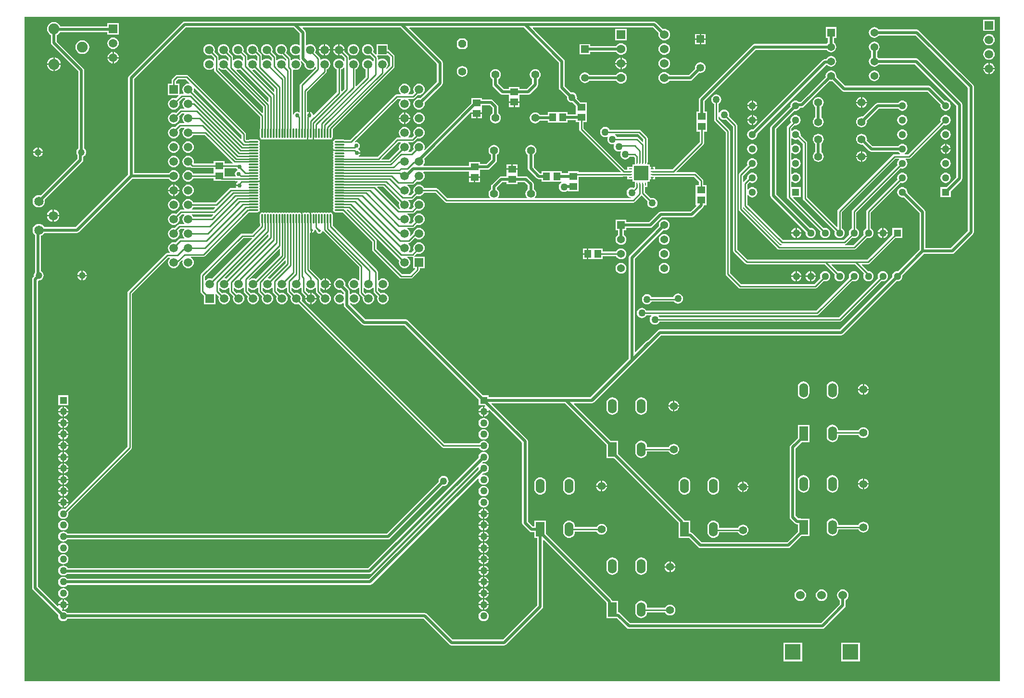
<source format=gtl>
G04*
G04 #@! TF.GenerationSoftware,Altium Limited,Altium Designer,20.0.9 (164)*
G04*
G04 Layer_Physical_Order=1*
G04 Layer_Color=255*
%FSLAX25Y25*%
%MOIN*%
G70*
G01*
G75*
%ADD12C,0.01000*%
%ADD16R,0.04724X0.05512*%
%ADD17R,0.05512X0.04724*%
%ADD18O,0.06890X0.01181*%
%ADD19O,0.01181X0.06890*%
%ADD35R,0.06000X0.06000*%
%ADD36C,0.06000*%
%ADD52R,0.01000X0.02400*%
%ADD53R,0.02400X0.01000*%
%ADD54R,0.10200X0.10200*%
%ADD55C,0.02000*%
%ADD56C,0.05512*%
%ADD57P,0.05966X8X292.5*%
%ADD58C,0.05906*%
%ADD59R,0.05906X0.05906*%
%ADD60C,0.07500*%
%ADD61C,0.05315*%
%ADD62R,0.05315X0.05315*%
%ADD63C,0.06500*%
%ADD64R,0.11000X0.11000*%
%ADD65C,0.05400*%
%ADD66R,0.05400X0.05400*%
%ADD67R,0.05100X0.05100*%
%ADD68C,0.05100*%
%ADD69R,0.05100X0.05100*%
%ADD70C,0.04724*%
%ADD71R,0.05906X0.05906*%
%ADD72C,0.05000*%
%ADD73R,0.05000X0.05000*%
%ADD74R,0.06000X0.10000*%
%ADD75O,0.06000X0.10000*%
%ADD76C,0.03000*%
%ADD77C,0.02000*%
G36*
X677471Y1529D02*
X1529D01*
Y462471D01*
X677471D01*
X677471Y1529D01*
D02*
G37*
%LPC*%
G36*
X673953Y460453D02*
X666047D01*
Y452547D01*
X673953D01*
Y460453D01*
D02*
G37*
G36*
X22000Y458700D02*
X20760Y458537D01*
X19604Y458059D01*
X18612Y457297D01*
X17851Y456305D01*
X17372Y455149D01*
X17209Y453909D01*
X17372Y452669D01*
X17851Y451514D01*
X18612Y450522D01*
X19604Y449760D01*
X19961Y449613D01*
Y444293D01*
X20116Y443513D01*
X20558Y442851D01*
X38961Y424449D01*
Y371173D01*
X38602Y370898D01*
X38063Y370196D01*
X37724Y369378D01*
X37609Y368500D01*
X37724Y367622D01*
X38063Y366804D01*
X38248Y366563D01*
Y363925D01*
X12860Y338537D01*
X12609Y338641D01*
X11500Y338787D01*
X10390Y338641D01*
X9357Y338212D01*
X8469Y337531D01*
X7788Y336643D01*
X7359Y335610D01*
X7213Y334500D01*
X7359Y333390D01*
X7788Y332357D01*
X8469Y331469D01*
X9357Y330788D01*
X10390Y330359D01*
X11500Y330213D01*
X12609Y330359D01*
X13643Y330788D01*
X14531Y331469D01*
X15212Y332357D01*
X15641Y333390D01*
X15787Y334500D01*
X15647Y335557D01*
X41729Y361639D01*
X42171Y362300D01*
X42327Y363081D01*
Y365410D01*
X42696Y365563D01*
X43398Y366102D01*
X43937Y366804D01*
X44276Y367622D01*
X44391Y368500D01*
X44276Y369378D01*
X43937Y370196D01*
X43398Y370898D01*
X43039Y371173D01*
Y425293D01*
X42884Y426074D01*
X42442Y426735D01*
X24039Y445138D01*
Y449613D01*
X24396Y449760D01*
X25388Y450522D01*
X26149Y451514D01*
X26211Y451663D01*
X59047D01*
Y450047D01*
X66953D01*
Y457953D01*
X59047D01*
Y455742D01*
X26382D01*
X26149Y456305D01*
X25388Y457297D01*
X24396Y458059D01*
X23240Y458537D01*
X22000Y458700D01*
D02*
G37*
G36*
X473658Y450500D02*
X470500D01*
Y447342D01*
X473658D01*
Y450500D01*
D02*
G37*
G36*
X469500D02*
X466342D01*
Y447342D01*
X469500D01*
Y450500D01*
D02*
G37*
G36*
X419000Y454000D02*
X411000D01*
Y446000D01*
X419000D01*
Y454000D01*
D02*
G37*
G36*
X473658Y446343D02*
X470500D01*
Y443185D01*
X473658D01*
Y446343D01*
D02*
G37*
G36*
X469500D02*
X466342D01*
Y443185D01*
X469500D01*
Y446343D01*
D02*
G37*
G36*
X670000Y450487D02*
X668968Y450351D01*
X668007Y449953D01*
X667181Y449319D01*
X666547Y448493D01*
X666149Y447532D01*
X666013Y446500D01*
X666149Y445468D01*
X666547Y444507D01*
X667181Y443681D01*
X668007Y443047D01*
X668968Y442649D01*
X670000Y442513D01*
X671032Y442649D01*
X671993Y443047D01*
X672819Y443681D01*
X673453Y444507D01*
X673851Y445468D01*
X673987Y446500D01*
X673851Y447532D01*
X673453Y448493D01*
X672819Y449319D01*
X671993Y449953D01*
X671032Y450351D01*
X670000Y450487D01*
D02*
G37*
G36*
X415000Y444034D02*
X413956Y443897D01*
X412983Y443494D01*
X412147Y442853D01*
X411523Y442039D01*
X393657D01*
Y443500D01*
X386343D01*
Y436185D01*
X393657D01*
Y437961D01*
X411523D01*
X412147Y437147D01*
X412983Y436506D01*
X413956Y436103D01*
X415000Y435965D01*
X416044Y436103D01*
X417017Y436506D01*
X417853Y437147D01*
X418494Y437983D01*
X418897Y438956D01*
X419034Y440000D01*
X418897Y441044D01*
X418494Y442017D01*
X417853Y442853D01*
X417017Y443494D01*
X416044Y443897D01*
X415000Y444034D01*
D02*
G37*
G36*
X63000Y447987D02*
X61968Y447851D01*
X61007Y447453D01*
X60181Y446819D01*
X59547Y445993D01*
X59149Y445032D01*
X59013Y444000D01*
X59149Y442968D01*
X59547Y442007D01*
X60181Y441181D01*
X61007Y440547D01*
X61968Y440149D01*
X63000Y440013D01*
X64032Y440149D01*
X64993Y440547D01*
X65819Y441181D01*
X66453Y442007D01*
X66851Y442968D01*
X66987Y444000D01*
X66851Y445032D01*
X66453Y445993D01*
X65819Y446819D01*
X64993Y447453D01*
X64032Y447851D01*
X63000Y447987D01*
D02*
G37*
G36*
X220000Y443421D02*
Y440000D01*
X223421D01*
X223351Y440532D01*
X222953Y441493D01*
X222319Y442319D01*
X221493Y442953D01*
X220532Y443351D01*
X220000Y443421D01*
D02*
G37*
G36*
X210000D02*
Y440000D01*
X213421D01*
X213351Y440532D01*
X212953Y441493D01*
X212319Y442319D01*
X211493Y442953D01*
X210532Y443351D01*
X210000Y443421D01*
D02*
G37*
G36*
X209000D02*
X208468Y443351D01*
X207507Y442953D01*
X206681Y442319D01*
X206047Y441493D01*
X205649Y440532D01*
X205579Y440000D01*
X209000D01*
Y443421D01*
D02*
G37*
G36*
X219000D02*
X218468Y443351D01*
X217507Y442953D01*
X216681Y442319D01*
X216047Y441493D01*
X215649Y440532D01*
X215579Y440000D01*
X219000D01*
Y443421D01*
D02*
G37*
G36*
X306878Y447469D02*
X303122D01*
X301244Y445590D01*
Y441835D01*
X303122Y439957D01*
X306878D01*
X308756Y441835D01*
Y445590D01*
X306878Y447469D01*
D02*
G37*
G36*
X41685Y446102D02*
X40445Y445939D01*
X39290Y445460D01*
X38297Y444699D01*
X37536Y443707D01*
X37057Y442551D01*
X36894Y441311D01*
X37057Y440071D01*
X37536Y438915D01*
X38297Y437923D01*
X39290Y437162D01*
X40445Y436683D01*
X41685Y436520D01*
X42925Y436683D01*
X44080Y437162D01*
X45073Y437923D01*
X45834Y438915D01*
X46313Y440071D01*
X46476Y441311D01*
X46313Y442551D01*
X45834Y443707D01*
X45073Y444699D01*
X44080Y445460D01*
X42925Y445939D01*
X41685Y446102D01*
D02*
G37*
G36*
X445000Y444034D02*
X443956Y443897D01*
X442983Y443494D01*
X442147Y442853D01*
X441506Y442017D01*
X441103Y441044D01*
X440966Y440000D01*
X441103Y438956D01*
X441506Y437983D01*
X442147Y437147D01*
X442983Y436506D01*
X443956Y436103D01*
X445000Y435965D01*
X446044Y436103D01*
X447017Y436506D01*
X447853Y437147D01*
X448494Y437983D01*
X448897Y438956D01*
X449035Y440000D01*
X448897Y441044D01*
X448494Y442017D01*
X447853Y442853D01*
X447017Y443494D01*
X446044Y443897D01*
X445000Y444034D01*
D02*
G37*
G36*
X213421Y439000D02*
X210000D01*
Y435579D01*
X210532Y435649D01*
X211493Y436047D01*
X212319Y436681D01*
X212953Y437507D01*
X213351Y438468D01*
X213421Y439000D01*
D02*
G37*
G36*
X219000D02*
X215579D01*
X215649Y438468D01*
X216047Y437507D01*
X216681Y436681D01*
X217507Y436047D01*
X218468Y435649D01*
X219000Y435579D01*
Y439000D01*
D02*
G37*
G36*
X209000D02*
X205579D01*
X205649Y438468D01*
X206047Y437507D01*
X206681Y436681D01*
X207507Y436047D01*
X208468Y435649D01*
X209000Y435579D01*
Y439000D01*
D02*
G37*
G36*
X229500Y443487D02*
X228468Y443351D01*
X227507Y442953D01*
X226681Y442319D01*
X226047Y441493D01*
X225649Y440532D01*
X225513Y439500D01*
X225649Y438468D01*
X226047Y437507D01*
X226681Y436681D01*
X227507Y436047D01*
X228468Y435649D01*
X229500Y435513D01*
X230532Y435649D01*
X231493Y436047D01*
X232319Y436681D01*
X232953Y437507D01*
X233351Y438468D01*
X233487Y439500D01*
X233351Y440532D01*
X232953Y441493D01*
X232319Y442319D01*
X231493Y442953D01*
X230532Y443351D01*
X229500Y443487D01*
D02*
G37*
G36*
X63500Y437921D02*
Y434500D01*
X66921D01*
X66851Y435032D01*
X66453Y435993D01*
X65819Y436819D01*
X64993Y437453D01*
X64032Y437851D01*
X63500Y437921D01*
D02*
G37*
G36*
X62500D02*
X61968Y437851D01*
X61007Y437453D01*
X60181Y436819D01*
X59547Y435993D01*
X59149Y435032D01*
X59079Y434500D01*
X62500D01*
Y437921D01*
D02*
G37*
G36*
X670000Y440487D02*
X668968Y440351D01*
X668007Y439953D01*
X667181Y439319D01*
X666547Y438493D01*
X666149Y437532D01*
X666013Y436500D01*
X666149Y435468D01*
X666547Y434507D01*
X667181Y433681D01*
X668007Y433047D01*
X668968Y432649D01*
X670000Y432513D01*
X671032Y432649D01*
X671993Y433047D01*
X672819Y433681D01*
X673453Y434507D01*
X673851Y435468D01*
X673987Y436500D01*
X673851Y437532D01*
X673453Y438493D01*
X672819Y439319D01*
X671993Y439953D01*
X671032Y440351D01*
X670000Y440487D01*
D02*
G37*
G36*
X415500Y433969D02*
Y430500D01*
X418969D01*
X418897Y431044D01*
X418494Y432017D01*
X417853Y432853D01*
X417017Y433494D01*
X416044Y433897D01*
X415500Y433969D01*
D02*
G37*
G36*
X414500D02*
X413956Y433897D01*
X412983Y433494D01*
X412147Y432853D01*
X411506Y432017D01*
X411103Y431044D01*
X411031Y430500D01*
X414500D01*
Y433969D01*
D02*
G37*
G36*
X66921Y433500D02*
X63500D01*
Y430079D01*
X64032Y430149D01*
X64993Y430547D01*
X65819Y431181D01*
X66453Y432007D01*
X66851Y432968D01*
X66921Y433500D01*
D02*
G37*
G36*
X62500D02*
X59079D01*
X59149Y432968D01*
X59547Y432007D01*
X60181Y431181D01*
X61007Y430547D01*
X61968Y430149D01*
X62500Y430079D01*
Y433500D01*
D02*
G37*
G36*
X22500Y434225D02*
Y430000D01*
X26725D01*
X26628Y430740D01*
X26149Y431895D01*
X25388Y432888D01*
X24396Y433649D01*
X23240Y434128D01*
X22500Y434225D01*
D02*
G37*
G36*
X21500D02*
X20760Y434128D01*
X19604Y433649D01*
X18612Y432888D01*
X17851Y431895D01*
X17372Y430740D01*
X17275Y430000D01*
X21500D01*
Y434225D01*
D02*
G37*
G36*
X560500Y435232D02*
X559534Y435105D01*
X558634Y434732D01*
X557861Y434139D01*
X557268Y433366D01*
X557143Y433064D01*
X556300D01*
X555520Y432909D01*
X554858Y432467D01*
X506616Y384225D01*
X506000Y384306D01*
X505073Y384184D01*
X504210Y383826D01*
X503468Y383257D01*
X502899Y382515D01*
X502541Y381652D01*
X502419Y380725D01*
X502541Y379798D01*
X502899Y378935D01*
X503468Y378193D01*
X504210Y377624D01*
X505073Y377266D01*
X506000Y377144D01*
X506927Y377266D01*
X507790Y377624D01*
X508532Y378193D01*
X509101Y378935D01*
X509459Y379798D01*
X509581Y380725D01*
X509500Y381341D01*
X557145Y428986D01*
X557765D01*
X557861Y428861D01*
X558634Y428268D01*
X559534Y427895D01*
X560500Y427768D01*
X561466Y427895D01*
X562366Y428268D01*
X563139Y428861D01*
X563732Y429634D01*
X564105Y430534D01*
X564232Y431500D01*
X564105Y432466D01*
X563732Y433366D01*
X563139Y434139D01*
X562366Y434732D01*
X561466Y435105D01*
X560500Y435232D01*
D02*
G37*
G36*
X670500Y430421D02*
Y427000D01*
X673921D01*
X673851Y427532D01*
X673453Y428493D01*
X672819Y429319D01*
X671993Y429953D01*
X671032Y430351D01*
X670500Y430421D01*
D02*
G37*
G36*
X669500D02*
X668968Y430351D01*
X668007Y429953D01*
X667181Y429319D01*
X666547Y428493D01*
X666149Y427532D01*
X666079Y427000D01*
X669500D01*
Y430421D01*
D02*
G37*
G36*
X418969Y429500D02*
X415500D01*
Y426031D01*
X416044Y426103D01*
X417017Y426506D01*
X417853Y427147D01*
X418494Y427983D01*
X418897Y428956D01*
X418969Y429500D01*
D02*
G37*
G36*
X414500D02*
X411031D01*
X411103Y428956D01*
X411506Y427983D01*
X412147Y427147D01*
X412983Y426506D01*
X413956Y426103D01*
X414500Y426031D01*
Y429500D01*
D02*
G37*
G36*
X445000Y434034D02*
X443956Y433897D01*
X442983Y433494D01*
X442147Y432853D01*
X441506Y432017D01*
X441103Y431044D01*
X440966Y430000D01*
X441103Y428956D01*
X441506Y427983D01*
X442147Y427147D01*
X442983Y426506D01*
X443956Y426103D01*
X445000Y425965D01*
X446044Y426103D01*
X447017Y426506D01*
X447853Y427147D01*
X448494Y427983D01*
X448897Y428956D01*
X449035Y430000D01*
X448897Y431044D01*
X448494Y432017D01*
X447853Y432853D01*
X447017Y433494D01*
X446044Y433897D01*
X445000Y434034D01*
D02*
G37*
G36*
X26725Y429000D02*
X22500D01*
Y424775D01*
X23240Y424872D01*
X24396Y425351D01*
X25388Y426112D01*
X26149Y427105D01*
X26628Y428260D01*
X26725Y429000D01*
D02*
G37*
G36*
X21500D02*
X17275D01*
X17372Y428260D01*
X17851Y427105D01*
X18612Y426112D01*
X19604Y425351D01*
X20760Y424872D01*
X21500Y424775D01*
Y429000D01*
D02*
G37*
G36*
X673921Y426000D02*
X670500D01*
Y422579D01*
X671032Y422649D01*
X671993Y423047D01*
X672819Y423681D01*
X673453Y424507D01*
X673851Y425468D01*
X673921Y426000D01*
D02*
G37*
G36*
X669500D02*
X666079D01*
X666149Y425468D01*
X666547Y424507D01*
X667181Y423681D01*
X668007Y423047D01*
X668968Y422649D01*
X669500Y422579D01*
Y426000D01*
D02*
G37*
G36*
X415000Y424035D02*
X413956Y423897D01*
X412983Y423494D01*
X412147Y422853D01*
X411583Y422118D01*
X393106D01*
X392608Y422766D01*
X391845Y423352D01*
X390955Y423721D01*
X390000Y423846D01*
X389045Y423721D01*
X388156Y423352D01*
X387391Y422766D01*
X386805Y422002D01*
X386437Y421112D01*
X386311Y420157D01*
X386437Y419203D01*
X386805Y418313D01*
X387391Y417549D01*
X388156Y416963D01*
X389045Y416594D01*
X390000Y416468D01*
X390955Y416594D01*
X391845Y416963D01*
X392608Y417549D01*
X392985Y418040D01*
X411482D01*
X411506Y417983D01*
X412147Y417147D01*
X412983Y416506D01*
X413956Y416103D01*
X415000Y415966D01*
X416044Y416103D01*
X417017Y416506D01*
X417853Y417147D01*
X418494Y417983D01*
X418897Y418956D01*
X419034Y420000D01*
X418897Y421044D01*
X418494Y422017D01*
X417853Y422853D01*
X417017Y423494D01*
X416044Y423897D01*
X415000Y424035D01*
D02*
G37*
G36*
X470000Y430847D02*
X469045Y430721D01*
X468155Y430352D01*
X467391Y429766D01*
X466805Y429002D01*
X466437Y428112D01*
X466311Y427157D01*
X466405Y426446D01*
X461998Y422039D01*
X448477D01*
X447853Y422853D01*
X447017Y423494D01*
X446044Y423897D01*
X445000Y424035D01*
X443956Y423897D01*
X442983Y423494D01*
X442147Y422853D01*
X441506Y422017D01*
X441103Y421044D01*
X440966Y420000D01*
X441103Y418956D01*
X441506Y417983D01*
X442147Y417147D01*
X442983Y416506D01*
X443956Y416103D01*
X445000Y415966D01*
X446044Y416103D01*
X447017Y416506D01*
X447853Y417147D01*
X448477Y417961D01*
X462843D01*
X463623Y418116D01*
X464284Y418558D01*
X469288Y423562D01*
X470000Y423468D01*
X470955Y423594D01*
X471844Y423963D01*
X472609Y424549D01*
X473195Y425313D01*
X473563Y426203D01*
X473689Y427157D01*
X473563Y428112D01*
X473195Y429002D01*
X472609Y429766D01*
X471844Y430352D01*
X470955Y430721D01*
X470000Y430847D01*
D02*
G37*
G36*
X305000Y428288D02*
X304019Y428159D01*
X303106Y427781D01*
X302321Y427179D01*
X301719Y426394D01*
X301341Y425481D01*
X301212Y424500D01*
X301341Y423520D01*
X301719Y422606D01*
X302321Y421821D01*
X303106Y421219D01*
X304019Y420841D01*
X305000Y420712D01*
X305980Y420841D01*
X306894Y421219D01*
X307679Y421821D01*
X308281Y422606D01*
X308659Y423520D01*
X308788Y424500D01*
X308659Y425481D01*
X308281Y426394D01*
X307679Y427179D01*
X306894Y427781D01*
X305980Y428159D01*
X305000Y428288D01*
D02*
G37*
G36*
X590500Y425232D02*
X589534Y425105D01*
X588634Y424732D01*
X587861Y424139D01*
X587268Y423366D01*
X586895Y422466D01*
X586768Y421500D01*
X586895Y420534D01*
X587268Y419634D01*
X587861Y418861D01*
X588634Y418268D01*
X589534Y417895D01*
X590500Y417768D01*
X591466Y417895D01*
X592366Y418268D01*
X593139Y418861D01*
X593732Y419634D01*
X594105Y420534D01*
X594232Y421500D01*
X594105Y422466D01*
X593732Y423366D01*
X593139Y424139D01*
X592366Y424732D01*
X591466Y425105D01*
X590500Y425232D01*
D02*
G37*
G36*
X355500Y426013D02*
X354520Y425884D01*
X353606Y425506D01*
X352821Y424904D01*
X352219Y424119D01*
X351841Y423206D01*
X351712Y422225D01*
X351841Y421244D01*
X352219Y420331D01*
X352821Y419546D01*
X353461Y419056D01*
Y416070D01*
X349699Y412308D01*
X344756D01*
Y413630D01*
X337244D01*
Y412308D01*
X333801D01*
X330039Y416070D01*
Y419056D01*
X330679Y419546D01*
X331281Y420331D01*
X331659Y421244D01*
X331788Y422225D01*
X331659Y423206D01*
X331281Y424119D01*
X330679Y424904D01*
X329894Y425506D01*
X328980Y425884D01*
X328000Y426013D01*
X327020Y425884D01*
X326106Y425506D01*
X325321Y424904D01*
X324719Y424119D01*
X324341Y423206D01*
X324212Y422225D01*
X324341Y421244D01*
X324719Y420331D01*
X325321Y419546D01*
X325961Y419056D01*
Y415225D01*
X326116Y414445D01*
X326558Y413783D01*
X331515Y408826D01*
X332176Y408384D01*
X332957Y408229D01*
X337244D01*
Y407044D01*
X337244Y406906D01*
Y406544D01*
X337244Y406406D01*
Y403682D01*
X341000D01*
X344756D01*
Y406406D01*
X344756Y406544D01*
Y406906D01*
X344756Y407044D01*
Y408229D01*
X350543D01*
X351324Y408384D01*
X351985Y408826D01*
X356942Y413783D01*
X357384Y414445D01*
X357539Y415225D01*
Y419056D01*
X358179Y419546D01*
X358781Y420331D01*
X359159Y421244D01*
X359288Y422225D01*
X359159Y423206D01*
X358781Y424119D01*
X358179Y424904D01*
X357394Y425506D01*
X356481Y425884D01*
X355500Y426013D01*
D02*
G37*
G36*
X113953Y422077D02*
X107219D01*
X106633Y421960D01*
X106137Y421629D01*
X103919Y419410D01*
X103587Y418914D01*
X103471Y418328D01*
Y415953D01*
X101047D01*
Y408047D01*
X108231D01*
X108422Y407585D01*
X106496Y405659D01*
X106032Y405851D01*
X105000Y405987D01*
X103968Y405851D01*
X103007Y405453D01*
X102181Y404819D01*
X101547Y403993D01*
X101149Y403032D01*
X101013Y402000D01*
X101149Y400968D01*
X101547Y400007D01*
X102181Y399181D01*
X103007Y398547D01*
X103968Y398149D01*
X105000Y398013D01*
X106032Y398149D01*
X106993Y398547D01*
X107819Y399181D01*
X108453Y400007D01*
X108851Y400968D01*
X108987Y402000D01*
X108851Y403032D01*
X108659Y403496D01*
X111134Y405971D01*
X112950D01*
X113050Y405471D01*
X113007Y405453D01*
X112181Y404819D01*
X111547Y403993D01*
X111149Y403032D01*
X111013Y402000D01*
X111149Y400968D01*
X111547Y400007D01*
X112181Y399181D01*
X112378Y399029D01*
X112208Y398529D01*
X110000D01*
X109415Y398413D01*
X108919Y398081D01*
X106496Y395659D01*
X106032Y395851D01*
X105000Y395987D01*
X103968Y395851D01*
X103007Y395453D01*
X102181Y394819D01*
X101547Y393993D01*
X101149Y393032D01*
X101013Y392000D01*
X101149Y390968D01*
X101547Y390007D01*
X102181Y389181D01*
X103007Y388547D01*
X103968Y388149D01*
X105000Y388013D01*
X106032Y388149D01*
X106993Y388547D01*
X107819Y389181D01*
X108453Y390007D01*
X108851Y390968D01*
X108987Y392000D01*
X108851Y393032D01*
X108659Y393496D01*
X110634Y395471D01*
X112208D01*
X112378Y394971D01*
X112181Y394819D01*
X111547Y393993D01*
X111149Y393032D01*
X111013Y392000D01*
X111149Y390968D01*
X111547Y390007D01*
X112181Y389181D01*
X112378Y389029D01*
X112208Y388529D01*
X109328D01*
X108743Y388413D01*
X108247Y388081D01*
X106018Y385853D01*
X105000Y385987D01*
X103968Y385851D01*
X103007Y385453D01*
X102181Y384819D01*
X101547Y383993D01*
X101149Y383032D01*
X101013Y382000D01*
X101149Y380968D01*
X101547Y380007D01*
X102181Y379181D01*
X103007Y378547D01*
X103968Y378149D01*
X105000Y378013D01*
X106032Y378149D01*
X106993Y378547D01*
X107819Y379181D01*
X108453Y380007D01*
X108851Y380968D01*
X108987Y382000D01*
X108851Y383032D01*
X108462Y383971D01*
X109962Y385471D01*
X112208D01*
X112378Y384971D01*
X112181Y384819D01*
X111547Y383993D01*
X111149Y383032D01*
X111013Y382000D01*
X111149Y380968D01*
X111547Y380007D01*
X112181Y379181D01*
X113007Y378547D01*
X113968Y378149D01*
X115000Y378013D01*
X116032Y378149D01*
X116993Y378547D01*
X117819Y379181D01*
X118453Y380007D01*
X118645Y380471D01*
X126366D01*
X145808Y361029D01*
X145601Y360529D01*
X140256D01*
Y362405D01*
X132744D01*
Y360573D01*
X119156D01*
X118865Y361073D01*
X118987Y362000D01*
X118851Y363032D01*
X118453Y363993D01*
X117819Y364819D01*
X116993Y365453D01*
X116032Y365851D01*
X115000Y365987D01*
X113968Y365851D01*
X113007Y365453D01*
X112181Y364819D01*
X111547Y363993D01*
X111149Y363032D01*
X111013Y362000D01*
X111149Y360968D01*
X111547Y360007D01*
X112181Y359181D01*
X113007Y358547D01*
X113968Y358149D01*
X115000Y358013D01*
X116032Y358149D01*
X116496Y358341D01*
X116875Y357962D01*
X117371Y357630D01*
X117957Y357514D01*
X132744D01*
Y355681D01*
X132744D01*
Y355319D01*
X132744D01*
Y353529D01*
X118645D01*
X118453Y353993D01*
X117819Y354819D01*
X116993Y355453D01*
X116032Y355851D01*
X115000Y355987D01*
X113968Y355851D01*
X113007Y355453D01*
X112181Y354819D01*
X111547Y353993D01*
X111149Y353032D01*
X111013Y352000D01*
X111149Y350968D01*
X111547Y350007D01*
X112181Y349181D01*
X113007Y348547D01*
X113968Y348149D01*
X115000Y348013D01*
X116032Y348149D01*
X116993Y348547D01*
X117819Y349181D01*
X118453Y350007D01*
X118645Y350471D01*
X132744D01*
Y348594D01*
X138214D01*
X138362Y348565D01*
X147712D01*
X148029Y348502D01*
X149257D01*
X149587Y348002D01*
X149524Y347855D01*
X148698Y347302D01*
X148145Y346476D01*
X148050Y346000D01*
X150500D01*
Y345000D01*
X148050D01*
X148145Y344525D01*
X148371Y344187D01*
X148103Y343687D01*
X144658D01*
X144072Y343570D01*
X143576Y343239D01*
X133867Y333529D01*
X118645D01*
X118453Y333993D01*
X117819Y334819D01*
X116993Y335453D01*
X116032Y335851D01*
X115000Y335987D01*
X113968Y335851D01*
X113007Y335453D01*
X112181Y334819D01*
X111547Y333993D01*
X111149Y333032D01*
X111013Y332000D01*
X111149Y330968D01*
X111547Y330007D01*
X112181Y329181D01*
X112378Y329029D01*
X112208Y328529D01*
X110000D01*
X109415Y328413D01*
X108919Y328081D01*
X106496Y325659D01*
X106032Y325851D01*
X105000Y325987D01*
X103968Y325851D01*
X103007Y325453D01*
X102181Y324819D01*
X101547Y323993D01*
X101149Y323032D01*
X101013Y322000D01*
X101149Y320968D01*
X101547Y320007D01*
X102181Y319181D01*
X103007Y318547D01*
X103968Y318149D01*
X105000Y318013D01*
X106032Y318149D01*
X106993Y318547D01*
X107819Y319181D01*
X108453Y320007D01*
X108851Y320968D01*
X108987Y322000D01*
X108851Y323032D01*
X108659Y323496D01*
X110634Y325471D01*
X112208D01*
X112378Y324971D01*
X112181Y324819D01*
X111547Y323993D01*
X111149Y323032D01*
X111013Y322000D01*
X111149Y320968D01*
X111547Y320007D01*
X112181Y319181D01*
X112378Y319029D01*
X112208Y318529D01*
X109000D01*
X108415Y318413D01*
X107919Y318081D01*
X105728Y315891D01*
X105000Y315987D01*
X103968Y315851D01*
X103007Y315453D01*
X102181Y314819D01*
X101547Y313993D01*
X101149Y313032D01*
X101013Y312000D01*
X101149Y310968D01*
X101547Y310007D01*
X102181Y309181D01*
X103007Y308547D01*
X103968Y308149D01*
X105000Y308013D01*
X106032Y308149D01*
X106993Y308547D01*
X107819Y309181D01*
X108453Y310007D01*
X108851Y310968D01*
X108987Y312000D01*
X108851Y313032D01*
X108453Y313993D01*
X108324Y314161D01*
X109634Y315471D01*
X112208D01*
X112378Y314971D01*
X112181Y314819D01*
X111547Y313993D01*
X111149Y313032D01*
X111013Y312000D01*
X111149Y310968D01*
X111547Y310007D01*
X112181Y309181D01*
X112378Y309029D01*
X112208Y308529D01*
X109500D01*
X108915Y308413D01*
X108419Y308081D01*
X106142Y305805D01*
X106032Y305851D01*
X105000Y305987D01*
X103968Y305851D01*
X103007Y305453D01*
X102181Y304819D01*
X101547Y303993D01*
X101149Y303032D01*
X101013Y302000D01*
X101149Y300968D01*
X101547Y300007D01*
X102181Y299181D01*
X102378Y299029D01*
X102208Y298529D01*
X100500D01*
X99915Y298413D01*
X99419Y298081D01*
X73419Y272081D01*
X73087Y271585D01*
X72971Y271000D01*
Y164393D01*
X29649Y121072D01*
X29414Y121170D01*
X28500Y121290D01*
X27586Y121170D01*
X26735Y120817D01*
X26004Y120256D01*
X25443Y119525D01*
X25090Y118674D01*
X24970Y117760D01*
X25090Y116846D01*
X25443Y115995D01*
X26004Y115264D01*
X26735Y114703D01*
X27586Y114350D01*
X28500Y114230D01*
X29414Y114350D01*
X30265Y114703D01*
X30996Y115264D01*
X31557Y115995D01*
X31910Y116846D01*
X32030Y117760D01*
X31910Y118674D01*
X31812Y118909D01*
X75581Y162678D01*
X75913Y163174D01*
X76029Y163760D01*
Y270367D01*
X101134Y295471D01*
X102208D01*
X102378Y294971D01*
X102181Y294819D01*
X101547Y293993D01*
X101149Y293032D01*
X101013Y292000D01*
X101149Y290968D01*
X101547Y290007D01*
X102181Y289181D01*
X103007Y288547D01*
X103968Y288149D01*
X105000Y288013D01*
X106032Y288149D01*
X106993Y288547D01*
X107819Y289181D01*
X108453Y290007D01*
X108851Y290968D01*
X108963Y291819D01*
X109020Y291857D01*
X110900Y293737D01*
X111324Y293454D01*
X111149Y293032D01*
X111013Y292000D01*
X111149Y290968D01*
X111547Y290007D01*
X112181Y289181D01*
X113007Y288547D01*
X113968Y288149D01*
X115000Y288013D01*
X116032Y288149D01*
X116993Y288547D01*
X117819Y289181D01*
X118453Y290007D01*
X118851Y290968D01*
X118987Y292000D01*
X118851Y293032D01*
X118453Y293993D01*
X117819Y294819D01*
X116993Y295453D01*
X116950Y295471D01*
X117050Y295971D01*
X125500D01*
X126085Y296087D01*
X126581Y296419D01*
X156986Y326823D01*
X157323Y326756D01*
X163031D01*
X163652Y326880D01*
X164178Y327231D01*
X164530Y327757D01*
X164653Y328378D01*
X164530Y328998D01*
X164287Y329362D01*
X164530Y329726D01*
X164653Y330346D01*
X164530Y330967D01*
X164287Y331331D01*
X164530Y331694D01*
X164653Y332315D01*
X164530Y332936D01*
X164287Y333299D01*
X164530Y333663D01*
X164653Y334283D01*
X164530Y334904D01*
X164287Y335268D01*
X164530Y335631D01*
X164653Y336252D01*
X164530Y336873D01*
X164287Y337236D01*
X164530Y337600D01*
X164653Y338221D01*
X164530Y338841D01*
X164287Y339205D01*
X164530Y339568D01*
X164653Y340189D01*
X164530Y340810D01*
X164287Y341173D01*
X164530Y341537D01*
X164653Y342158D01*
X164530Y342778D01*
X164287Y343142D01*
X164530Y343505D01*
X164653Y344126D01*
X164530Y344747D01*
X164287Y345110D01*
X164530Y345474D01*
X164653Y346094D01*
X164530Y346715D01*
X164287Y347079D01*
X164530Y347442D01*
X164554Y347563D01*
X163697D01*
X163652Y347593D01*
X163031Y347716D01*
X160177D01*
Y348410D01*
X163031D01*
X163652Y348533D01*
X163697Y348563D01*
X164554D01*
X164530Y348684D01*
X164287Y349047D01*
X164530Y349411D01*
X164653Y350031D01*
X164530Y350652D01*
X164287Y351016D01*
X164530Y351379D01*
X164653Y352000D01*
X164530Y352621D01*
X164287Y352984D01*
X164530Y353348D01*
X164653Y353969D01*
X164530Y354589D01*
X164287Y354953D01*
X164530Y355316D01*
X164653Y355937D01*
X164530Y356558D01*
X164287Y356921D01*
X164530Y357285D01*
X164653Y357906D01*
X164530Y358526D01*
X164287Y358890D01*
X164530Y359253D01*
X164653Y359874D01*
X164530Y360495D01*
X164287Y360858D01*
X164530Y361222D01*
X164653Y361842D01*
X164530Y362463D01*
X164287Y362827D01*
X164530Y363190D01*
X164653Y363811D01*
X164530Y364432D01*
X164287Y364795D01*
X164530Y365159D01*
X164653Y365779D01*
X164530Y366400D01*
X164287Y366764D01*
X164530Y367127D01*
X164653Y367748D01*
X164530Y368369D01*
X164287Y368732D01*
X164530Y369096D01*
X164653Y369717D01*
X164530Y370337D01*
X164287Y370701D01*
X164530Y371064D01*
X164653Y371685D01*
X164530Y372306D01*
X164287Y372669D01*
X164530Y373033D01*
X164653Y373654D01*
X164530Y374274D01*
X164287Y374638D01*
X164530Y375001D01*
X164653Y375622D01*
X164530Y376243D01*
X164178Y376769D01*
X163652Y377120D01*
X163031Y377244D01*
X157323D01*
X156859Y377151D01*
X155305D01*
X155029Y377427D01*
Y381000D01*
X154913Y381585D01*
X154581Y382081D01*
X115034Y421629D01*
X114538Y421960D01*
X113953Y422077D01*
D02*
G37*
G36*
X582275Y406722D02*
Y403500D01*
X585498D01*
X585434Y403980D01*
X585056Y404894D01*
X584454Y405679D01*
X583669Y406281D01*
X582756Y406659D01*
X582275Y406722D01*
D02*
G37*
G36*
X581275Y406722D02*
X580794Y406659D01*
X579881Y406281D01*
X579096Y405679D01*
X578494Y404894D01*
X578116Y403980D01*
X578053Y403500D01*
X581275D01*
Y406722D01*
D02*
G37*
G36*
X506500Y404240D02*
Y401225D01*
X509515D01*
X509459Y401652D01*
X509101Y402515D01*
X508532Y403257D01*
X507790Y403826D01*
X506927Y404184D01*
X506500Y404240D01*
D02*
G37*
G36*
X505500D02*
X505073Y404184D01*
X504210Y403826D01*
X503468Y403257D01*
X502899Y402515D01*
X502541Y401652D01*
X502485Y401225D01*
X505500D01*
Y404240D01*
D02*
G37*
G36*
X344756Y402682D02*
X341500D01*
Y399819D01*
X344756D01*
Y402682D01*
D02*
G37*
G36*
X340500D02*
X337244D01*
Y399819D01*
X340500D01*
Y402682D01*
D02*
G37*
G36*
X585498Y402500D02*
X582275D01*
Y399277D01*
X582756Y399341D01*
X583669Y399719D01*
X584454Y400321D01*
X585056Y401106D01*
X585434Y402020D01*
X585498Y402500D01*
D02*
G37*
G36*
X581275D02*
X578053D01*
X578116Y402020D01*
X578494Y401106D01*
X579096Y400321D01*
X579881Y399719D01*
X580794Y399341D01*
X581275Y399277D01*
Y402500D01*
D02*
G37*
G36*
X509515Y400225D02*
X506500D01*
Y397210D01*
X506927Y397266D01*
X507790Y397624D01*
X508532Y398193D01*
X509101Y398935D01*
X509459Y399798D01*
X509515Y400225D01*
D02*
G37*
G36*
X505500D02*
X502485D01*
X502541Y399798D01*
X502899Y398935D01*
X503468Y398193D01*
X504210Y397624D01*
X505073Y397266D01*
X505500Y397210D01*
Y400225D01*
D02*
G37*
G36*
X560500Y425232D02*
X559534Y425105D01*
X558634Y424732D01*
X557861Y424139D01*
X557268Y423366D01*
X556895Y422466D01*
X556768Y421500D01*
X556867Y420751D01*
X539473Y403357D01*
X538401D01*
X537790Y403826D01*
X536927Y404184D01*
X536000Y404306D01*
X535073Y404184D01*
X534210Y403826D01*
X533468Y403257D01*
X532899Y402515D01*
X532541Y401652D01*
X532419Y400725D01*
X532500Y400109D01*
X519058Y386667D01*
X518616Y386005D01*
X518461Y385225D01*
Y338500D01*
X518616Y337720D01*
X519058Y337058D01*
X543000Y313116D01*
X542919Y312500D01*
X543041Y311573D01*
X543399Y310710D01*
X543968Y309968D01*
X544710Y309399D01*
X545573Y309041D01*
X546500Y308919D01*
X547427Y309041D01*
X548290Y309399D01*
X549032Y309968D01*
X549601Y310710D01*
X549959Y311573D01*
X550081Y312500D01*
X549959Y313427D01*
X549601Y314290D01*
X549032Y315032D01*
X548290Y315601D01*
X547427Y315959D01*
X546500Y316081D01*
X545884Y316000D01*
X522539Y339345D01*
Y384380D01*
X535384Y397225D01*
X536000Y397144D01*
X536927Y397266D01*
X537790Y397624D01*
X538532Y398193D01*
X539101Y398935D01*
X539244Y399279D01*
X540318D01*
X541098Y399434D01*
X541760Y399876D01*
X559751Y417867D01*
X560500Y417768D01*
X561249Y417867D01*
X568058Y411058D01*
X568720Y410616D01*
X569500Y410461D01*
X627380D01*
X636500Y401341D01*
X636419Y400725D01*
X636541Y399798D01*
X636899Y398935D01*
X637468Y398193D01*
X638210Y397624D01*
X639073Y397266D01*
X640000Y397144D01*
X640927Y397266D01*
X641790Y397624D01*
X642532Y398193D01*
X643101Y398935D01*
X643459Y399798D01*
X643581Y400725D01*
X643459Y401652D01*
X643101Y402515D01*
X642532Y403257D01*
X641790Y403826D01*
X640927Y404184D01*
X640000Y404306D01*
X639384Y404225D01*
X629667Y413942D01*
X629005Y414384D01*
X628225Y414539D01*
X570345D01*
X564133Y420751D01*
X564232Y421500D01*
X564105Y422466D01*
X563732Y423366D01*
X563139Y424139D01*
X562366Y424732D01*
X561466Y425105D01*
X560500Y425232D01*
D02*
G37*
G36*
X610000Y404306D02*
X609073Y404184D01*
X608210Y403826D01*
X607468Y403257D01*
X607090Y402764D01*
X593000D01*
X592220Y402609D01*
X591558Y402167D01*
X582574Y393183D01*
X581775Y393288D01*
X580794Y393159D01*
X579881Y392781D01*
X579096Y392179D01*
X578494Y391394D01*
X578116Y390480D01*
X577987Y389500D01*
X578116Y388520D01*
X578494Y387606D01*
X579096Y386821D01*
X579881Y386219D01*
X580794Y385841D01*
X581775Y385712D01*
X582756Y385841D01*
X583669Y386219D01*
X584454Y386821D01*
X585056Y387606D01*
X585434Y388520D01*
X585563Y389500D01*
X585458Y390299D01*
X593845Y398686D01*
X607090D01*
X607468Y398193D01*
X608210Y397624D01*
X609073Y397266D01*
X610000Y397144D01*
X610927Y397266D01*
X611790Y397624D01*
X612532Y398193D01*
X613101Y398935D01*
X613459Y399798D01*
X613581Y400725D01*
X613459Y401652D01*
X613101Y402515D01*
X612532Y403257D01*
X611790Y403826D01*
X610927Y404184D01*
X610000Y404306D01*
D02*
G37*
G36*
X265500Y395921D02*
Y392500D01*
X268921D01*
X268851Y393032D01*
X268453Y393993D01*
X267819Y394819D01*
X266993Y395453D01*
X266032Y395851D01*
X265500Y395921D01*
D02*
G37*
G36*
X264500D02*
X263968Y395851D01*
X263007Y395453D01*
X262181Y394819D01*
X261547Y393993D01*
X261149Y393032D01*
X261079Y392500D01*
X264500D01*
Y395921D01*
D02*
G37*
G36*
X318756Y394957D02*
X315500D01*
Y392094D01*
X318756D01*
Y394957D01*
D02*
G37*
G36*
X314500D02*
X311244D01*
Y392094D01*
X314500D01*
Y394957D01*
D02*
G37*
G36*
X506500Y394240D02*
Y391225D01*
X509515D01*
X509459Y391652D01*
X509101Y392515D01*
X508532Y393257D01*
X507790Y393826D01*
X506927Y394184D01*
X506500Y394240D01*
D02*
G37*
G36*
X505500D02*
X505073Y394184D01*
X504210Y393826D01*
X503468Y393257D01*
X502899Y392515D01*
X502541Y391652D01*
X502485Y391225D01*
X505500D01*
Y394240D01*
D02*
G37*
G36*
X268921Y391500D02*
X265500D01*
Y388079D01*
X266032Y388149D01*
X266993Y388547D01*
X267819Y389181D01*
X268453Y390007D01*
X268851Y390968D01*
X268921Y391500D01*
D02*
G37*
G36*
X264500D02*
X261079D01*
X261149Y390968D01*
X261547Y390007D01*
X262181Y389181D01*
X263007Y388547D01*
X263968Y388149D01*
X264500Y388079D01*
Y391500D01*
D02*
G37*
G36*
X275000Y395987D02*
X273968Y395851D01*
X273007Y395453D01*
X272181Y394819D01*
X271547Y393993D01*
X271149Y393032D01*
X271013Y392000D01*
X271149Y390968D01*
X271547Y390007D01*
X272181Y389181D01*
X273007Y388547D01*
X273968Y388149D01*
X275000Y388013D01*
X276032Y388149D01*
X276993Y388547D01*
X277819Y389181D01*
X278453Y390007D01*
X278851Y390968D01*
X278987Y392000D01*
X278851Y393032D01*
X278453Y393993D01*
X277819Y394819D01*
X276993Y395453D01*
X276032Y395851D01*
X275000Y395987D01*
D02*
G37*
G36*
X509515Y390225D02*
X506500D01*
Y387210D01*
X506927Y387266D01*
X507790Y387624D01*
X508532Y388193D01*
X509101Y388935D01*
X509459Y389798D01*
X509515Y390225D01*
D02*
G37*
G36*
X505500D02*
X502485D01*
X502541Y389798D01*
X502899Y388935D01*
X503468Y388193D01*
X504210Y387624D01*
X505073Y387266D01*
X505500Y387210D01*
Y390225D01*
D02*
G37*
G36*
X610000Y394306D02*
X609073Y394184D01*
X608210Y393826D01*
X607468Y393257D01*
X606899Y392515D01*
X606541Y391652D01*
X606419Y390725D01*
X606541Y389798D01*
X606899Y388935D01*
X607468Y388193D01*
X608210Y387624D01*
X609073Y387266D01*
X610000Y387144D01*
X610927Y387266D01*
X611790Y387624D01*
X612532Y388193D01*
X613101Y388935D01*
X613459Y389798D01*
X613581Y390725D01*
X613459Y391652D01*
X613101Y392515D01*
X612532Y393257D01*
X611790Y393826D01*
X610927Y394184D01*
X610000Y394306D01*
D02*
G37*
G36*
X640000D02*
X639073Y394184D01*
X638210Y393826D01*
X637468Y393257D01*
X636899Y392515D01*
X636541Y391652D01*
X636419Y390725D01*
X636541Y389798D01*
X636569Y389732D01*
X613867Y367029D01*
X611661D01*
X611562Y367529D01*
X611790Y367624D01*
X612532Y368193D01*
X613101Y368935D01*
X613459Y369798D01*
X613581Y370725D01*
X613459Y371652D01*
X613101Y372515D01*
X612532Y373257D01*
X611790Y373826D01*
X610927Y374184D01*
X610000Y374306D01*
X609073Y374184D01*
X608210Y373826D01*
X607468Y373257D01*
X607090Y372764D01*
X589395D01*
X585458Y376701D01*
X585563Y377500D01*
X585434Y378481D01*
X585056Y379394D01*
X584454Y380179D01*
X583669Y380781D01*
X582756Y381159D01*
X581775Y381288D01*
X580794Y381159D01*
X579881Y380781D01*
X579096Y380179D01*
X578494Y379394D01*
X578116Y378481D01*
X577987Y377500D01*
X578116Y376519D01*
X578494Y375606D01*
X579096Y374821D01*
X579881Y374219D01*
X580794Y373841D01*
X581775Y373712D01*
X582574Y373817D01*
X587108Y369283D01*
X587770Y368841D01*
X588550Y368686D01*
X588550Y368686D01*
X607090D01*
X607468Y368193D01*
X608210Y367624D01*
X608438Y367529D01*
X608339Y367029D01*
X604500D01*
X603915Y366913D01*
X603419Y366581D01*
X565419Y328581D01*
X565087Y328085D01*
X564971Y327500D01*
Y316846D01*
X564509Y316654D01*
X544029Y337134D01*
Y375000D01*
X543913Y375585D01*
X543581Y376081D01*
X539506Y380157D01*
X539581Y380725D01*
X539459Y381652D01*
X539101Y382515D01*
X538532Y383257D01*
X537790Y383826D01*
X536927Y384184D01*
X536000Y384306D01*
X535073Y384184D01*
X534210Y383826D01*
X533529Y383304D01*
X533029Y383421D01*
Y384866D01*
X535388Y387225D01*
X536000Y387144D01*
X536927Y387266D01*
X537790Y387624D01*
X538532Y388193D01*
X539101Y388935D01*
X539459Y389798D01*
X539581Y390725D01*
X539459Y391652D01*
X539101Y392515D01*
X538532Y393257D01*
X537790Y393826D01*
X536927Y394184D01*
X536000Y394306D01*
X535073Y394184D01*
X534210Y393826D01*
X533468Y393257D01*
X532899Y392515D01*
X532541Y391652D01*
X532419Y390725D01*
X532541Y389798D01*
X532862Y389025D01*
X530419Y386581D01*
X530087Y386085D01*
X529971Y385500D01*
Y337500D01*
X530087Y336915D01*
X530419Y336419D01*
X553150Y313688D01*
X553041Y313427D01*
X552919Y312500D01*
X553041Y311573D01*
X553399Y310710D01*
X553968Y309968D01*
X554710Y309399D01*
X555573Y309041D01*
X556500Y308919D01*
X557427Y309041D01*
X558290Y309399D01*
X559032Y309968D01*
X559601Y310710D01*
X559959Y311573D01*
X560081Y312500D01*
X559959Y313427D01*
X559601Y314290D01*
X559032Y315032D01*
X558290Y315601D01*
X557427Y315959D01*
X556500Y316081D01*
X555573Y315959D01*
X555312Y315850D01*
X534450Y336713D01*
X534641Y337175D01*
X539550D01*
Y344275D01*
X533029D01*
Y348029D01*
X533529Y348146D01*
X534210Y347624D01*
X535073Y347266D01*
X536000Y347144D01*
X536927Y347266D01*
X537790Y347624D01*
X538532Y348193D01*
X539101Y348935D01*
X539459Y349798D01*
X539581Y350725D01*
X539459Y351652D01*
X539101Y352515D01*
X538532Y353257D01*
X537790Y353826D01*
X536927Y354184D01*
X536000Y354306D01*
X535073Y354184D01*
X534210Y353826D01*
X533529Y353304D01*
X533029Y353421D01*
Y358029D01*
X533529Y358146D01*
X534210Y357624D01*
X535073Y357266D01*
X536000Y357144D01*
X536927Y357266D01*
X537790Y357624D01*
X538532Y358193D01*
X539101Y358935D01*
X539459Y359798D01*
X539581Y360725D01*
X539459Y361652D01*
X539101Y362515D01*
X538532Y363257D01*
X537790Y363826D01*
X536927Y364184D01*
X536000Y364306D01*
X535073Y364184D01*
X534210Y363826D01*
X533529Y363304D01*
X533029Y363421D01*
Y368029D01*
X533529Y368146D01*
X534210Y367624D01*
X535073Y367266D01*
X536000Y367144D01*
X536927Y367266D01*
X537790Y367624D01*
X538532Y368193D01*
X539101Y368935D01*
X539459Y369798D01*
X539581Y370725D01*
X539459Y371652D01*
X539101Y372515D01*
X538532Y373257D01*
X537790Y373826D01*
X536927Y374184D01*
X536000Y374306D01*
X535073Y374184D01*
X534210Y373826D01*
X533529Y373304D01*
X533029Y373421D01*
Y378029D01*
X533529Y378146D01*
X534210Y377624D01*
X535073Y377266D01*
X536000Y377144D01*
X536927Y377266D01*
X537736Y377602D01*
X540971Y374366D01*
Y336500D01*
X541087Y335915D01*
X541419Y335419D01*
X563149Y313688D01*
X563041Y313427D01*
X562919Y312500D01*
X563041Y311573D01*
X563399Y310710D01*
X563968Y309968D01*
X564710Y309399D01*
X565573Y309041D01*
X566500Y308919D01*
X567427Y309041D01*
X568290Y309399D01*
X569032Y309968D01*
X569601Y310710D01*
X569959Y311573D01*
X570081Y312500D01*
X569959Y313427D01*
X569601Y314290D01*
X569032Y315032D01*
X568290Y315601D01*
X568029Y315709D01*
Y326867D01*
X605133Y363971D01*
X607577D01*
X607747Y363471D01*
X607468Y363257D01*
X606899Y362515D01*
X606541Y361652D01*
X606419Y360725D01*
X606541Y359798D01*
X606649Y359537D01*
X575419Y328306D01*
X575087Y327810D01*
X574971Y327225D01*
Y315709D01*
X574710Y315601D01*
X573968Y315032D01*
X573399Y314290D01*
X573041Y313427D01*
X572919Y312500D01*
X573041Y311573D01*
X573149Y311312D01*
X569367Y307529D01*
X527134D01*
X502529Y332134D01*
Y338595D01*
X503029Y338765D01*
X503468Y338193D01*
X504210Y337624D01*
X505073Y337266D01*
X506000Y337144D01*
X506927Y337266D01*
X507790Y337624D01*
X508532Y338193D01*
X509101Y338935D01*
X509459Y339798D01*
X509581Y340725D01*
X509459Y341652D01*
X509101Y342515D01*
X508532Y343257D01*
X507790Y343826D01*
X506927Y344184D01*
X506000Y344306D01*
X505073Y344184D01*
X504210Y343826D01*
X503468Y343257D01*
X503029Y342685D01*
X502529Y342855D01*
Y346201D01*
X504064Y347736D01*
X504210Y347624D01*
X505073Y347266D01*
X506000Y347144D01*
X506927Y347266D01*
X507790Y347624D01*
X508532Y348193D01*
X509101Y348935D01*
X509459Y349798D01*
X509581Y350725D01*
X509459Y351652D01*
X509101Y352515D01*
X508532Y353257D01*
X507790Y353826D01*
X506927Y354184D01*
X506000Y354306D01*
X505073Y354184D01*
X504210Y353826D01*
X503468Y353257D01*
X502899Y352515D01*
X502541Y351652D01*
X502419Y350725D01*
X502455Y350453D01*
X500029Y348027D01*
X499592Y348164D01*
X499529Y348211D01*
Y352092D01*
X504812Y357375D01*
X505073Y357266D01*
X506000Y357144D01*
X506927Y357266D01*
X507790Y357624D01*
X508532Y358193D01*
X509101Y358935D01*
X509459Y359798D01*
X509581Y360725D01*
X509459Y361652D01*
X509101Y362515D01*
X508532Y363257D01*
X507790Y363826D01*
X506927Y364184D01*
X506000Y364306D01*
X505073Y364184D01*
X504210Y363826D01*
X503468Y363257D01*
X502899Y362515D01*
X502541Y361652D01*
X502419Y360725D01*
X502541Y359798D01*
X502649Y359537D01*
X496919Y353806D01*
X496587Y353310D01*
X496471Y352725D01*
Y329000D01*
X496587Y328415D01*
X496919Y327919D01*
X523419Y301419D01*
X523915Y301087D01*
X524500Y300971D01*
X576500D01*
X577085Y301087D01*
X577581Y301419D01*
X585312Y309149D01*
X585573Y309041D01*
X586500Y308919D01*
X587427Y309041D01*
X588290Y309399D01*
X589032Y309968D01*
X589601Y310710D01*
X589959Y311573D01*
X590081Y312500D01*
X589959Y313427D01*
X589601Y314290D01*
X589032Y315032D01*
X588290Y315601D01*
X588029Y315709D01*
Y326591D01*
X608812Y347375D01*
X609073Y347266D01*
X610000Y347144D01*
X610927Y347266D01*
X611790Y347624D01*
X612532Y348193D01*
X613101Y348935D01*
X613459Y349798D01*
X613581Y350725D01*
X613459Y351652D01*
X613101Y352515D01*
X612532Y353257D01*
X611790Y353826D01*
X610927Y354184D01*
X610000Y354306D01*
X609073Y354184D01*
X608210Y353826D01*
X607468Y353257D01*
X606899Y352515D01*
X606541Y351652D01*
X606419Y350725D01*
X606541Y349798D01*
X606649Y349537D01*
X585419Y328306D01*
X585087Y327810D01*
X584971Y327225D01*
Y315709D01*
X584710Y315601D01*
X583968Y315032D01*
X583399Y314290D01*
X583041Y313427D01*
X582919Y312500D01*
X583041Y311573D01*
X583149Y311312D01*
X575867Y304029D01*
X570345D01*
X570295Y304529D01*
X570585Y304587D01*
X571081Y304919D01*
X575312Y309150D01*
X575573Y309041D01*
X576500Y308919D01*
X577427Y309041D01*
X578290Y309399D01*
X579032Y309968D01*
X579601Y310710D01*
X579959Y311573D01*
X580081Y312500D01*
X579959Y313427D01*
X579601Y314290D01*
X579032Y315032D01*
X578290Y315601D01*
X578029Y315709D01*
Y326591D01*
X608812Y357374D01*
X609073Y357266D01*
X610000Y357144D01*
X610927Y357266D01*
X611790Y357624D01*
X612532Y358193D01*
X613101Y358935D01*
X613459Y359798D01*
X613581Y360725D01*
X613459Y361652D01*
X613101Y362515D01*
X612532Y363257D01*
X612253Y363471D01*
X612423Y363971D01*
X614500D01*
X615085Y364087D01*
X615581Y364419D01*
X638618Y387455D01*
X639073Y387266D01*
X640000Y387144D01*
X640927Y387266D01*
X641790Y387624D01*
X642532Y388193D01*
X643101Y388935D01*
X643459Y389798D01*
X643581Y390725D01*
X643459Y391652D01*
X643101Y392515D01*
X642532Y393257D01*
X641790Y393826D01*
X640927Y394184D01*
X640000Y394306D01*
D02*
G37*
G36*
X551775Y406788D02*
X550795Y406659D01*
X549881Y406281D01*
X549096Y405679D01*
X548494Y404894D01*
X548116Y403980D01*
X547987Y403000D01*
X548116Y402020D01*
X548494Y401106D01*
X549096Y400321D01*
X549736Y399831D01*
Y392670D01*
X549096Y392179D01*
X548494Y391394D01*
X548116Y390480D01*
X547987Y389500D01*
X548116Y388520D01*
X548494Y387606D01*
X549096Y386821D01*
X549881Y386219D01*
X550795Y385841D01*
X551775Y385712D01*
X552755Y385841D01*
X553669Y386219D01*
X554454Y386821D01*
X555056Y387606D01*
X555434Y388520D01*
X555563Y389500D01*
X555434Y390480D01*
X555056Y391394D01*
X554454Y392179D01*
X553814Y392670D01*
Y399831D01*
X554454Y400321D01*
X555056Y401106D01*
X555434Y402020D01*
X555563Y403000D01*
X555434Y403980D01*
X555056Y404894D01*
X554454Y405679D01*
X553669Y406281D01*
X552755Y406659D01*
X551775Y406788D01*
D02*
G37*
G36*
X640000Y384306D02*
X639073Y384184D01*
X638210Y383826D01*
X637468Y383257D01*
X636899Y382515D01*
X636541Y381652D01*
X636419Y380725D01*
X636541Y379798D01*
X636899Y378935D01*
X637468Y378193D01*
X638210Y377624D01*
X639073Y377266D01*
X640000Y377144D01*
X640927Y377266D01*
X641790Y377624D01*
X642532Y378193D01*
X643101Y378935D01*
X643459Y379798D01*
X643581Y380725D01*
X643459Y381652D01*
X643101Y382515D01*
X642532Y383257D01*
X641790Y383826D01*
X640927Y384184D01*
X640000Y384306D01*
D02*
G37*
G36*
X610000D02*
X609073Y384184D01*
X608210Y383826D01*
X607468Y383257D01*
X606899Y382515D01*
X606541Y381652D01*
X606419Y380725D01*
X606541Y379798D01*
X606899Y378935D01*
X607468Y378193D01*
X608210Y377624D01*
X609073Y377266D01*
X610000Y377144D01*
X610927Y377266D01*
X611790Y377624D01*
X612532Y378193D01*
X613101Y378935D01*
X613459Y379798D01*
X613581Y380725D01*
X613459Y381652D01*
X613101Y382515D01*
X612532Y383257D01*
X611790Y383826D01*
X610927Y384184D01*
X610000Y384306D01*
D02*
G37*
G36*
X640500Y374240D02*
Y371225D01*
X643515D01*
X643459Y371652D01*
X643101Y372515D01*
X642532Y373257D01*
X641790Y373826D01*
X640927Y374184D01*
X640500Y374240D01*
D02*
G37*
G36*
X639500D02*
X639073Y374184D01*
X638210Y373826D01*
X637468Y373257D01*
X636899Y372515D01*
X636541Y371652D01*
X636485Y371225D01*
X639500D01*
Y374240D01*
D02*
G37*
G36*
X11500Y371825D02*
Y369000D01*
X14325D01*
X14276Y369378D01*
X13937Y370196D01*
X13398Y370898D01*
X12696Y371437D01*
X11878Y371776D01*
X11500Y371825D01*
D02*
G37*
G36*
X10500D02*
X10122Y371776D01*
X9304Y371437D01*
X8602Y370898D01*
X8063Y370196D01*
X7724Y369378D01*
X7675Y369000D01*
X10500D01*
Y371825D01*
D02*
G37*
G36*
X115000Y375987D02*
X113968Y375851D01*
X113007Y375453D01*
X112181Y374819D01*
X111547Y373993D01*
X111149Y373032D01*
X111013Y372000D01*
X111149Y370968D01*
X111547Y370007D01*
X112181Y369181D01*
X113007Y368547D01*
X113968Y368149D01*
X115000Y368013D01*
X116032Y368149D01*
X116993Y368547D01*
X117819Y369181D01*
X118453Y370007D01*
X118851Y370968D01*
X118987Y372000D01*
X118851Y373032D01*
X118453Y373993D01*
X117819Y374819D01*
X116993Y375453D01*
X116032Y375851D01*
X115000Y375987D01*
D02*
G37*
G36*
X105000D02*
X103968Y375851D01*
X103007Y375453D01*
X102181Y374819D01*
X101547Y373993D01*
X101149Y373032D01*
X101013Y372000D01*
X101149Y370968D01*
X101547Y370007D01*
X102181Y369181D01*
X103007Y368547D01*
X103968Y368149D01*
X105000Y368013D01*
X106032Y368149D01*
X106993Y368547D01*
X107819Y369181D01*
X108453Y370007D01*
X108851Y370968D01*
X108987Y372000D01*
X108851Y373032D01*
X108453Y373993D01*
X107819Y374819D01*
X106993Y375453D01*
X106032Y375851D01*
X105000Y375987D01*
D02*
G37*
G36*
X643515Y370225D02*
X640500D01*
Y367210D01*
X640927Y367266D01*
X641790Y367624D01*
X642532Y368193D01*
X643101Y368935D01*
X643459Y369798D01*
X643515Y370225D01*
D02*
G37*
G36*
X639500D02*
X636485D01*
X636541Y369798D01*
X636899Y368935D01*
X637468Y368193D01*
X638210Y367624D01*
X639073Y367266D01*
X639500Y367210D01*
Y370225D01*
D02*
G37*
G36*
X506000Y374306D02*
X505073Y374184D01*
X504210Y373826D01*
X503468Y373257D01*
X502899Y372515D01*
X502541Y371652D01*
X502419Y370725D01*
X502541Y369798D01*
X502899Y368935D01*
X503468Y368193D01*
X504210Y367624D01*
X505073Y367266D01*
X506000Y367144D01*
X506927Y367266D01*
X507790Y367624D01*
X508532Y368193D01*
X509101Y368935D01*
X509459Y369798D01*
X509581Y370725D01*
X509459Y371652D01*
X509101Y372515D01*
X508532Y373257D01*
X507790Y373826D01*
X506927Y374184D01*
X506000Y374306D01*
D02*
G37*
G36*
X582275Y369222D02*
Y366000D01*
X585498D01*
X585434Y366480D01*
X585056Y367394D01*
X584454Y368179D01*
X583669Y368781D01*
X582756Y369159D01*
X582275Y369222D01*
D02*
G37*
G36*
X581275Y369222D02*
X580794Y369159D01*
X579881Y368781D01*
X579096Y368179D01*
X578494Y367394D01*
X578116Y366480D01*
X578053Y366000D01*
X581275D01*
Y369222D01*
D02*
G37*
G36*
X14325Y368000D02*
X11500D01*
Y365175D01*
X11878Y365224D01*
X12696Y365563D01*
X13398Y366102D01*
X13937Y366804D01*
X14276Y367622D01*
X14325Y368000D01*
D02*
G37*
G36*
X10500D02*
X7675D01*
X7724Y367622D01*
X8063Y366804D01*
X8602Y366102D01*
X9304Y365563D01*
X10122Y365224D01*
X10500Y365175D01*
Y368000D01*
D02*
G37*
G36*
X585498Y365000D02*
X582275D01*
Y361777D01*
X582756Y361841D01*
X583669Y362219D01*
X584454Y362821D01*
X585056Y363606D01*
X585434Y364520D01*
X585498Y365000D01*
D02*
G37*
G36*
X581275D02*
X578053D01*
X578116Y364520D01*
X578494Y363606D01*
X579096Y362821D01*
X579881Y362219D01*
X580794Y361841D01*
X581275Y361777D01*
Y365000D01*
D02*
G37*
G36*
X551775Y381288D02*
X550795Y381159D01*
X549881Y380781D01*
X549096Y380179D01*
X548494Y379394D01*
X548116Y378481D01*
X547987Y377500D01*
X548116Y376519D01*
X548494Y375606D01*
X549096Y374821D01*
X549736Y374330D01*
Y368670D01*
X549096Y368179D01*
X548494Y367394D01*
X548116Y366480D01*
X547987Y365500D01*
X548116Y364520D01*
X548494Y363606D01*
X549096Y362821D01*
X549881Y362219D01*
X550795Y361841D01*
X551775Y361712D01*
X552755Y361841D01*
X553669Y362219D01*
X554454Y362821D01*
X555056Y363606D01*
X555434Y364520D01*
X555563Y365500D01*
X555434Y366480D01*
X555056Y367394D01*
X554454Y368179D01*
X553814Y368670D01*
Y374330D01*
X554454Y374821D01*
X555056Y375606D01*
X555434Y376519D01*
X555563Y377500D01*
X555434Y378481D01*
X555056Y379394D01*
X554454Y380179D01*
X553669Y380781D01*
X552755Y381159D01*
X551775Y381288D01*
D02*
G37*
G36*
X105000Y365987D02*
X103968Y365851D01*
X103007Y365453D01*
X102181Y364819D01*
X101547Y363993D01*
X101149Y363032D01*
X101013Y362000D01*
X101149Y360968D01*
X101547Y360007D01*
X102181Y359181D01*
X103007Y358547D01*
X103968Y358149D01*
X105000Y358013D01*
X106032Y358149D01*
X106993Y358547D01*
X107819Y359181D01*
X108453Y360007D01*
X108851Y360968D01*
X108987Y362000D01*
X108851Y363032D01*
X108453Y363993D01*
X107819Y364819D01*
X106993Y365453D01*
X106032Y365851D01*
X105000Y365987D01*
D02*
G37*
G36*
X343256Y360087D02*
X340000D01*
Y357225D01*
X343256D01*
Y360087D01*
D02*
G37*
G36*
X339000D02*
X335744D01*
Y357225D01*
X339000D01*
Y360087D01*
D02*
G37*
G36*
X640000Y364306D02*
X639073Y364184D01*
X638210Y363826D01*
X637468Y363257D01*
X636899Y362515D01*
X636541Y361652D01*
X636419Y360725D01*
X636541Y359798D01*
X636899Y358935D01*
X637468Y358193D01*
X638210Y357624D01*
X639073Y357266D01*
X640000Y357144D01*
X640927Y357266D01*
X641790Y357624D01*
X642532Y358193D01*
X643101Y358935D01*
X643459Y359798D01*
X643581Y360725D01*
X643459Y361652D01*
X643101Y362515D01*
X642532Y363257D01*
X641790Y363826D01*
X640927Y364184D01*
X640000Y364306D01*
D02*
G37*
G36*
X317256Y350638D02*
X314000D01*
Y347776D01*
X317256D01*
Y350638D01*
D02*
G37*
G36*
X313000D02*
X309744D01*
Y347776D01*
X313000D01*
Y350638D01*
D02*
G37*
G36*
X640000Y354306D02*
X639073Y354184D01*
X638210Y353826D01*
X637468Y353257D01*
X636899Y352515D01*
X636541Y351652D01*
X636419Y350725D01*
X636541Y349798D01*
X636899Y348935D01*
X637468Y348193D01*
X638210Y347624D01*
X639073Y347266D01*
X640000Y347144D01*
X640927Y347266D01*
X641790Y347624D01*
X642532Y348193D01*
X643101Y348935D01*
X643459Y349798D01*
X643581Y350725D01*
X643459Y351652D01*
X643101Y352515D01*
X642532Y353257D01*
X641790Y353826D01*
X640927Y354184D01*
X640000Y354306D01*
D02*
G37*
G36*
X105500Y345921D02*
Y342500D01*
X108921D01*
X108851Y343032D01*
X108453Y343993D01*
X107819Y344819D01*
X106993Y345453D01*
X106032Y345851D01*
X105500Y345921D01*
D02*
G37*
G36*
X104500D02*
X103968Y345851D01*
X103007Y345453D01*
X102181Y344819D01*
X101547Y343993D01*
X101149Y343032D01*
X101079Y342500D01*
X104500D01*
Y345921D01*
D02*
G37*
G36*
X108921Y341500D02*
X105500D01*
Y338079D01*
X106032Y338149D01*
X106993Y338547D01*
X107819Y339181D01*
X108453Y340007D01*
X108851Y340968D01*
X108921Y341500D01*
D02*
G37*
G36*
X104500D02*
X101079D01*
X101149Y340968D01*
X101547Y340007D01*
X102181Y339181D01*
X103007Y338547D01*
X103968Y338149D01*
X104500Y338079D01*
Y341500D01*
D02*
G37*
G36*
X115000Y345987D02*
X113968Y345851D01*
X113007Y345453D01*
X112181Y344819D01*
X111547Y343993D01*
X111149Y343032D01*
X111013Y342000D01*
X111149Y340968D01*
X111547Y340007D01*
X112181Y339181D01*
X113007Y338547D01*
X113968Y338149D01*
X115000Y338013D01*
X116032Y338149D01*
X116993Y338547D01*
X117819Y339181D01*
X118453Y340007D01*
X118851Y340968D01*
X118987Y342000D01*
X118851Y343032D01*
X118453Y343993D01*
X117819Y344819D01*
X116993Y345453D01*
X116032Y345851D01*
X115000Y345987D01*
D02*
G37*
G36*
X590500Y445232D02*
X589534Y445105D01*
X588634Y444732D01*
X587861Y444139D01*
X587268Y443366D01*
X586895Y442466D01*
X586768Y441500D01*
X586895Y440534D01*
X587268Y439634D01*
X587861Y438861D01*
X588461Y438401D01*
Y434599D01*
X587861Y434139D01*
X587268Y433366D01*
X586895Y432466D01*
X586768Y431500D01*
X586895Y430534D01*
X587268Y429634D01*
X587861Y428861D01*
X588634Y428268D01*
X589534Y427895D01*
X590500Y427768D01*
X591466Y427895D01*
X592366Y428268D01*
X593139Y428861D01*
X593599Y429461D01*
X618655D01*
X647461Y400655D01*
Y351070D01*
X640666Y344275D01*
X636450D01*
Y337175D01*
X643550D01*
Y341391D01*
X650942Y348783D01*
X651384Y349445D01*
X651539Y350225D01*
Y401500D01*
X651539Y401500D01*
X651384Y402280D01*
X650942Y402942D01*
X620942Y432942D01*
X620280Y433384D01*
X619500Y433539D01*
X593599D01*
X593139Y434139D01*
X592539Y434599D01*
Y438401D01*
X593139Y438861D01*
X593732Y439634D01*
X594105Y440534D01*
X594232Y441500D01*
X594105Y442466D01*
X593732Y443366D01*
X593139Y444139D01*
X592366Y444732D01*
X591466Y445105D01*
X590500Y445232D01*
D02*
G37*
G36*
X105000Y335987D02*
X103968Y335851D01*
X103007Y335453D01*
X102181Y334819D01*
X101547Y333993D01*
X101149Y333032D01*
X101013Y332000D01*
X101149Y330968D01*
X101547Y330007D01*
X102181Y329181D01*
X103007Y328547D01*
X103968Y328149D01*
X105000Y328013D01*
X106032Y328149D01*
X106993Y328547D01*
X107819Y329181D01*
X108453Y330007D01*
X108851Y330968D01*
X108987Y332000D01*
X108851Y333032D01*
X108453Y333993D01*
X107819Y334819D01*
X106993Y335453D01*
X106032Y335851D01*
X105000Y335987D01*
D02*
G37*
G36*
X213622Y326653D02*
X213001Y326530D01*
X212638Y326287D01*
X212274Y326530D01*
X211653Y326653D01*
X211033Y326530D01*
X210669Y326287D01*
X210306Y326530D01*
X209685Y326653D01*
X209064Y326530D01*
X208701Y326287D01*
X208337Y326530D01*
X207716Y326653D01*
X207096Y326530D01*
X206732Y326287D01*
X206369Y326530D01*
X205748Y326653D01*
X205127Y326530D01*
X204764Y326287D01*
X204400Y326530D01*
X203780Y326653D01*
X203159Y326530D01*
X202795Y326287D01*
X202432Y326530D01*
X201811Y326653D01*
X201190Y326530D01*
X200827Y326287D01*
X200463Y326530D01*
X200342Y326554D01*
Y325697D01*
X200313Y325652D01*
X200189Y325031D01*
Y322177D01*
X199496D01*
Y325031D01*
X199372Y325652D01*
X199343Y325697D01*
Y326554D01*
X199222Y326530D01*
X198858Y326287D01*
X198495Y326530D01*
X197874Y326653D01*
X197253Y326530D01*
X196890Y326287D01*
X196526Y326530D01*
X195905Y326653D01*
X195285Y326530D01*
X194921Y326287D01*
X194558Y326530D01*
X194437Y326554D01*
Y325697D01*
X194407Y325652D01*
X194284Y325031D01*
Y322177D01*
X193620D01*
X193590Y322327D01*
Y325031D01*
X193467Y325652D01*
X193437Y325697D01*
Y326554D01*
X193316Y326530D01*
X192953Y326287D01*
X192589Y326530D01*
X191969Y326653D01*
X191348Y326530D01*
X190984Y326287D01*
X190621Y326530D01*
X190000Y326653D01*
X189379Y326530D01*
X189016Y326287D01*
X188652Y326530D01*
X188031Y326653D01*
X187411Y326530D01*
X187047Y326287D01*
X186684Y326530D01*
X186063Y326653D01*
X185442Y326530D01*
X185079Y326287D01*
X184715Y326530D01*
X184095Y326653D01*
X183474Y326530D01*
X183110Y326287D01*
X182747Y326530D01*
X182126Y326653D01*
X181505Y326530D01*
X181142Y326287D01*
X180778Y326530D01*
X180157Y326653D01*
X179537Y326530D01*
X179173Y326287D01*
X178810Y326530D01*
X178189Y326653D01*
X177568Y326530D01*
X177205Y326287D01*
X176841Y326530D01*
X176221Y326653D01*
X175600Y326530D01*
X175236Y326287D01*
X174873Y326530D01*
X174252Y326653D01*
X173631Y326530D01*
X173268Y326287D01*
X172904Y326530D01*
X172283Y326653D01*
X171663Y326530D01*
X171299Y326287D01*
X170936Y326530D01*
X170315Y326653D01*
X169694Y326530D01*
X169331Y326287D01*
X168967Y326530D01*
X168347Y326653D01*
X167726Y326530D01*
X167362Y326287D01*
X166999Y326530D01*
X166378Y326653D01*
X165757Y326530D01*
X165231Y326178D01*
X164880Y325652D01*
X164756Y325031D01*
Y319323D01*
X164849Y318859D01*
Y317512D01*
X159367Y312029D01*
X152500D01*
X151915Y311913D01*
X151419Y311581D01*
X123919Y284081D01*
X123587Y283585D01*
X123471Y283000D01*
Y272000D01*
X123587Y271415D01*
X123919Y270919D01*
X126047Y268790D01*
Y263047D01*
X133953D01*
Y270231D01*
X134415Y270422D01*
X136341Y268496D01*
X136149Y268032D01*
X136013Y267000D01*
X136149Y265968D01*
X136547Y265007D01*
X137181Y264181D01*
X138007Y263547D01*
X138968Y263149D01*
X140000Y263013D01*
X141032Y263149D01*
X141993Y263547D01*
X142819Y264181D01*
X143453Y265007D01*
X143851Y265968D01*
X143987Y267000D01*
X143851Y268032D01*
X143453Y268993D01*
X142819Y269819D01*
X141993Y270453D01*
X141032Y270851D01*
X140000Y270987D01*
X138968Y270851D01*
X138504Y270659D01*
X136529Y272634D01*
Y274208D01*
X137029Y274378D01*
X137181Y274181D01*
X138007Y273547D01*
X138968Y273149D01*
X140000Y273013D01*
X141032Y273149D01*
X141993Y273547D01*
X142819Y274181D01*
X142971Y274378D01*
X143471Y274208D01*
Y272000D01*
X143587Y271415D01*
X143919Y270919D01*
X146341Y268496D01*
X146149Y268032D01*
X146013Y267000D01*
X146149Y265968D01*
X146547Y265007D01*
X147181Y264181D01*
X148007Y263547D01*
X148968Y263149D01*
X150000Y263013D01*
X151032Y263149D01*
X151993Y263547D01*
X152819Y264181D01*
X153453Y265007D01*
X153851Y265968D01*
X153987Y267000D01*
X153851Y268032D01*
X153453Y268993D01*
X152819Y269819D01*
X151993Y270453D01*
X151032Y270851D01*
X150000Y270987D01*
X148968Y270851D01*
X148504Y270659D01*
X146529Y272634D01*
Y274208D01*
X147029Y274378D01*
X147181Y274181D01*
X148007Y273547D01*
X148968Y273149D01*
X150000Y273013D01*
X151032Y273149D01*
X151993Y273547D01*
X152819Y274181D01*
X152971Y274378D01*
X153471Y274208D01*
Y272000D01*
X153587Y271415D01*
X153919Y270919D01*
X156341Y268496D01*
X156149Y268032D01*
X156013Y267000D01*
X156149Y265968D01*
X156547Y265007D01*
X157181Y264181D01*
X158007Y263547D01*
X158968Y263149D01*
X160000Y263013D01*
X161032Y263149D01*
X161993Y263547D01*
X162819Y264181D01*
X163453Y265007D01*
X163851Y265968D01*
X163987Y267000D01*
X163851Y268032D01*
X163453Y268993D01*
X162819Y269819D01*
X161993Y270453D01*
X161032Y270851D01*
X160000Y270987D01*
X158968Y270851D01*
X158504Y270659D01*
X156529Y272634D01*
Y274208D01*
X157029Y274378D01*
X157181Y274181D01*
X158007Y273547D01*
X158968Y273149D01*
X160000Y273013D01*
X161032Y273149D01*
X161993Y273547D01*
X162819Y274181D01*
X162971Y274378D01*
X163471Y274208D01*
Y272000D01*
X163587Y271415D01*
X163919Y270919D01*
X166341Y268496D01*
X166149Y268032D01*
X166013Y267000D01*
X166149Y265968D01*
X166547Y265007D01*
X167181Y264181D01*
X168007Y263547D01*
X168968Y263149D01*
X170000Y263013D01*
X171032Y263149D01*
X171993Y263547D01*
X172819Y264181D01*
X173453Y265007D01*
X173851Y265968D01*
X173987Y267000D01*
X173851Y268032D01*
X173453Y268993D01*
X172819Y269819D01*
X171993Y270453D01*
X171032Y270851D01*
X170000Y270987D01*
X168968Y270851D01*
X168504Y270659D01*
X166529Y272634D01*
Y274208D01*
X167029Y274378D01*
X167181Y274181D01*
X168007Y273547D01*
X168968Y273149D01*
X170000Y273013D01*
X171032Y273149D01*
X171993Y273547D01*
X172819Y274181D01*
X172971Y274378D01*
X173471Y274208D01*
Y272000D01*
X173587Y271415D01*
X173919Y270919D01*
X176341Y268496D01*
X176149Y268032D01*
X176013Y267000D01*
X176149Y265968D01*
X176547Y265007D01*
X177181Y264181D01*
X178007Y263547D01*
X178968Y263149D01*
X180000Y263013D01*
X181032Y263149D01*
X181993Y263547D01*
X182819Y264181D01*
X183453Y265007D01*
X183851Y265968D01*
X183987Y267000D01*
X183851Y268032D01*
X183453Y268993D01*
X182819Y269819D01*
X181993Y270453D01*
X181032Y270851D01*
X180000Y270987D01*
X178968Y270851D01*
X178504Y270659D01*
X176529Y272634D01*
Y274208D01*
X177029Y274378D01*
X177181Y274181D01*
X178007Y273547D01*
X178968Y273149D01*
X180000Y273013D01*
X181032Y273149D01*
X181993Y273547D01*
X182819Y274181D01*
X182971Y274378D01*
X183471Y274208D01*
Y272000D01*
X183587Y271415D01*
X183919Y270919D01*
X186341Y268496D01*
X186149Y268032D01*
X186013Y267000D01*
X186149Y265968D01*
X186547Y265007D01*
X187181Y264181D01*
X188007Y263547D01*
X188968Y263149D01*
X190000Y263013D01*
X191032Y263149D01*
X191496Y263341D01*
X290915Y163923D01*
X291411Y163591D01*
X291996Y163475D01*
X316684D01*
X316781Y163239D01*
X317342Y162508D01*
X318074Y161947D01*
X318925Y161594D01*
X319839Y161474D01*
X320752Y161594D01*
X321604Y161947D01*
X322335Y162508D01*
X322896Y163239D01*
X323249Y164090D01*
X323369Y165004D01*
X323249Y165918D01*
X322896Y166769D01*
X322335Y167500D01*
X321604Y168061D01*
X320752Y168414D01*
X319839Y168534D01*
X318925Y168414D01*
X318074Y168061D01*
X317342Y167500D01*
X316781Y166769D01*
X316684Y166533D01*
X292630D01*
X193659Y265504D01*
X193851Y265968D01*
X193987Y267000D01*
X193851Y268032D01*
X193453Y268993D01*
X192819Y269819D01*
X191993Y270453D01*
X191032Y270851D01*
X190000Y270987D01*
X188968Y270851D01*
X188504Y270659D01*
X186529Y272634D01*
Y274208D01*
X187029Y274378D01*
X187181Y274181D01*
X188007Y273547D01*
X188968Y273149D01*
X190000Y273013D01*
X191032Y273149D01*
X191993Y273547D01*
X192819Y274181D01*
X192971Y274378D01*
X193471Y274208D01*
Y272000D01*
X193587Y271415D01*
X193919Y270919D01*
X196341Y268496D01*
X196149Y268032D01*
X196079Y267500D01*
X199500D01*
Y270921D01*
X198968Y270851D01*
X198504Y270659D01*
X196529Y272634D01*
Y274208D01*
X197029Y274378D01*
X197181Y274181D01*
X198007Y273547D01*
X198968Y273149D01*
X200000Y273013D01*
X201032Y273149D01*
X201993Y273547D01*
X202819Y274181D01*
X202971Y274378D01*
X203471Y274208D01*
Y272000D01*
X203587Y271415D01*
X203919Y270919D01*
X206341Y268496D01*
X206149Y268032D01*
X206013Y267000D01*
X206149Y265968D01*
X206547Y265007D01*
X207181Y264181D01*
X208007Y263547D01*
X208968Y263149D01*
X210000Y263013D01*
X211032Y263149D01*
X211993Y263547D01*
X212819Y264181D01*
X213453Y265007D01*
X213851Y265968D01*
X213987Y267000D01*
X213851Y268032D01*
X213453Y268993D01*
X212819Y269819D01*
X211993Y270453D01*
X211032Y270851D01*
X210000Y270987D01*
X208968Y270851D01*
X208504Y270659D01*
X206529Y272634D01*
Y274208D01*
X207029Y274378D01*
X207181Y274181D01*
X208007Y273547D01*
X208968Y273149D01*
X209500Y273079D01*
Y277000D01*
Y280921D01*
X208968Y280851D01*
X208007Y280453D01*
X207181Y279819D01*
X207029Y279622D01*
X206529Y279791D01*
Y280000D01*
X206413Y280585D01*
X206081Y281081D01*
X199403Y287759D01*
Y312272D01*
X199903Y312579D01*
X200000Y312560D01*
Y314500D01*
X201000D01*
Y312560D01*
X201280Y312616D01*
X201942Y313058D01*
X202384Y313720D01*
X202539Y314500D01*
X202517Y314613D01*
X202977Y314860D01*
X203992Y313846D01*
X204116Y313220D01*
X204558Y312558D01*
X205220Y312116D01*
X206000Y311961D01*
X206780Y312116D01*
X207442Y312558D01*
X207884Y313220D01*
X207990Y313752D01*
X208521Y313858D01*
X208604Y313734D01*
X233471Y288866D01*
Y279791D01*
X232971Y279622D01*
X232819Y279819D01*
X231993Y280453D01*
X231032Y280851D01*
X230000Y280987D01*
X228968Y280851D01*
X228007Y280453D01*
X227181Y279819D01*
X226547Y278993D01*
X226149Y278032D01*
X226013Y277000D01*
X226149Y275968D01*
X226547Y275007D01*
X227181Y274181D01*
X228007Y273547D01*
X228968Y273149D01*
X230000Y273013D01*
X231032Y273149D01*
X231993Y273547D01*
X232819Y274181D01*
X232971Y274378D01*
X233471Y274208D01*
Y271086D01*
X233587Y270500D01*
X233919Y270004D01*
X236119Y267804D01*
X236013Y267000D01*
X236149Y265968D01*
X236547Y265007D01*
X237181Y264181D01*
X238007Y263547D01*
X238968Y263149D01*
X240000Y263013D01*
X241032Y263149D01*
X241993Y263547D01*
X242819Y264181D01*
X243453Y265007D01*
X243851Y265968D01*
X243987Y267000D01*
X243851Y268032D01*
X243453Y268993D01*
X242819Y269819D01*
X241993Y270453D01*
X241032Y270851D01*
X240000Y270987D01*
X238968Y270851D01*
X238007Y270453D01*
X237887Y270361D01*
X236529Y271719D01*
Y274208D01*
X237029Y274378D01*
X237181Y274181D01*
X238007Y273547D01*
X238968Y273149D01*
X240000Y273013D01*
X241032Y273149D01*
X241993Y273547D01*
X242819Y274181D01*
X242971Y274378D01*
X243471Y274208D01*
Y272000D01*
X243587Y271415D01*
X243919Y270919D01*
X246341Y268496D01*
X246149Y268032D01*
X246013Y267000D01*
X246149Y265968D01*
X246547Y265007D01*
X247181Y264181D01*
X248007Y263547D01*
X248968Y263149D01*
X250000Y263013D01*
X251032Y263149D01*
X251993Y263547D01*
X252819Y264181D01*
X253453Y265007D01*
X253851Y265968D01*
X253987Y267000D01*
X253851Y268032D01*
X253453Y268993D01*
X252819Y269819D01*
X251993Y270453D01*
X251032Y270851D01*
X250000Y270987D01*
X248968Y270851D01*
X248504Y270659D01*
X246529Y272634D01*
Y274208D01*
X247029Y274378D01*
X247181Y274181D01*
X248007Y273547D01*
X248968Y273149D01*
X250000Y273013D01*
X251032Y273149D01*
X251993Y273547D01*
X252819Y274181D01*
X253453Y275007D01*
X253851Y275968D01*
X253987Y277000D01*
X253851Y278032D01*
X253453Y278993D01*
X252819Y279819D01*
X251993Y280453D01*
X251032Y280851D01*
X250000Y280987D01*
X248968Y280851D01*
X248007Y280453D01*
X247181Y279819D01*
X247029Y279622D01*
X246529Y279791D01*
Y285500D01*
X246413Y286085D01*
X246081Y286581D01*
X215151Y317511D01*
Y318859D01*
X215244Y319323D01*
Y325031D01*
X215120Y325652D01*
X214769Y326178D01*
X214243Y326530D01*
X213622Y326653D01*
D02*
G37*
G36*
X22000Y328721D02*
Y325000D01*
X25721D01*
X25641Y325609D01*
X25212Y326643D01*
X24531Y327531D01*
X23643Y328212D01*
X22610Y328641D01*
X22000Y328721D01*
D02*
G37*
G36*
X21000D02*
X20391Y328641D01*
X19357Y328212D01*
X18469Y327531D01*
X17788Y326643D01*
X17359Y325609D01*
X17279Y325000D01*
X21000D01*
Y328721D01*
D02*
G37*
G36*
X25721Y324000D02*
X22000D01*
Y320279D01*
X22610Y320359D01*
X23643Y320788D01*
X24531Y321469D01*
X25212Y322357D01*
X25641Y323391D01*
X25721Y324000D01*
D02*
G37*
G36*
X21000D02*
X17279D01*
X17359Y323391D01*
X17788Y322357D01*
X18469Y321469D01*
X19357Y320788D01*
X20391Y320359D01*
X21000Y320279D01*
Y324000D01*
D02*
G37*
G36*
X438000Y459039D02*
X112500D01*
X111720Y458884D01*
X111058Y458442D01*
X74058Y421442D01*
X73616Y420780D01*
X73461Y420000D01*
Y352845D01*
X37155Y316539D01*
X15256D01*
X15212Y316643D01*
X14531Y317531D01*
X13643Y318212D01*
X12609Y318641D01*
X11500Y318787D01*
X10390Y318641D01*
X9357Y318212D01*
X8469Y317531D01*
X7788Y316643D01*
X7359Y315610D01*
X7213Y314500D01*
X7359Y313390D01*
X7788Y312357D01*
X8469Y311469D01*
X8961Y311091D01*
Y285214D01*
X8563Y284696D01*
X8224Y283878D01*
X8109Y283000D01*
X8172Y282522D01*
X7558Y281908D01*
X7116Y281247D01*
X6961Y280466D01*
Y66394D01*
X7116Y65613D01*
X7558Y64952D01*
X25045Y47465D01*
X24970Y46894D01*
X25090Y45980D01*
X25443Y45129D01*
X26004Y44397D01*
X26735Y43836D01*
X27586Y43484D01*
X28500Y43363D01*
X29414Y43484D01*
X30265Y43836D01*
X30996Y44397D01*
X31347Y44854D01*
X278262D01*
X296058Y27058D01*
X296720Y26616D01*
X297500Y26461D01*
X297500Y26461D01*
X334000D01*
X334780Y26616D01*
X335442Y27058D01*
X360442Y52058D01*
X360884Y52720D01*
X361039Y53500D01*
Y99424D01*
X361501Y99615D01*
X404961Y56155D01*
Y53500D01*
X405000Y53303D01*
Y45500D01*
X410803D01*
X411000Y45461D01*
X412155D01*
X419058Y38558D01*
X419720Y38116D01*
X420500Y37961D01*
X554500D01*
X555280Y38116D01*
X555942Y38558D01*
X570192Y52808D01*
X570634Y53470D01*
X570789Y54250D01*
Y57823D01*
X571603Y58447D01*
X572244Y59283D01*
X572647Y60256D01*
X572785Y61300D01*
X572647Y62344D01*
X572244Y63317D01*
X571603Y64153D01*
X570767Y64794D01*
X569794Y65197D01*
X568750Y65334D01*
X567706Y65197D01*
X566733Y64794D01*
X565897Y64153D01*
X565256Y63317D01*
X564853Y62344D01*
X564715Y61300D01*
X564853Y60256D01*
X565256Y59283D01*
X565897Y58447D01*
X566711Y57823D01*
Y55095D01*
X553655Y42039D01*
X421345D01*
X414442Y48942D01*
X413780Y49384D01*
X413000Y49539D01*
Y57500D01*
X408940D01*
X408884Y57780D01*
X408442Y58442D01*
X363000Y103884D01*
Y113000D01*
X355000D01*
Y109039D01*
X353845D01*
X350539Y112345D01*
Y167839D01*
X350384Y168619D01*
X349942Y169281D01*
X325223Y193999D01*
X325415Y194461D01*
X376155D01*
X405000Y165616D01*
Y156500D01*
X410116D01*
X454961Y111655D01*
Y109000D01*
X455000Y108803D01*
Y101000D01*
X460803D01*
X461000Y100961D01*
X462155D01*
X468558Y94558D01*
X468558Y94558D01*
X469220Y94116D01*
X470000Y93961D01*
X531000D01*
X531780Y94116D01*
X532442Y94558D01*
X540384Y102500D01*
X545500D01*
Y114500D01*
X539697D01*
X539500Y114539D01*
X537845D01*
X536039Y116345D01*
Y163155D01*
X540384Y167500D01*
X545500D01*
Y179500D01*
X537500D01*
Y170384D01*
X532558Y165442D01*
X532116Y164780D01*
X531961Y164000D01*
Y115500D01*
X532116Y114720D01*
X532558Y114058D01*
X535558Y111058D01*
X536220Y110616D01*
X537000Y110461D01*
X537500D01*
Y105384D01*
X530155Y98039D01*
X470845D01*
X464442Y104442D01*
X463780Y104884D01*
X463000Y105039D01*
Y113000D01*
X458940D01*
X458884Y113280D01*
X458442Y113942D01*
X413000Y159384D01*
Y168500D01*
X407884D01*
X382385Y193999D01*
X382576Y194461D01*
X394000D01*
X394250Y194510D01*
X394500Y194461D01*
X394750Y194510D01*
X395000Y194461D01*
X395780Y194616D01*
X396442Y195058D01*
X442845Y241461D01*
X567500D01*
X568280Y241616D01*
X568942Y242058D01*
X605884Y279000D01*
X606500Y278919D01*
X607427Y279041D01*
X608290Y279399D01*
X609032Y279968D01*
X609601Y280710D01*
X609959Y281573D01*
X610081Y282500D01*
X610000Y283116D01*
X624845Y297961D01*
X644500D01*
X645280Y298116D01*
X645942Y298558D01*
X658942Y311558D01*
X659384Y312220D01*
X659539Y313000D01*
X659539Y313000D01*
Y414000D01*
X659384Y414780D01*
X658942Y415442D01*
X621442Y452942D01*
X620780Y453384D01*
X620000Y453539D01*
X593599D01*
X593139Y454139D01*
X592366Y454732D01*
X591466Y455105D01*
X590500Y455232D01*
X589534Y455105D01*
X588634Y454732D01*
X587861Y454139D01*
X587268Y453366D01*
X586895Y452466D01*
X586768Y451500D01*
X586895Y450534D01*
X587268Y449634D01*
X587861Y448861D01*
X588634Y448268D01*
X589534Y447895D01*
X590500Y447768D01*
X591466Y447895D01*
X592366Y448268D01*
X593139Y448861D01*
X593599Y449461D01*
X619155D01*
X655461Y413155D01*
Y313845D01*
X643655Y302039D01*
X626039D01*
Y327000D01*
X625884Y327780D01*
X625442Y328442D01*
X613532Y340352D01*
X613581Y340725D01*
X613459Y341652D01*
X613101Y342515D01*
X612532Y343257D01*
X611790Y343826D01*
X610927Y344184D01*
X610000Y344306D01*
X609073Y344184D01*
X608210Y343826D01*
X607468Y343257D01*
X606899Y342515D01*
X606541Y341652D01*
X606419Y340725D01*
X606541Y339798D01*
X606899Y338935D01*
X607468Y338193D01*
X608210Y337624D01*
X609073Y337266D01*
X610000Y337144D01*
X610859Y337257D01*
X621961Y326155D01*
Y300845D01*
X607116Y286000D01*
X606500Y286081D01*
X605573Y285959D01*
X604710Y285601D01*
X603968Y285032D01*
X603399Y284290D01*
X603041Y283427D01*
X602919Y282500D01*
X603000Y281884D01*
X566655Y245539D01*
X442000D01*
X441220Y245384D01*
X440558Y244942D01*
X433626Y238010D01*
X433276Y237941D01*
X432615Y237498D01*
X425001Y229885D01*
X424539Y230076D01*
Y294655D01*
X444251Y314367D01*
X445000Y314268D01*
X445966Y314395D01*
X446866Y314768D01*
X447639Y315361D01*
X448232Y316134D01*
X448605Y317034D01*
X448732Y318000D01*
X448605Y318966D01*
X448232Y319866D01*
X447639Y320639D01*
X446866Y321232D01*
X445966Y321605D01*
X445000Y321732D01*
X444034Y321605D01*
X443134Y321232D01*
X442361Y320639D01*
X441768Y319866D01*
X441395Y318966D01*
X441268Y318000D01*
X441367Y317251D01*
X421058Y296942D01*
X420616Y296280D01*
X420461Y295500D01*
Y225345D01*
X393655Y198539D01*
X323339D01*
Y200000D01*
X319222D01*
X267281Y251942D01*
X266619Y252384D01*
X265839Y252539D01*
X237845D01*
X227178Y263206D01*
X227218Y263539D01*
X227722Y263766D01*
X228007Y263547D01*
X228968Y263149D01*
X230000Y263013D01*
X231032Y263149D01*
X231993Y263547D01*
X232819Y264181D01*
X233453Y265007D01*
X233851Y265968D01*
X233987Y267000D01*
X233851Y268032D01*
X233453Y268993D01*
X232819Y269819D01*
X231993Y270453D01*
X231032Y270851D01*
X230000Y270987D01*
X228968Y270851D01*
X228007Y270453D01*
X227539Y270094D01*
X227039Y270341D01*
Y272000D01*
X226884Y272780D01*
X226442Y273442D01*
X223858Y276025D01*
X223987Y277000D01*
X223851Y278032D01*
X223453Y278993D01*
X222819Y279819D01*
X221993Y280453D01*
X221032Y280851D01*
X220000Y280987D01*
X218968Y280851D01*
X218007Y280453D01*
X217181Y279819D01*
X216547Y278993D01*
X216149Y278032D01*
X216013Y277000D01*
X216149Y275968D01*
X216547Y275007D01*
X217181Y274181D01*
X218007Y273547D01*
X218968Y273149D01*
X220000Y273013D01*
X220975Y273142D01*
X222961Y271155D01*
Y270341D01*
X222461Y270094D01*
X221993Y270453D01*
X221032Y270851D01*
X220000Y270987D01*
X218968Y270851D01*
X218007Y270453D01*
X217181Y269819D01*
X216547Y268993D01*
X216149Y268032D01*
X216013Y267000D01*
X216149Y265968D01*
X216547Y265007D01*
X217181Y264181D01*
X218007Y263547D01*
X218968Y263149D01*
X220000Y263013D01*
X221032Y263149D01*
X221993Y263547D01*
X222461Y263906D01*
X222961Y263659D01*
Y262500D01*
X223116Y261720D01*
X223558Y261058D01*
X235558Y249058D01*
X236220Y248616D01*
X237000Y248461D01*
X264994D01*
X316339Y197116D01*
Y193000D01*
X320455D01*
X320842Y192613D01*
X320745Y192080D01*
X320706Y192042D01*
X320339Y192090D01*
Y189126D01*
X323303D01*
X323255Y189493D01*
X323293Y189533D01*
X323826Y189629D01*
X346461Y166994D01*
Y111500D01*
X346616Y110720D01*
X347058Y110058D01*
X351558Y105558D01*
X352220Y105116D01*
X353000Y104961D01*
X355000D01*
Y101000D01*
X356961D01*
Y54345D01*
X333155Y30539D01*
X298345D01*
X280548Y48335D01*
X279887Y48778D01*
X279106Y48933D01*
X31347D01*
X30996Y49390D01*
X30265Y49951D01*
X29414Y50304D01*
X28500Y50424D01*
X27929Y50349D01*
X27497Y50780D01*
X27593Y51314D01*
X27633Y51352D01*
X28000Y51303D01*
Y54268D01*
X25036D01*
X25084Y53901D01*
X25046Y53861D01*
X24513Y53765D01*
X11039Y67238D01*
Y279165D01*
X11500Y279609D01*
X12378Y279724D01*
X13196Y280063D01*
X13898Y280602D01*
X14437Y281304D01*
X14776Y282122D01*
X14891Y283000D01*
X14776Y283878D01*
X14437Y284696D01*
X13898Y285398D01*
X13196Y285937D01*
X13039Y286002D01*
Y310537D01*
X13643Y310788D01*
X14531Y311469D01*
X15212Y312357D01*
X15256Y312461D01*
X38000D01*
X38780Y312616D01*
X39442Y313058D01*
X76345Y349961D01*
X101582D01*
X102181Y349181D01*
X103007Y348547D01*
X103968Y348149D01*
X105000Y348013D01*
X106032Y348149D01*
X106993Y348547D01*
X107819Y349181D01*
X108453Y350007D01*
X108851Y350968D01*
X108987Y352000D01*
X108851Y353032D01*
X108453Y353993D01*
X107819Y354819D01*
X106993Y355453D01*
X106032Y355851D01*
X105000Y355987D01*
X103968Y355851D01*
X103007Y355453D01*
X102181Y354819D01*
X101582Y354039D01*
X77539D01*
Y419155D01*
X113345Y454961D01*
X188155D01*
X192461Y450655D01*
Y442841D01*
X191961Y442594D01*
X191493Y442953D01*
X190532Y443351D01*
X189500Y443487D01*
X188468Y443351D01*
X187507Y442953D01*
X186681Y442319D01*
X186047Y441493D01*
X185649Y440532D01*
X185513Y439500D01*
X185649Y438468D01*
X186047Y437507D01*
X186681Y436681D01*
X187507Y436047D01*
X188468Y435649D01*
X189500Y435513D01*
X190532Y435649D01*
X191493Y436047D01*
X191961Y436406D01*
X192461Y436159D01*
Y433500D01*
X192616Y432720D01*
X192244Y432377D01*
X191493Y432953D01*
X190532Y433351D01*
X189500Y433487D01*
X188468Y433351D01*
X187507Y432953D01*
X186681Y432319D01*
X186529Y432122D01*
X186029Y432292D01*
Y433500D01*
X185913Y434085D01*
X185581Y434581D01*
X182824Y437339D01*
X182953Y437507D01*
X183351Y438468D01*
X183487Y439500D01*
X183351Y440532D01*
X182953Y441493D01*
X182319Y442319D01*
X181493Y442953D01*
X180532Y443351D01*
X179500Y443487D01*
X178468Y443351D01*
X177507Y442953D01*
X176681Y442319D01*
X176047Y441493D01*
X175649Y440532D01*
X175513Y439500D01*
X175649Y438468D01*
X176047Y437507D01*
X176681Y436681D01*
X177507Y436047D01*
X178468Y435649D01*
X179500Y435513D01*
X180228Y435609D01*
X182971Y432866D01*
Y432292D01*
X182471Y432122D01*
X182319Y432319D01*
X181493Y432953D01*
X180532Y433351D01*
X179500Y433487D01*
X178468Y433351D01*
X177507Y432953D01*
X176681Y432319D01*
X176529Y432122D01*
X176029Y432292D01*
Y434500D01*
X175913Y435085D01*
X175581Y435581D01*
X173159Y438004D01*
X173351Y438468D01*
X173487Y439500D01*
X173351Y440532D01*
X172953Y441493D01*
X172319Y442319D01*
X171493Y442953D01*
X170532Y443351D01*
X169500Y443487D01*
X168468Y443351D01*
X167507Y442953D01*
X166681Y442319D01*
X166047Y441493D01*
X165649Y440532D01*
X165513Y439500D01*
X165649Y438468D01*
X166047Y437507D01*
X166681Y436681D01*
X167507Y436047D01*
X168468Y435649D01*
X169500Y435513D01*
X170532Y435649D01*
X170996Y435841D01*
X172971Y433867D01*
Y432292D01*
X172471Y432122D01*
X172319Y432319D01*
X171493Y432953D01*
X170532Y433351D01*
X169500Y433487D01*
X168468Y433351D01*
X167507Y432953D01*
X166681Y432319D01*
X166529Y432122D01*
X166029Y432292D01*
Y435500D01*
X165913Y436085D01*
X165581Y436582D01*
X163391Y438772D01*
X163487Y439500D01*
X163351Y440532D01*
X162953Y441493D01*
X162319Y442319D01*
X161493Y442953D01*
X160532Y443351D01*
X159500Y443487D01*
X158468Y443351D01*
X157507Y442953D01*
X156681Y442319D01*
X156047Y441493D01*
X155649Y440532D01*
X155513Y439500D01*
X155649Y438468D01*
X156047Y437507D01*
X156681Y436681D01*
X157507Y436047D01*
X158468Y435649D01*
X159500Y435513D01*
X160532Y435649D01*
X161493Y436047D01*
X161661Y436176D01*
X162971Y434867D01*
Y432292D01*
X162471Y432122D01*
X162319Y432319D01*
X161493Y432953D01*
X160532Y433351D01*
X159500Y433487D01*
X158468Y433351D01*
X157507Y432953D01*
X156681Y432319D01*
X156529Y432122D01*
X156029Y432292D01*
Y435000D01*
X155913Y435585D01*
X155581Y436081D01*
X153305Y438358D01*
X153351Y438468D01*
X153487Y439500D01*
X153351Y440532D01*
X152953Y441493D01*
X152319Y442319D01*
X151493Y442953D01*
X150532Y443351D01*
X149500Y443487D01*
X148468Y443351D01*
X147507Y442953D01*
X146681Y442319D01*
X146047Y441493D01*
X145649Y440532D01*
X145513Y439500D01*
X145649Y438468D01*
X146047Y437507D01*
X146681Y436681D01*
X147507Y436047D01*
X148468Y435649D01*
X149500Y435513D01*
X150532Y435649D01*
X151349Y435988D01*
X152971Y434367D01*
Y432292D01*
X152471Y432122D01*
X152319Y432319D01*
X151493Y432953D01*
X150532Y433351D01*
X149500Y433487D01*
X148468Y433351D01*
X147507Y432953D01*
X146681Y432319D01*
X146529Y432122D01*
X146029Y432292D01*
Y434500D01*
X145913Y435085D01*
X145581Y435581D01*
X143159Y438004D01*
X143351Y438468D01*
X143487Y439500D01*
X143351Y440532D01*
X142953Y441493D01*
X142319Y442319D01*
X141493Y442953D01*
X140532Y443351D01*
X139500Y443487D01*
X138468Y443351D01*
X137507Y442953D01*
X136681Y442319D01*
X136047Y441493D01*
X135649Y440532D01*
X135513Y439500D01*
X135649Y438468D01*
X136047Y437507D01*
X136681Y436681D01*
X137507Y436047D01*
X138468Y435649D01*
X139500Y435513D01*
X140532Y435649D01*
X140996Y435841D01*
X142971Y433867D01*
Y432292D01*
X142471Y432122D01*
X142319Y432319D01*
X141493Y432953D01*
X140532Y433351D01*
X139500Y433487D01*
X138468Y433351D01*
X137507Y432953D01*
X136681Y432319D01*
X136529Y432122D01*
X136029Y432292D01*
Y434500D01*
X135913Y435085D01*
X135581Y435581D01*
X133159Y438004D01*
X133351Y438468D01*
X133487Y439500D01*
X133351Y440532D01*
X132953Y441493D01*
X132319Y442319D01*
X131493Y442953D01*
X130532Y443351D01*
X129500Y443487D01*
X128468Y443351D01*
X127507Y442953D01*
X126681Y442319D01*
X126047Y441493D01*
X125649Y440532D01*
X125513Y439500D01*
X125649Y438468D01*
X126047Y437507D01*
X126681Y436681D01*
X127507Y436047D01*
X128468Y435649D01*
X129500Y435513D01*
X130532Y435649D01*
X130996Y435841D01*
X132971Y433867D01*
Y432292D01*
X132471Y432122D01*
X132319Y432319D01*
X131493Y432953D01*
X130532Y433351D01*
X129500Y433487D01*
X128468Y433351D01*
X127507Y432953D01*
X126681Y432319D01*
X126047Y431493D01*
X125649Y430532D01*
X125513Y429500D01*
X125649Y428468D01*
X126047Y427507D01*
X126681Y426681D01*
X127507Y426047D01*
X128468Y425649D01*
X129500Y425513D01*
X130532Y425649D01*
X131493Y426047D01*
X132319Y426681D01*
X132471Y426878D01*
X132971Y426709D01*
Y425500D01*
X133087Y424915D01*
X133419Y424419D01*
X164849Y392988D01*
Y385141D01*
X164756Y384677D01*
Y378969D01*
X164880Y378348D01*
X165231Y377822D01*
X165757Y377470D01*
X166378Y377347D01*
X166999Y377470D01*
X167362Y377713D01*
X167726Y377470D01*
X168347Y377347D01*
X168967Y377470D01*
X169331Y377713D01*
X169694Y377470D01*
X170315Y377347D01*
X170936Y377470D01*
X171299Y377713D01*
X171663Y377470D01*
X172283Y377347D01*
X172904Y377470D01*
X173268Y377713D01*
X173631Y377470D01*
X174252Y377347D01*
X174873Y377470D01*
X175236Y377713D01*
X175600Y377470D01*
X176221Y377347D01*
X176841Y377470D01*
X177205Y377713D01*
X177568Y377470D01*
X178189Y377347D01*
X178810Y377470D01*
X179173Y377713D01*
X179537Y377470D01*
X180157Y377347D01*
X180778Y377470D01*
X181142Y377713D01*
X181505Y377470D01*
X182126Y377347D01*
X182747Y377470D01*
X183110Y377713D01*
X183474Y377470D01*
X184095Y377347D01*
X184715Y377470D01*
X185079Y377713D01*
X185442Y377470D01*
X186063Y377347D01*
X186684Y377470D01*
X187047Y377713D01*
X187411Y377470D01*
X188031Y377347D01*
X188652Y377470D01*
X189016Y377713D01*
X189379Y377470D01*
X190000Y377347D01*
X190621Y377470D01*
X190984Y377713D01*
X191348Y377470D01*
X191969Y377347D01*
X192589Y377470D01*
X192953Y377713D01*
X193316Y377470D01*
X193937Y377347D01*
X194558Y377470D01*
X194921Y377713D01*
X195285Y377470D01*
X195905Y377347D01*
X196526Y377470D01*
X196890Y377713D01*
X197253Y377470D01*
X197374Y377446D01*
Y378303D01*
X197404Y378348D01*
X197527Y378969D01*
Y381823D01*
X198221D01*
Y378969D01*
X198344Y378348D01*
X198374Y378303D01*
Y377446D01*
X198495Y377470D01*
X198858Y377713D01*
X199222Y377470D01*
X199843Y377347D01*
X200463Y377470D01*
X200827Y377713D01*
X201190Y377470D01*
X201311Y377446D01*
Y378303D01*
X201341Y378348D01*
X201464Y378969D01*
Y381823D01*
X202158D01*
Y378969D01*
X202281Y378348D01*
X202311Y378303D01*
Y377446D01*
X202432Y377470D01*
X202795Y377713D01*
X203159Y377470D01*
X203780Y377347D01*
X204400Y377470D01*
X204764Y377713D01*
X205127Y377470D01*
X205748Y377347D01*
X206369Y377470D01*
X206732Y377713D01*
X207096Y377470D01*
X207716Y377347D01*
X208337Y377470D01*
X208701Y377713D01*
X209064Y377470D01*
X209685Y377347D01*
X210306Y377470D01*
X210669Y377713D01*
X211033Y377470D01*
X211653Y377347D01*
X212274Y377470D01*
X212638Y377713D01*
X213001Y377470D01*
X213622Y377347D01*
X214243Y377470D01*
X214769Y377822D01*
X215120Y378348D01*
X215244Y378969D01*
Y384581D01*
X257581Y426919D01*
X257913Y427415D01*
X258029Y428000D01*
Y435000D01*
X257913Y435585D01*
X257581Y436081D01*
X254448Y439215D01*
X253952Y439546D01*
X253453Y439645D01*
Y443453D01*
X245547D01*
Y436269D01*
X245085Y436078D01*
X243159Y438004D01*
X243351Y438468D01*
X243487Y439500D01*
X243351Y440532D01*
X242953Y441493D01*
X242319Y442319D01*
X241493Y442953D01*
X240532Y443351D01*
X239500Y443487D01*
X238468Y443351D01*
X237507Y442953D01*
X236681Y442319D01*
X236047Y441493D01*
X235649Y440532D01*
X235513Y439500D01*
X235649Y438468D01*
X236047Y437507D01*
X236681Y436681D01*
X237507Y436047D01*
X238468Y435649D01*
X239500Y435513D01*
X240532Y435649D01*
X240996Y435841D01*
X243471Y433366D01*
Y431550D01*
X242971Y431450D01*
X242953Y431493D01*
X242319Y432319D01*
X241493Y432953D01*
X240532Y433351D01*
X239500Y433487D01*
X238468Y433351D01*
X237507Y432953D01*
X236681Y432319D01*
X236047Y431493D01*
X235649Y430532D01*
X235513Y429500D01*
X235649Y428468D01*
X236047Y427507D01*
X236681Y426681D01*
X237507Y426047D01*
X237971Y425855D01*
Y420634D01*
X231491Y414154D01*
X231029Y414346D01*
Y425855D01*
X231493Y426047D01*
X232319Y426681D01*
X232953Y427507D01*
X233351Y428468D01*
X233487Y429500D01*
X233351Y430532D01*
X232953Y431493D01*
X232319Y432319D01*
X231493Y432953D01*
X230532Y433351D01*
X229500Y433487D01*
X228468Y433351D01*
X227507Y432953D01*
X226871Y432465D01*
X226371Y432706D01*
Y434498D01*
X226254Y435083D01*
X225923Y435580D01*
X223258Y438244D01*
X223351Y438468D01*
X223421Y439000D01*
X220000D01*
Y435579D01*
X220532Y435649D01*
X221236Y435941D01*
X223312Y433865D01*
Y431847D01*
X222812Y431677D01*
X222319Y432319D01*
X221493Y432953D01*
X220532Y433351D01*
X219500Y433487D01*
X218468Y433351D01*
X217507Y432953D01*
X216681Y432319D01*
X216047Y431493D01*
X215649Y430532D01*
X215513Y429500D01*
X215649Y428468D01*
X216047Y427507D01*
X216681Y426681D01*
X217507Y426047D01*
X217971Y425855D01*
Y410134D01*
X202022Y394185D01*
X201480Y394350D01*
X201355Y394975D01*
X200802Y395802D01*
X199976Y396355D01*
X199500Y396449D01*
Y394000D01*
X198500D01*
Y396449D01*
X198024Y396355D01*
X197876Y396256D01*
X197435Y396491D01*
Y410272D01*
X210581Y423419D01*
X210913Y423915D01*
X211029Y424500D01*
Y425855D01*
X211493Y426047D01*
X212319Y426681D01*
X212953Y427507D01*
X213351Y428468D01*
X213487Y429500D01*
X213351Y430532D01*
X212953Y431493D01*
X212319Y432319D01*
X211493Y432953D01*
X210532Y433351D01*
X209500Y433487D01*
X208468Y433351D01*
X207507Y432953D01*
X207029Y432587D01*
X206529Y432833D01*
Y433500D01*
X206413Y434085D01*
X206081Y434582D01*
X203012Y437650D01*
X203351Y438468D01*
X203487Y439500D01*
X203351Y440532D01*
X202953Y441493D01*
X202319Y442319D01*
X201493Y442953D01*
X200532Y443351D01*
X199500Y443487D01*
X198468Y443351D01*
X197507Y442953D01*
X197039Y442594D01*
X196539Y442841D01*
Y451500D01*
X196384Y452280D01*
X195942Y452942D01*
X195942Y452942D01*
X194385Y454499D01*
X194576Y454961D01*
X262155D01*
X287461Y429655D01*
Y417345D01*
X275975Y405859D01*
X275000Y405987D01*
X273968Y405851D01*
X273007Y405453D01*
X272181Y404819D01*
X271547Y403993D01*
X271149Y403032D01*
X271013Y402000D01*
X271149Y400968D01*
X271547Y400007D01*
X272181Y399181D01*
X273007Y398547D01*
X273968Y398149D01*
X275000Y398013D01*
X276032Y398149D01*
X276993Y398547D01*
X277819Y399181D01*
X278453Y400007D01*
X278851Y400968D01*
X278987Y402000D01*
X278858Y402975D01*
X290942Y415058D01*
X291384Y415720D01*
X291539Y416500D01*
X291539Y416500D01*
Y430500D01*
X291384Y431280D01*
X290942Y431942D01*
X268385Y454499D01*
X268576Y454961D01*
X347655D01*
X371961Y430655D01*
Y413268D01*
X372116Y412488D01*
X372558Y411826D01*
X377518Y406866D01*
X377470Y406500D01*
X377590Y405586D01*
X377943Y404735D01*
X378504Y404004D01*
X379235Y403443D01*
X380086Y403090D01*
X381000Y402970D01*
X381366Y403018D01*
X383744Y400640D01*
Y396544D01*
X383744Y396406D01*
Y396044D01*
X383744Y395906D01*
Y394721D01*
X377949D01*
Y396481D01*
X371362D01*
X371224Y396481D01*
X370862D01*
X370724Y396481D01*
X364138D01*
Y394264D01*
X358669D01*
X358179Y394904D01*
X357394Y395506D01*
X356481Y395884D01*
X355500Y396013D01*
X354520Y395884D01*
X353606Y395506D01*
X352821Y394904D01*
X352219Y394119D01*
X351841Y393205D01*
X351712Y392225D01*
X351841Y391245D01*
X352219Y390331D01*
X352821Y389546D01*
X353606Y388944D01*
X354520Y388566D01*
X355500Y388437D01*
X356481Y388566D01*
X357394Y388944D01*
X358179Y389546D01*
X358669Y390186D01*
X364138D01*
Y388969D01*
X370724D01*
X370862Y388969D01*
X371224D01*
X371362Y388969D01*
X377949D01*
Y390642D01*
X383744D01*
Y389319D01*
X385971D01*
Y384500D01*
X386087Y383915D01*
X386419Y383419D01*
X414830Y355007D01*
X414639Y354545D01*
X385756D01*
Y355193D01*
X378244D01*
Y353871D01*
X373905D01*
Y355481D01*
X367319D01*
X367181Y355481D01*
X366819D01*
X366681Y355481D01*
X360094D01*
Y353764D01*
X358845D01*
X354539Y358070D01*
Y366556D01*
X355179Y367046D01*
X355781Y367831D01*
X356159Y368744D01*
X356288Y369725D01*
X356159Y370706D01*
X355781Y371619D01*
X355179Y372404D01*
X354394Y373006D01*
X353481Y373384D01*
X352500Y373513D01*
X351519Y373384D01*
X350606Y373006D01*
X349821Y372404D01*
X349219Y371619D01*
X348841Y370706D01*
X348712Y369725D01*
X348841Y368744D01*
X349219Y367831D01*
X349821Y367046D01*
X350461Y366556D01*
Y357225D01*
X350616Y356445D01*
X351058Y355783D01*
X356558Y350283D01*
X357220Y349841D01*
X358000Y349686D01*
X360094D01*
Y347969D01*
X366681D01*
X366819Y347969D01*
X367181D01*
X367319Y347969D01*
X373487D01*
X373620Y347469D01*
X373004Y346996D01*
X372443Y346265D01*
X372090Y345414D01*
X371970Y344500D01*
X372090Y343586D01*
X372443Y342735D01*
X373004Y342004D01*
X373735Y341443D01*
X374586Y341090D01*
X375500Y340970D01*
X376414Y341090D01*
X377265Y341443D01*
X377744Y341810D01*
X378244Y341564D01*
Y341383D01*
X385756D01*
Y347969D01*
X385756Y348107D01*
Y348469D01*
X385756Y348607D01*
Y351486D01*
X416000D01*
X416158Y351518D01*
X419300D01*
Y349547D01*
X422900D01*
Y347900D01*
X424547D01*
Y346648D01*
X424518Y346500D01*
Y344681D01*
X423649Y343812D01*
X423414Y343910D01*
X422500Y344030D01*
X421586Y343910D01*
X420735Y343557D01*
X420004Y342996D01*
X419443Y342265D01*
X419090Y341414D01*
X418970Y340500D01*
X419090Y339586D01*
X419443Y338735D01*
X420004Y338004D01*
X420735Y337443D01*
X421586Y337090D01*
X421928Y337045D01*
X421895Y336545D01*
X355303D01*
X355143Y337019D01*
X355179Y337046D01*
X355781Y337831D01*
X356159Y338744D01*
X356288Y339725D01*
X356159Y340705D01*
X355781Y341619D01*
X355179Y342404D01*
X354539Y342895D01*
Y346225D01*
X354384Y347005D01*
X353942Y347667D01*
X350529Y351080D01*
X349867Y351522D01*
X349087Y351678D01*
X343256D01*
Y352863D01*
X343256Y353001D01*
Y353363D01*
X343256Y353501D01*
Y356225D01*
X335744D01*
Y353501D01*
X335744Y353363D01*
Y353001D01*
X335744Y352863D01*
Y351678D01*
X331913D01*
X331133Y351522D01*
X330471Y351080D01*
X325558Y346167D01*
X325116Y345505D01*
X324961Y344725D01*
Y342895D01*
X324321Y342404D01*
X323719Y341619D01*
X323341Y340705D01*
X323212Y339725D01*
X323341Y338744D01*
X323719Y337831D01*
X324321Y337046D01*
X324357Y337019D01*
X324197Y336545D01*
X294618D01*
X288081Y343081D01*
X287585Y343413D01*
X287000Y343529D01*
X278645D01*
X278453Y343993D01*
X277819Y344819D01*
X276993Y345453D01*
X276032Y345851D01*
X275000Y345987D01*
X273968Y345851D01*
X273007Y345453D01*
X272181Y344819D01*
X271547Y343993D01*
X271149Y343032D01*
X271013Y342000D01*
X271149Y340968D01*
X271341Y340504D01*
X269367Y338529D01*
X267792D01*
X267622Y339029D01*
X267819Y339181D01*
X268453Y340007D01*
X268851Y340968D01*
X268987Y342000D01*
X268851Y343032D01*
X268453Y343993D01*
X267819Y344819D01*
X266993Y345453D01*
X266950Y345471D01*
X267050Y345971D01*
X270500D01*
X271085Y346087D01*
X271581Y346419D01*
X273504Y348341D01*
X273968Y348149D01*
X275000Y348013D01*
X276032Y348149D01*
X276993Y348547D01*
X277819Y349181D01*
X278453Y350007D01*
X278851Y350968D01*
X278987Y352000D01*
X278851Y353032D01*
X278453Y353993D01*
X278094Y354461D01*
X278341Y354961D01*
X309648D01*
X309744Y354501D01*
X309744Y354363D01*
Y351638D01*
X313500D01*
X317256D01*
Y354363D01*
X317256Y354501D01*
Y354863D01*
X317256Y355001D01*
Y356186D01*
X322500D01*
X323280Y356341D01*
X323942Y356783D01*
X328442Y361283D01*
X328884Y361945D01*
X329039Y362725D01*
Y366556D01*
X329679Y367046D01*
X330281Y367831D01*
X330659Y368744D01*
X330788Y369725D01*
X330659Y370706D01*
X330281Y371619D01*
X329679Y372404D01*
X328894Y373006D01*
X327980Y373384D01*
X327000Y373513D01*
X326020Y373384D01*
X325106Y373006D01*
X324321Y372404D01*
X323719Y371619D01*
X323341Y370706D01*
X323212Y369725D01*
X323341Y368744D01*
X323719Y367831D01*
X324321Y367046D01*
X324961Y366556D01*
Y363570D01*
X321655Y360264D01*
X317256D01*
Y361587D01*
X309744D01*
Y359039D01*
X278341D01*
X278094Y359539D01*
X278453Y360007D01*
X278851Y360968D01*
X278987Y362000D01*
X278851Y363032D01*
X278524Y363822D01*
X310782Y396080D01*
X311080Y395957D01*
X315000D01*
X318756D01*
Y398819D01*
X318756Y398819D01*
Y399181D01*
X318756D01*
X318756Y399319D01*
Y400961D01*
X324155D01*
X325961Y399155D01*
Y395394D01*
X325321Y394904D01*
X324719Y394119D01*
X324341Y393205D01*
X324212Y392225D01*
X324341Y391245D01*
X324719Y390331D01*
X325321Y389546D01*
X326106Y388944D01*
X327020Y388566D01*
X328000Y388437D01*
X328980Y388566D01*
X329894Y388944D01*
X330679Y389546D01*
X331281Y390331D01*
X331659Y391245D01*
X331788Y392225D01*
X331659Y393205D01*
X331281Y394119D01*
X330679Y394904D01*
X330039Y395394D01*
Y400000D01*
X329884Y400780D01*
X329442Y401442D01*
X326442Y404442D01*
X325780Y404884D01*
X325000Y405039D01*
X318756D01*
Y405905D01*
X311244D01*
Y402310D01*
X279031Y370097D01*
X278607Y370380D01*
X278851Y370968D01*
X278987Y372000D01*
X278851Y373032D01*
X278453Y373993D01*
X277819Y374819D01*
X276993Y375453D01*
X276032Y375851D01*
X275000Y375987D01*
X273968Y375851D01*
X273007Y375453D01*
X272181Y374819D01*
X271547Y373993D01*
X271149Y373032D01*
X271013Y372000D01*
X271149Y370968D01*
X271341Y370504D01*
X269367Y368529D01*
X267792D01*
X267622Y369029D01*
X267819Y369181D01*
X268453Y370007D01*
X268851Y370968D01*
X268987Y372000D01*
X268851Y373032D01*
X268453Y373993D01*
X267819Y374819D01*
X267622Y374971D01*
X267792Y375471D01*
X270500D01*
X271085Y375587D01*
X271581Y375919D01*
X273858Y378195D01*
X273968Y378149D01*
X275000Y378013D01*
X276032Y378149D01*
X276993Y378547D01*
X277819Y379181D01*
X278453Y380007D01*
X278851Y380968D01*
X278987Y382000D01*
X278851Y383032D01*
X278453Y383993D01*
X277819Y384819D01*
X276993Y385453D01*
X276032Y385851D01*
X275000Y385987D01*
X273968Y385851D01*
X273007Y385453D01*
X272181Y384819D01*
X271547Y383993D01*
X271149Y383032D01*
X271013Y382000D01*
X271149Y380968D01*
X271488Y380151D01*
X269866Y378529D01*
X267792D01*
X267622Y379029D01*
X267819Y379181D01*
X268453Y380007D01*
X268851Y380968D01*
X268987Y382000D01*
X268851Y383032D01*
X268453Y383993D01*
X267819Y384819D01*
X266993Y385453D01*
X266032Y385851D01*
X265000Y385987D01*
X263968Y385851D01*
X263007Y385453D01*
X262181Y384819D01*
X261547Y383993D01*
X261149Y383032D01*
X261013Y382000D01*
X261149Y380968D01*
X261547Y380007D01*
X262181Y379181D01*
X262378Y379029D01*
X262209Y378529D01*
X260000D01*
X259415Y378413D01*
X258919Y378081D01*
X246178Y365340D01*
X233419D01*
X233268Y365840D01*
X233802Y366198D01*
X234355Y367024D01*
X234450Y367500D01*
X232000D01*
Y368500D01*
X234450D01*
X234355Y368975D01*
X233802Y369802D01*
X232976Y370355D01*
X232949Y370360D01*
X232843Y370891D01*
X233302Y371198D01*
X233855Y372024D01*
X234049Y373000D01*
X233855Y373975D01*
X233302Y374802D01*
X232475Y375355D01*
X231500Y375549D01*
X230775Y375405D01*
X230528Y375866D01*
X260134Y405471D01*
X262209D01*
X262378Y404971D01*
X262181Y404819D01*
X261547Y403993D01*
X261149Y403032D01*
X261013Y402000D01*
X261149Y400968D01*
X261547Y400007D01*
X262181Y399181D01*
X263007Y398547D01*
X263968Y398149D01*
X265000Y398013D01*
X266032Y398149D01*
X266993Y398547D01*
X267819Y399181D01*
X268453Y400007D01*
X268851Y400968D01*
X268987Y402000D01*
X268851Y403032D01*
X268453Y403993D01*
X267819Y404819D01*
X267622Y404971D01*
X267792Y405471D01*
X271000D01*
X271585Y405587D01*
X272081Y405919D01*
X274272Y408109D01*
X275000Y408013D01*
X276032Y408149D01*
X276993Y408547D01*
X277819Y409181D01*
X278453Y410007D01*
X278851Y410968D01*
X278987Y412000D01*
X278851Y413032D01*
X278453Y413993D01*
X277819Y414819D01*
X276993Y415453D01*
X276032Y415851D01*
X275000Y415987D01*
X273968Y415851D01*
X273007Y415453D01*
X272181Y414819D01*
X271547Y413993D01*
X271149Y413032D01*
X271013Y412000D01*
X271149Y410968D01*
X271547Y410007D01*
X271676Y409839D01*
X270367Y408529D01*
X267792D01*
X267622Y409029D01*
X267819Y409181D01*
X268453Y410007D01*
X268851Y410968D01*
X268987Y412000D01*
X268851Y413032D01*
X268453Y413993D01*
X267819Y414819D01*
X266993Y415453D01*
X266032Y415851D01*
X265000Y415987D01*
X263968Y415851D01*
X263007Y415453D01*
X262181Y414819D01*
X261547Y413993D01*
X261149Y413032D01*
X261013Y412000D01*
X261149Y410968D01*
X261547Y410007D01*
X262181Y409181D01*
X262378Y409029D01*
X262209Y408529D01*
X259500D01*
X258915Y408413D01*
X258419Y408081D01*
X227488Y377151D01*
X223141D01*
X222677Y377244D01*
X216968D01*
X216348Y377120D01*
X215822Y376769D01*
X215470Y376243D01*
X215347Y375622D01*
X215470Y375001D01*
X215713Y374638D01*
X215470Y374274D01*
X215347Y373654D01*
X215470Y373033D01*
X215713Y372669D01*
X215470Y372306D01*
X215347Y371685D01*
X215470Y371064D01*
X215713Y370701D01*
X215470Y370337D01*
X215446Y370216D01*
X216303D01*
X216348Y370187D01*
X216968Y370063D01*
X219823D01*
Y369370D01*
X216968D01*
X216348Y369247D01*
X216303Y369216D01*
X215446D01*
X215470Y369096D01*
X215713Y368732D01*
X215470Y368369D01*
X215347Y367748D01*
X215470Y367127D01*
X215713Y366764D01*
X215470Y366400D01*
X215347Y365779D01*
X215470Y365159D01*
X215713Y364795D01*
X215470Y364432D01*
X215347Y363811D01*
X215470Y363190D01*
X215713Y362827D01*
X215470Y362463D01*
X215347Y361842D01*
X215470Y361222D01*
X215713Y360858D01*
X215470Y360495D01*
X215347Y359874D01*
X215470Y359253D01*
X215713Y358890D01*
X215470Y358526D01*
X215347Y357906D01*
X215470Y357285D01*
X215713Y356921D01*
X215470Y356558D01*
X215347Y355937D01*
X215470Y355316D01*
X215713Y354953D01*
X215470Y354589D01*
X215347Y353969D01*
X215470Y353348D01*
X215713Y352984D01*
X215470Y352621D01*
X215347Y352000D01*
X215470Y351379D01*
X215713Y351016D01*
X215470Y350652D01*
X215347Y350031D01*
X215470Y349411D01*
X215713Y349047D01*
X215470Y348684D01*
X215347Y348063D01*
X215470Y347442D01*
X215713Y347079D01*
X215470Y346715D01*
X215347Y346094D01*
X215470Y345474D01*
X215713Y345110D01*
X215470Y344747D01*
X215347Y344126D01*
X215470Y343505D01*
X215713Y343142D01*
X215470Y342778D01*
X215347Y342158D01*
X215470Y341537D01*
X215713Y341173D01*
X215470Y340810D01*
X215347Y340189D01*
X215470Y339568D01*
X215713Y339205D01*
X215470Y338841D01*
X215347Y338221D01*
X215470Y337600D01*
X215713Y337236D01*
X215470Y336873D01*
X215347Y336252D01*
X215470Y335631D01*
X215713Y335268D01*
X215470Y334904D01*
X215347Y334283D01*
X215470Y333663D01*
X215713Y333299D01*
X215470Y332936D01*
X215347Y332315D01*
X215470Y331694D01*
X215713Y331331D01*
X215470Y330967D01*
X215347Y330346D01*
X215470Y329726D01*
X215713Y329362D01*
X215470Y328998D01*
X215347Y328378D01*
X215470Y327757D01*
X215822Y327231D01*
X216348Y326880D01*
X216968Y326756D01*
X222136D01*
X242526Y306366D01*
Y300945D01*
X242642Y300360D01*
X242974Y299863D01*
X261419Y281419D01*
X261915Y281087D01*
X262500Y280971D01*
X269500D01*
X270085Y281087D01*
X270581Y281419D01*
X275081Y285919D01*
X275413Y286415D01*
X275529Y287000D01*
Y288047D01*
X278953D01*
Y295953D01*
X271784D01*
X271630Y296308D01*
X271616Y296453D01*
X273504Y298341D01*
X273968Y298149D01*
X275000Y298013D01*
X276032Y298149D01*
X276993Y298547D01*
X277819Y299181D01*
X278453Y300007D01*
X278851Y300968D01*
X278987Y302000D01*
X278851Y303032D01*
X278453Y303993D01*
X277819Y304819D01*
X276993Y305453D01*
X276032Y305851D01*
X275000Y305987D01*
X273968Y305851D01*
X273007Y305453D01*
X272181Y304819D01*
X271547Y303993D01*
X271149Y303032D01*
X271013Y302000D01*
X271149Y300968D01*
X271341Y300504D01*
X269866Y299029D01*
X268333D01*
X268087Y299529D01*
X268453Y300007D01*
X268851Y300968D01*
X268987Y302000D01*
X268851Y303032D01*
X268453Y303993D01*
X267819Y304819D01*
X267622Y304971D01*
X267792Y305471D01*
X268000D01*
X268585Y305587D01*
X269081Y305919D01*
X272273Y309110D01*
X273007Y308547D01*
X273968Y308149D01*
X275000Y308013D01*
X276032Y308149D01*
X276993Y308547D01*
X277819Y309181D01*
X278453Y310007D01*
X278851Y310968D01*
X278987Y312000D01*
X278851Y313032D01*
X278453Y313993D01*
X277819Y314819D01*
X276993Y315453D01*
X276032Y315851D01*
X275000Y315987D01*
X273968Y315851D01*
X273007Y315453D01*
X272181Y314819D01*
X271547Y313993D01*
X271149Y313032D01*
X271037Y312181D01*
X270980Y312143D01*
X269100Y310263D01*
X268676Y310546D01*
X268851Y310968D01*
X268987Y312000D01*
X268851Y313032D01*
X268453Y313993D01*
X267819Y314819D01*
X266993Y315453D01*
X266950Y315471D01*
X267050Y315971D01*
X270500D01*
X271085Y316087D01*
X271581Y316419D01*
X273504Y318341D01*
X273968Y318149D01*
X275000Y318013D01*
X276032Y318149D01*
X276993Y318547D01*
X277819Y319181D01*
X278453Y320007D01*
X278851Y320968D01*
X278987Y322000D01*
X278851Y323032D01*
X278453Y323993D01*
X277819Y324819D01*
X276993Y325453D01*
X276032Y325851D01*
X275000Y325987D01*
X273968Y325851D01*
X273007Y325453D01*
X272181Y324819D01*
X271547Y323993D01*
X271149Y323032D01*
X271013Y322000D01*
X271149Y320968D01*
X271341Y320504D01*
X269866Y319029D01*
X268333D01*
X268087Y319529D01*
X268453Y320007D01*
X268851Y320968D01*
X268987Y322000D01*
X268851Y323032D01*
X268453Y323993D01*
X267819Y324819D01*
X266993Y325453D01*
X266950Y325471D01*
X267050Y325971D01*
X270500D01*
X271085Y326087D01*
X271581Y326419D01*
X273504Y328341D01*
X273968Y328149D01*
X275000Y328013D01*
X276032Y328149D01*
X276993Y328547D01*
X277819Y329181D01*
X278453Y330007D01*
X278851Y330968D01*
X278987Y332000D01*
X278851Y333032D01*
X278453Y333993D01*
X277819Y334819D01*
X276993Y335453D01*
X276032Y335851D01*
X275000Y335987D01*
X273968Y335851D01*
X273007Y335453D01*
X272181Y334819D01*
X271547Y333993D01*
X271149Y333032D01*
X271013Y332000D01*
X271149Y330968D01*
X271341Y330504D01*
X269866Y329029D01*
X268333D01*
X268087Y329529D01*
X268453Y330007D01*
X268851Y330968D01*
X268987Y332000D01*
X268851Y333032D01*
X268453Y333993D01*
X267819Y334819D01*
X267622Y334971D01*
X267792Y335471D01*
X270000D01*
X270585Y335587D01*
X271081Y335919D01*
X273504Y338341D01*
X273968Y338149D01*
X275000Y338013D01*
X276032Y338149D01*
X276993Y338547D01*
X277819Y339181D01*
X278453Y340007D01*
X278645Y340471D01*
X286367D01*
X292903Y333934D01*
X293399Y333603D01*
X293984Y333486D01*
X423516D01*
X424101Y333603D01*
X424597Y333934D01*
X428896Y338234D01*
X429540Y338297D01*
X433438Y334399D01*
X433340Y334164D01*
X433220Y333250D01*
X433340Y332336D01*
X433693Y331485D01*
X434254Y330754D01*
X434985Y330193D01*
X435836Y329840D01*
X436750Y329720D01*
X437664Y329840D01*
X438515Y330193D01*
X439246Y330754D01*
X439807Y331485D01*
X440160Y332336D01*
X440280Y333250D01*
X440160Y334164D01*
X439807Y335015D01*
X439246Y335746D01*
X438515Y336307D01*
X437664Y336660D01*
X436750Y336780D01*
X435836Y336660D01*
X435601Y336562D01*
X431514Y340649D01*
Y344300D01*
X433453D01*
Y347900D01*
X435100D01*
Y349547D01*
X436000D01*
Y351047D01*
X437000D01*
Y349547D01*
X438700D01*
Y351486D01*
X465576D01*
X468971Y348092D01*
Y345631D01*
X466744D01*
Y339044D01*
X466744Y338906D01*
Y338544D01*
X466744Y338406D01*
Y331820D01*
X467057D01*
X467249Y331358D01*
X463155Y327264D01*
X442500D01*
X441720Y327109D01*
X441058Y326667D01*
X434430Y320039D01*
X418700D01*
Y321700D01*
X411300D01*
Y314300D01*
X412961D01*
Y311099D01*
X412361Y310639D01*
X411768Y309866D01*
X411395Y308966D01*
X411268Y308000D01*
X411395Y307034D01*
X411768Y306134D01*
X412361Y305361D01*
X413134Y304768D01*
X414034Y304395D01*
X415000Y304268D01*
X415966Y304395D01*
X416866Y304768D01*
X417639Y305361D01*
X418232Y306134D01*
X418605Y307034D01*
X418732Y308000D01*
X418605Y308966D01*
X418232Y309866D01*
X417639Y310639D01*
X417039Y311099D01*
Y314300D01*
X418700D01*
Y315961D01*
X435275D01*
X436055Y316116D01*
X436717Y316558D01*
X443345Y323186D01*
X464000D01*
X464780Y323341D01*
X465442Y323783D01*
X471942Y330283D01*
X472384Y330945D01*
X472539Y331725D01*
Y331820D01*
X474256D01*
Y338406D01*
X474256Y338544D01*
Y338906D01*
X474256Y339044D01*
Y345631D01*
X472029D01*
Y348725D01*
X472029Y348725D01*
X471913Y349310D01*
X471581Y349806D01*
X467291Y354097D01*
X466794Y354429D01*
X466209Y354545D01*
X453636D01*
X453445Y355007D01*
X472082Y373644D01*
X472413Y374140D01*
X472529Y374725D01*
Y382820D01*
X474756D01*
Y389406D01*
X474756Y389544D01*
Y389906D01*
X474756Y390044D01*
Y396631D01*
X473039D01*
Y403880D01*
X508620Y439461D01*
X557401D01*
X557861Y438861D01*
X558634Y438268D01*
X559534Y437895D01*
X560500Y437768D01*
X561466Y437895D01*
X562366Y438268D01*
X563139Y438861D01*
X563732Y439634D01*
X564105Y440534D01*
X564232Y441500D01*
X564105Y442466D01*
X563732Y443366D01*
X563139Y444139D01*
X562539Y444599D01*
Y447800D01*
X564200D01*
Y455200D01*
X556800D01*
Y447800D01*
X558461D01*
Y444599D01*
X557861Y444139D01*
X557401Y443539D01*
X507775D01*
X506995Y443384D01*
X506333Y442942D01*
X469558Y406167D01*
X469116Y405505D01*
X468961Y404725D01*
Y396631D01*
X467244D01*
Y390044D01*
X467244Y389906D01*
Y389544D01*
X467244Y389406D01*
Y382820D01*
X469471D01*
Y375359D01*
X450626Y356514D01*
X438700D01*
Y358453D01*
X437000D01*
Y356953D01*
X436000D01*
Y358453D01*
X435100D01*
Y360100D01*
X433453D01*
Y361352D01*
X433482Y361500D01*
Y378047D01*
X433366Y378632D01*
X433034Y379129D01*
X428581Y383581D01*
X428085Y383913D01*
X427500Y384029D01*
X407155D01*
X407057Y384265D01*
X406496Y384996D01*
X405765Y385557D01*
X404914Y385910D01*
X404000Y386030D01*
X403086Y385910D01*
X402235Y385557D01*
X401504Y384996D01*
X400943Y384265D01*
X400590Y383414D01*
X400470Y382500D01*
X400590Y381586D01*
X400943Y380735D01*
X401504Y380004D01*
X402235Y379443D01*
X403086Y379090D01*
X404000Y378970D01*
X404914Y379090D01*
X405415Y379298D01*
X405798Y378915D01*
X405590Y378414D01*
X405470Y377500D01*
X405590Y376586D01*
X405943Y375735D01*
X406504Y375004D01*
X407235Y374443D01*
X408086Y374090D01*
X409000Y373970D01*
X409824Y374078D01*
X410049Y373885D01*
X410194Y373665D01*
X410090Y373414D01*
X409970Y372500D01*
X410090Y371586D01*
X410443Y370735D01*
X411004Y370004D01*
X411735Y369443D01*
X412586Y369090D01*
X413500Y368970D01*
X414414Y369090D01*
X414631Y369180D01*
X414946Y368769D01*
X414943Y368765D01*
X414590Y367914D01*
X414470Y367000D01*
X414590Y366086D01*
X414943Y365235D01*
X415504Y364504D01*
X416235Y363943D01*
X417086Y363590D01*
X418000Y363470D01*
X418914Y363590D01*
X419765Y363943D01*
X420496Y364504D01*
X421057Y365235D01*
X421155Y365471D01*
X423867D01*
X424518Y364819D01*
Y361500D01*
X424547Y361352D01*
Y360100D01*
X422900D01*
Y358453D01*
X419300D01*
Y356482D01*
X417681D01*
X389029Y385134D01*
Y389319D01*
X391256D01*
Y395906D01*
X391256Y396044D01*
Y396406D01*
X391256Y396544D01*
Y403130D01*
X387022D01*
X384428Y405724D01*
X384530Y406500D01*
X384410Y407414D01*
X384057Y408265D01*
X383496Y408996D01*
X382765Y409557D01*
X381914Y409910D01*
X381000Y410030D01*
X380224Y409928D01*
X376039Y414113D01*
Y431500D01*
X376039Y431500D01*
X375884Y432280D01*
X375442Y432942D01*
X353885Y454499D01*
X354076Y454961D01*
X437155D01*
X441099Y451017D01*
X440966Y450000D01*
X441103Y448956D01*
X441506Y447983D01*
X442147Y447147D01*
X442983Y446506D01*
X443956Y446103D01*
X445000Y445965D01*
X446044Y446103D01*
X447017Y446506D01*
X447853Y447147D01*
X448494Y447983D01*
X448897Y448956D01*
X449035Y450000D01*
X448897Y451044D01*
X448494Y452017D01*
X447853Y452853D01*
X447017Y453494D01*
X446044Y453897D01*
X445000Y454035D01*
X443983Y453901D01*
X439442Y458442D01*
X438780Y458884D01*
X438000Y459039D01*
D02*
G37*
G36*
X597000Y316015D02*
Y313000D01*
X600015D01*
X599959Y313427D01*
X599601Y314290D01*
X599032Y315032D01*
X598290Y315601D01*
X597427Y315959D01*
X597000Y316015D01*
D02*
G37*
G36*
X537000D02*
Y313000D01*
X540015D01*
X539959Y313427D01*
X539601Y314290D01*
X539032Y315032D01*
X538290Y315601D01*
X537427Y315959D01*
X537000Y316015D01*
D02*
G37*
G36*
X536000D02*
X535573Y315959D01*
X534710Y315601D01*
X533968Y315032D01*
X533399Y314290D01*
X533041Y313427D01*
X532985Y313000D01*
X536000D01*
Y316015D01*
D02*
G37*
G36*
X596000D02*
X595573Y315959D01*
X594710Y315601D01*
X593968Y315032D01*
X593399Y314290D01*
X593041Y313427D01*
X592985Y313000D01*
X596000D01*
Y316015D01*
D02*
G37*
G36*
X600015Y312000D02*
X597000D01*
Y308985D01*
X597427Y309041D01*
X598290Y309399D01*
X599032Y309968D01*
X599601Y310710D01*
X599959Y311573D01*
X600015Y312000D01*
D02*
G37*
G36*
X540015D02*
X537000D01*
Y308985D01*
X537427Y309041D01*
X538290Y309399D01*
X539032Y309968D01*
X539601Y310710D01*
X539959Y311573D01*
X540015Y312000D01*
D02*
G37*
G36*
X596000D02*
X592985D01*
X593041Y311573D01*
X593399Y310710D01*
X593968Y309968D01*
X594710Y309399D01*
X595573Y309041D01*
X596000Y308985D01*
Y312000D01*
D02*
G37*
G36*
X536000D02*
X532985D01*
X533041Y311573D01*
X533399Y310710D01*
X533968Y309968D01*
X534710Y309399D01*
X535573Y309041D01*
X536000Y308985D01*
Y312000D01*
D02*
G37*
G36*
X445000Y311732D02*
X444034Y311605D01*
X443134Y311232D01*
X442361Y310639D01*
X441768Y309866D01*
X441395Y308966D01*
X441268Y308000D01*
X441395Y307034D01*
X441768Y306134D01*
X442361Y305361D01*
X443134Y304768D01*
X444034Y304395D01*
X445000Y304268D01*
X445966Y304395D01*
X446866Y304768D01*
X447639Y305361D01*
X448232Y306134D01*
X448605Y307034D01*
X448732Y308000D01*
X448605Y308966D01*
X448232Y309866D01*
X447639Y310639D01*
X446866Y311232D01*
X445966Y311605D01*
X445000Y311732D01*
D02*
G37*
G36*
X391457Y301756D02*
X388595D01*
Y298500D01*
X391457D01*
Y301756D01*
D02*
G37*
G36*
X445000Y301732D02*
X444034Y301605D01*
X443134Y301232D01*
X442361Y300639D01*
X441768Y299866D01*
X441395Y298966D01*
X441268Y298000D01*
X441395Y297034D01*
X441768Y296134D01*
X442361Y295361D01*
X443134Y294768D01*
X444034Y294395D01*
X445000Y294268D01*
X445966Y294395D01*
X446866Y294768D01*
X447639Y295361D01*
X448232Y296134D01*
X448605Y297034D01*
X448732Y298000D01*
X448605Y298966D01*
X448232Y299866D01*
X447639Y300639D01*
X446866Y301232D01*
X445966Y301605D01*
X445000Y301732D01*
D02*
G37*
G36*
X395681Y301756D02*
X395319D01*
X395181Y301756D01*
X392457D01*
Y298000D01*
Y294244D01*
X395181D01*
X395319Y294244D01*
X395681D01*
X395819Y294244D01*
X402406D01*
Y296471D01*
X411629D01*
X411768Y296134D01*
X412361Y295361D01*
X413134Y294768D01*
X414034Y294395D01*
X415000Y294268D01*
X415966Y294395D01*
X416866Y294768D01*
X417639Y295361D01*
X418232Y296134D01*
X418605Y297034D01*
X418732Y298000D01*
X418605Y298966D01*
X418232Y299866D01*
X417639Y300639D01*
X416866Y301232D01*
X415966Y301605D01*
X415000Y301732D01*
X414034Y301605D01*
X413134Y301232D01*
X412361Y300639D01*
X411768Y299866D01*
X411629Y299529D01*
X402406D01*
Y301756D01*
X395819D01*
X395681Y301756D01*
D02*
G37*
G36*
X391457Y297500D02*
X388595D01*
Y294244D01*
X391457D01*
Y297500D01*
D02*
G37*
G36*
X445000Y291732D02*
X444034Y291605D01*
X443134Y291232D01*
X442361Y290639D01*
X441768Y289866D01*
X441395Y288966D01*
X441268Y288000D01*
X441395Y287034D01*
X441768Y286134D01*
X442361Y285361D01*
X443134Y284768D01*
X444034Y284395D01*
X445000Y284268D01*
X445966Y284395D01*
X446866Y284768D01*
X447639Y285361D01*
X448232Y286134D01*
X448605Y287034D01*
X448732Y288000D01*
X448605Y288966D01*
X448232Y289866D01*
X447639Y290639D01*
X446866Y291232D01*
X445966Y291605D01*
X445000Y291732D01*
D02*
G37*
G36*
X415000D02*
X414034Y291605D01*
X413134Y291232D01*
X412361Y290639D01*
X411768Y289866D01*
X411395Y288966D01*
X411268Y288000D01*
X411395Y287034D01*
X411768Y286134D01*
X412361Y285361D01*
X413134Y284768D01*
X414034Y284395D01*
X415000Y284268D01*
X415966Y284395D01*
X416866Y284768D01*
X417639Y285361D01*
X418232Y286134D01*
X418605Y287034D01*
X418732Y288000D01*
X418605Y288966D01*
X418232Y289866D01*
X417639Y290639D01*
X416866Y291232D01*
X415966Y291605D01*
X415000Y291732D01*
D02*
G37*
G36*
X42000Y286325D02*
Y283500D01*
X44825D01*
X44776Y283878D01*
X44437Y284696D01*
X43898Y285398D01*
X43196Y285937D01*
X42378Y286276D01*
X42000Y286325D01*
D02*
G37*
G36*
X41000D02*
X40622Y286276D01*
X39804Y285937D01*
X39102Y285398D01*
X38563Y284696D01*
X38224Y283878D01*
X38175Y283500D01*
X41000D01*
Y286325D01*
D02*
G37*
G36*
X547000Y286015D02*
Y283000D01*
X550015D01*
X549959Y283427D01*
X549601Y284290D01*
X549032Y285032D01*
X548290Y285601D01*
X547427Y285959D01*
X547000Y286015D01*
D02*
G37*
G36*
X537000D02*
Y283000D01*
X540015D01*
X539959Y283427D01*
X539601Y284290D01*
X539032Y285032D01*
X538290Y285601D01*
X537427Y285959D01*
X537000Y286015D01*
D02*
G37*
G36*
X546000D02*
X545573Y285959D01*
X544710Y285601D01*
X543968Y285032D01*
X543399Y284290D01*
X543041Y283427D01*
X542985Y283000D01*
X546000D01*
Y286015D01*
D02*
G37*
G36*
X536000D02*
X535573Y285959D01*
X534710Y285601D01*
X533968Y285032D01*
X533399Y284290D01*
X533041Y283427D01*
X532985Y283000D01*
X536000D01*
Y286015D01*
D02*
G37*
G36*
X44825Y282500D02*
X42000D01*
Y279675D01*
X42378Y279724D01*
X43196Y280063D01*
X43898Y280602D01*
X44437Y281304D01*
X44776Y282122D01*
X44825Y282500D01*
D02*
G37*
G36*
X41000D02*
X38175D01*
X38224Y282122D01*
X38563Y281304D01*
X39102Y280602D01*
X39804Y280063D01*
X40622Y279724D01*
X41000Y279675D01*
Y282500D01*
D02*
G37*
G36*
X550015Y282000D02*
X547000D01*
Y278985D01*
X547427Y279041D01*
X548290Y279399D01*
X549032Y279968D01*
X549601Y280710D01*
X549959Y281573D01*
X550015Y282000D01*
D02*
G37*
G36*
X540015D02*
X537000D01*
Y278985D01*
X537427Y279041D01*
X538290Y279399D01*
X539032Y279968D01*
X539601Y280710D01*
X539959Y281573D01*
X540015Y282000D01*
D02*
G37*
G36*
X546000D02*
X542985D01*
X543041Y281573D01*
X543399Y280710D01*
X543968Y279968D01*
X544710Y279399D01*
X545573Y279041D01*
X546000Y278985D01*
Y282000D01*
D02*
G37*
G36*
X536000D02*
X532985D01*
X533041Y281573D01*
X533399Y280710D01*
X533968Y279968D01*
X534710Y279399D01*
X535573Y279041D01*
X536000Y278985D01*
Y282000D01*
D02*
G37*
G36*
X481000Y408530D02*
X480086Y408410D01*
X479235Y408057D01*
X478504Y407496D01*
X477943Y406765D01*
X477590Y405914D01*
X477470Y405000D01*
X477590Y404086D01*
X477943Y403235D01*
X478504Y402504D01*
X479235Y401943D01*
X479471Y401845D01*
Y391000D01*
X479587Y390415D01*
X479919Y389919D01*
X487471Y382366D01*
Y284000D01*
X487587Y283415D01*
X487919Y282919D01*
X496419Y274419D01*
X496915Y274087D01*
X497500Y273971D01*
X549500D01*
X550085Y274087D01*
X550581Y274419D01*
X555312Y279149D01*
X555573Y279041D01*
X556500Y278919D01*
X557427Y279041D01*
X558290Y279399D01*
X559032Y279968D01*
X559601Y280710D01*
X559959Y281573D01*
X560081Y282500D01*
X559959Y283427D01*
X559601Y284290D01*
X559032Y285032D01*
X558290Y285601D01*
X557427Y285959D01*
X556500Y286081D01*
X555573Y285959D01*
X554710Y285601D01*
X553968Y285032D01*
X553399Y284290D01*
X553041Y283427D01*
X552919Y282500D01*
X553041Y281573D01*
X553149Y281312D01*
X548867Y277029D01*
X498134D01*
X490529Y284633D01*
Y383000D01*
X490413Y383585D01*
X490081Y384081D01*
X482529Y391634D01*
Y394015D01*
X483029Y394047D01*
X483090Y393586D01*
X483443Y392735D01*
X484004Y392004D01*
X484735Y391443D01*
X485586Y391090D01*
X486500Y390970D01*
X487414Y391090D01*
X487649Y391188D01*
X492471Y386367D01*
Y300500D01*
X492587Y299915D01*
X492919Y299419D01*
X501069Y291269D01*
X501565Y290937D01*
X502150Y290821D01*
X556016D01*
X563149Y283688D01*
X563041Y283427D01*
X562919Y282500D01*
X563041Y281573D01*
X563399Y280710D01*
X563968Y279968D01*
X564710Y279399D01*
X565573Y279041D01*
X566500Y278919D01*
X567427Y279041D01*
X568290Y279399D01*
X569032Y279968D01*
X569601Y280710D01*
X569959Y281573D01*
X570081Y282500D01*
X569959Y283427D01*
X569601Y284290D01*
X569032Y285032D01*
X568290Y285601D01*
X567427Y285959D01*
X566500Y286081D01*
X565573Y285959D01*
X565312Y285851D01*
X560804Y290359D01*
X560996Y290821D01*
X577016D01*
X580919Y286919D01*
X583463Y284374D01*
X583399Y284290D01*
X583041Y283427D01*
X582919Y282500D01*
X583041Y281573D01*
X583399Y280710D01*
X583968Y279968D01*
X584710Y279399D01*
X585573Y279041D01*
X586500Y278919D01*
X587427Y279041D01*
X588290Y279399D01*
X589032Y279968D01*
X589601Y280710D01*
X589959Y281573D01*
X590081Y282500D01*
X589959Y283427D01*
X589601Y284290D01*
X589032Y285032D01*
X588290Y285601D01*
X587427Y285959D01*
X586500Y286081D01*
X586131Y286032D01*
X583081Y289081D01*
X581804Y290359D01*
X581996Y290821D01*
X586350D01*
X586935Y290937D01*
X587431Y291269D01*
X605113Y308950D01*
X610050D01*
Y316050D01*
X602950D01*
Y311113D01*
X585716Y293879D01*
X502783D01*
X495529Y301133D01*
Y387000D01*
X495413Y387585D01*
X495081Y388081D01*
X489812Y393351D01*
X489910Y393586D01*
X490030Y394500D01*
X489910Y395414D01*
X489557Y396265D01*
X488996Y396996D01*
X488265Y397557D01*
X487414Y397910D01*
X486500Y398030D01*
X485586Y397910D01*
X484735Y397557D01*
X484004Y396996D01*
X483443Y396265D01*
X483090Y395414D01*
X483029Y394953D01*
X482529Y394985D01*
Y401845D01*
X482765Y401943D01*
X483496Y402504D01*
X484057Y403235D01*
X484410Y404086D01*
X484530Y405000D01*
X484410Y405914D01*
X484057Y406765D01*
X483496Y407496D01*
X482765Y408057D01*
X481914Y408410D01*
X481000Y408530D01*
D02*
G37*
G36*
X596500Y286081D02*
X595573Y285959D01*
X594710Y285601D01*
X593968Y285032D01*
X593399Y284290D01*
X593041Y283427D01*
X592919Y282500D01*
X593041Y281573D01*
X593150Y281312D01*
X565867Y254029D01*
X441655D01*
X441557Y254265D01*
X441016Y254971D01*
X441044Y255142D01*
X441156Y255471D01*
X551000D01*
X551585Y255587D01*
X552081Y255919D01*
X575312Y279150D01*
X575573Y279041D01*
X576500Y278919D01*
X577427Y279041D01*
X578290Y279399D01*
X579032Y279968D01*
X579601Y280710D01*
X579959Y281573D01*
X580081Y282500D01*
X579959Y283427D01*
X579601Y284290D01*
X579032Y285032D01*
X578290Y285601D01*
X577427Y285959D01*
X576500Y286081D01*
X575573Y285959D01*
X574710Y285601D01*
X573968Y285032D01*
X573399Y284290D01*
X573041Y283427D01*
X572919Y282500D01*
X573041Y281573D01*
X573149Y281312D01*
X550366Y258529D01*
X432655D01*
X432557Y258765D01*
X431996Y259496D01*
X431265Y260057D01*
X430414Y260410D01*
X429500Y260530D01*
X428586Y260410D01*
X427735Y260057D01*
X427004Y259496D01*
X426443Y258765D01*
X426090Y257914D01*
X425970Y257000D01*
X426090Y256086D01*
X426443Y255235D01*
X427004Y254504D01*
X427735Y253943D01*
X428586Y253590D01*
X429500Y253470D01*
X430414Y253590D01*
X431265Y253943D01*
X431996Y254504D01*
X432557Y255235D01*
X432655Y255471D01*
X435844D01*
X435956Y255142D01*
X435984Y254971D01*
X435443Y254265D01*
X435090Y253414D01*
X434970Y252500D01*
X435090Y251586D01*
X435443Y250735D01*
X436004Y250004D01*
X436735Y249443D01*
X437586Y249090D01*
X438500Y248970D01*
X439414Y249090D01*
X440265Y249443D01*
X440996Y250004D01*
X441557Y250735D01*
X441655Y250971D01*
X566500D01*
X567085Y251087D01*
X567581Y251419D01*
X595312Y279150D01*
X595573Y279041D01*
X596500Y278919D01*
X597427Y279041D01*
X598290Y279399D01*
X599032Y279968D01*
X599601Y280710D01*
X599959Y281573D01*
X600081Y282500D01*
X599959Y283427D01*
X599601Y284290D01*
X599032Y285032D01*
X598290Y285601D01*
X597427Y285959D01*
X596500Y286081D01*
D02*
G37*
G36*
X210500Y280921D02*
Y277500D01*
X213921D01*
X213851Y278032D01*
X213453Y278993D01*
X212819Y279819D01*
X211993Y280453D01*
X211032Y280851D01*
X210500Y280921D01*
D02*
G37*
G36*
X213921Y276500D02*
X210500D01*
Y273079D01*
X211032Y273149D01*
X211993Y273547D01*
X212819Y274181D01*
X213453Y275007D01*
X213851Y275968D01*
X213921Y276500D01*
D02*
G37*
G36*
X454500Y270530D02*
X453586Y270410D01*
X452735Y270057D01*
X452004Y269496D01*
X451443Y268765D01*
X451138Y268029D01*
X436155D01*
X436057Y268265D01*
X435496Y268996D01*
X434765Y269557D01*
X433914Y269910D01*
X433000Y270030D01*
X432086Y269910D01*
X431235Y269557D01*
X430504Y268996D01*
X429943Y268265D01*
X429590Y267414D01*
X429470Y266500D01*
X429590Y265586D01*
X429943Y264735D01*
X430504Y264004D01*
X431235Y263443D01*
X432086Y263090D01*
X433000Y262970D01*
X433914Y263090D01*
X434765Y263443D01*
X435496Y264004D01*
X436057Y264735D01*
X436155Y264971D01*
X451646D01*
X452004Y264504D01*
X452735Y263943D01*
X453586Y263590D01*
X454500Y263470D01*
X455414Y263590D01*
X456265Y263943D01*
X456996Y264504D01*
X457557Y265235D01*
X457910Y266086D01*
X458030Y267000D01*
X457910Y267914D01*
X457557Y268765D01*
X456996Y269496D01*
X456265Y270057D01*
X455414Y270410D01*
X454500Y270530D01*
D02*
G37*
G36*
X200500Y270921D02*
Y267500D01*
X203921D01*
X203851Y268032D01*
X203453Y268993D01*
X202819Y269819D01*
X201993Y270453D01*
X201032Y270851D01*
X200500Y270921D01*
D02*
G37*
G36*
X203921Y266500D02*
X200500D01*
Y263079D01*
X201032Y263149D01*
X201993Y263547D01*
X202819Y264181D01*
X203453Y265007D01*
X203851Y265968D01*
X203921Y266500D01*
D02*
G37*
G36*
X199500D02*
X196079D01*
X196149Y265968D01*
X196547Y265007D01*
X197181Y264181D01*
X198007Y263547D01*
X198968Y263149D01*
X199500Y263079D01*
Y266500D01*
D02*
G37*
G36*
X583500Y207722D02*
Y204500D01*
X586723D01*
X586659Y204980D01*
X586281Y205894D01*
X585679Y206679D01*
X584894Y207281D01*
X583981Y207659D01*
X583500Y207722D01*
D02*
G37*
G36*
X582500D02*
X582020Y207659D01*
X581106Y207281D01*
X580321Y206679D01*
X579719Y205894D01*
X579341Y204980D01*
X579278Y204500D01*
X582500D01*
Y207722D01*
D02*
G37*
G36*
X586723Y203500D02*
X583500D01*
Y200277D01*
X583981Y200341D01*
X584894Y200719D01*
X585679Y201321D01*
X586281Y202106D01*
X586659Y203019D01*
X586723Y203500D01*
D02*
G37*
G36*
X582500D02*
X579278D01*
X579341Y203019D01*
X579719Y202106D01*
X580321Y201321D01*
X581106Y200719D01*
X582020Y200341D01*
X582500Y200277D01*
Y203500D01*
D02*
G37*
G36*
X561500Y209535D02*
X560456Y209397D01*
X559483Y208994D01*
X558647Y208353D01*
X558006Y207517D01*
X557603Y206544D01*
X557466Y205500D01*
Y201500D01*
X557603Y200456D01*
X558006Y199483D01*
X558647Y198647D01*
X559483Y198006D01*
X560456Y197603D01*
X561500Y197466D01*
X562544Y197603D01*
X563517Y198006D01*
X564353Y198647D01*
X564994Y199483D01*
X565397Y200456D01*
X565534Y201500D01*
Y205500D01*
X565397Y206544D01*
X564994Y207517D01*
X564353Y208353D01*
X563517Y208994D01*
X562544Y209397D01*
X561500Y209535D01*
D02*
G37*
G36*
X541500D02*
X540456Y209397D01*
X539483Y208994D01*
X538647Y208353D01*
X538006Y207517D01*
X537603Y206544D01*
X537465Y205500D01*
Y201500D01*
X537603Y200456D01*
X538006Y199483D01*
X538647Y198647D01*
X539483Y198006D01*
X540456Y197603D01*
X541500Y197466D01*
X542544Y197603D01*
X543517Y198006D01*
X544353Y198647D01*
X544994Y199483D01*
X545397Y200456D01*
X545535Y201500D01*
Y205500D01*
X545397Y206544D01*
X544994Y207517D01*
X544353Y208353D01*
X543517Y208994D01*
X542544Y209397D01*
X541500Y209535D01*
D02*
G37*
G36*
X452000Y196222D02*
Y193000D01*
X455223D01*
X455159Y193481D01*
X454781Y194394D01*
X454179Y195179D01*
X453394Y195781D01*
X452481Y196159D01*
X452000Y196222D01*
D02*
G37*
G36*
X32000Y200000D02*
X25000D01*
Y193000D01*
X32000D01*
Y200000D01*
D02*
G37*
G36*
X451000Y196222D02*
X450520Y196159D01*
X449606Y195781D01*
X448821Y195179D01*
X448219Y194394D01*
X447841Y193481D01*
X447778Y193000D01*
X451000D01*
Y196222D01*
D02*
G37*
G36*
X319339Y192090D02*
X318925Y192036D01*
X318074Y191683D01*
X317342Y191122D01*
X316781Y190391D01*
X316429Y189540D01*
X316374Y189126D01*
X319339D01*
Y192090D01*
D02*
G37*
G36*
X29000D02*
Y189126D01*
X31964D01*
X31910Y189540D01*
X31557Y190391D01*
X30996Y191122D01*
X30265Y191683D01*
X29414Y192036D01*
X29000Y192090D01*
D02*
G37*
G36*
X28000D02*
X27586Y192036D01*
X26735Y191683D01*
X26004Y191122D01*
X25443Y190391D01*
X25090Y189540D01*
X25036Y189126D01*
X28000D01*
Y192090D01*
D02*
G37*
G36*
X455223Y192000D02*
X452000D01*
Y188777D01*
X452481Y188841D01*
X453394Y189219D01*
X454179Y189821D01*
X454781Y190606D01*
X455159Y191519D01*
X455223Y192000D01*
D02*
G37*
G36*
X451000D02*
X447778D01*
X447841Y191519D01*
X448219Y190606D01*
X448821Y189821D01*
X449606Y189219D01*
X450520Y188841D01*
X451000Y188777D01*
Y192000D01*
D02*
G37*
G36*
X429000Y198535D02*
X427956Y198397D01*
X426983Y197994D01*
X426147Y197353D01*
X425506Y196517D01*
X425103Y195544D01*
X424965Y194500D01*
Y190500D01*
X425103Y189456D01*
X425506Y188483D01*
X426147Y187647D01*
X426983Y187006D01*
X427956Y186603D01*
X429000Y186466D01*
X430044Y186603D01*
X431017Y187006D01*
X431853Y187647D01*
X432494Y188483D01*
X432897Y189456D01*
X433035Y190500D01*
Y194500D01*
X432897Y195544D01*
X432494Y196517D01*
X431853Y197353D01*
X431017Y197994D01*
X430044Y198397D01*
X429000Y198535D01*
D02*
G37*
G36*
X409000D02*
X407956Y198397D01*
X406983Y197994D01*
X406147Y197353D01*
X405506Y196517D01*
X405103Y195544D01*
X404965Y194500D01*
Y190500D01*
X405103Y189456D01*
X405506Y188483D01*
X406147Y187647D01*
X406983Y187006D01*
X407956Y186603D01*
X409000Y186466D01*
X410044Y186603D01*
X411017Y187006D01*
X411853Y187647D01*
X412494Y188483D01*
X412897Y189456D01*
X413034Y190500D01*
Y194500D01*
X412897Y195544D01*
X412494Y196517D01*
X411853Y197353D01*
X411017Y197994D01*
X410044Y198397D01*
X409000Y198535D01*
D02*
G37*
G36*
X323303Y188126D02*
X320339D01*
Y185162D01*
X320752Y185216D01*
X321604Y185569D01*
X322335Y186130D01*
X322896Y186861D01*
X323249Y187712D01*
X323303Y188126D01*
D02*
G37*
G36*
X319339D02*
X316374D01*
X316429Y187712D01*
X316781Y186861D01*
X317342Y186130D01*
X318074Y185569D01*
X318925Y185216D01*
X319339Y185162D01*
Y188126D01*
D02*
G37*
G36*
X31964D02*
X29000D01*
Y185162D01*
X29414Y185216D01*
X30265Y185569D01*
X30996Y186130D01*
X31557Y186861D01*
X31910Y187712D01*
X31964Y188126D01*
D02*
G37*
G36*
X28000D02*
X25036D01*
X25090Y187712D01*
X25443Y186861D01*
X26004Y186130D01*
X26735Y185569D01*
X27586Y185216D01*
X28000Y185162D01*
Y188126D01*
D02*
G37*
G36*
X29000Y184216D02*
Y181252D01*
X31964D01*
X31910Y181666D01*
X31557Y182517D01*
X30996Y183248D01*
X30265Y183809D01*
X29414Y184162D01*
X29000Y184216D01*
D02*
G37*
G36*
X28000D02*
X27586Y184162D01*
X26735Y183809D01*
X26004Y183248D01*
X25443Y182517D01*
X25090Y181666D01*
X25036Y181252D01*
X28000D01*
Y184216D01*
D02*
G37*
G36*
X31964Y180252D02*
X29000D01*
Y177288D01*
X29414Y177342D01*
X30265Y177695D01*
X30996Y178256D01*
X31557Y178987D01*
X31910Y179838D01*
X31964Y180252D01*
D02*
G37*
G36*
X28000D02*
X25036D01*
X25090Y179838D01*
X25443Y178987D01*
X26004Y178256D01*
X26735Y177695D01*
X27586Y177342D01*
X28000Y177288D01*
Y180252D01*
D02*
G37*
G36*
X319839Y184282D02*
X318925Y184162D01*
X318074Y183809D01*
X317342Y183248D01*
X316781Y182517D01*
X316429Y181666D01*
X316308Y180752D01*
X316429Y179838D01*
X316781Y178987D01*
X317342Y178256D01*
X318074Y177695D01*
X318925Y177342D01*
X319839Y177222D01*
X320752Y177342D01*
X321604Y177695D01*
X322335Y178256D01*
X322896Y178987D01*
X323249Y179838D01*
X323369Y180752D01*
X323249Y181666D01*
X322896Y182517D01*
X322335Y183248D01*
X321604Y183809D01*
X320752Y184162D01*
X319839Y184282D01*
D02*
G37*
G36*
X29000Y176342D02*
Y173378D01*
X31964D01*
X31910Y173792D01*
X31557Y174643D01*
X30996Y175374D01*
X30265Y175935D01*
X29414Y176288D01*
X29000Y176342D01*
D02*
G37*
G36*
X28000D02*
X27586Y176288D01*
X26735Y175935D01*
X26004Y175374D01*
X25443Y174643D01*
X25090Y173792D01*
X25036Y173378D01*
X28000D01*
Y176342D01*
D02*
G37*
G36*
X561500Y179534D02*
X560456Y179397D01*
X559483Y178994D01*
X558647Y178353D01*
X558006Y177517D01*
X557603Y176544D01*
X557466Y175500D01*
Y171500D01*
X557603Y170456D01*
X558006Y169483D01*
X558647Y168647D01*
X559483Y168006D01*
X560456Y167603D01*
X561500Y167465D01*
X562544Y167603D01*
X563517Y168006D01*
X564353Y168647D01*
X564994Y169483D01*
X565397Y170456D01*
X565534Y171500D01*
Y172471D01*
X579568D01*
X579719Y172106D01*
X580321Y171321D01*
X581106Y170719D01*
X582020Y170341D01*
X583000Y170212D01*
X583981Y170341D01*
X584894Y170719D01*
X585679Y171321D01*
X586281Y172106D01*
X586659Y173020D01*
X586788Y174000D01*
X586659Y174980D01*
X586281Y175894D01*
X585679Y176679D01*
X584894Y177281D01*
X583981Y177659D01*
X583000Y177788D01*
X582020Y177659D01*
X581106Y177281D01*
X580321Y176679D01*
X579719Y175894D01*
X579568Y175529D01*
X565531D01*
X565397Y176544D01*
X564994Y177517D01*
X564353Y178353D01*
X563517Y178994D01*
X562544Y179397D01*
X561500Y179534D01*
D02*
G37*
G36*
X31964Y172378D02*
X29000D01*
Y169414D01*
X29414Y169468D01*
X30265Y169821D01*
X30996Y170382D01*
X31557Y171113D01*
X31910Y171964D01*
X31964Y172378D01*
D02*
G37*
G36*
X28000D02*
X25036D01*
X25090Y171964D01*
X25443Y171113D01*
X26004Y170382D01*
X26735Y169821D01*
X27586Y169468D01*
X28000Y169414D01*
Y172378D01*
D02*
G37*
G36*
X319839Y176408D02*
X318925Y176288D01*
X318074Y175935D01*
X317342Y175374D01*
X316781Y174643D01*
X316429Y173792D01*
X316308Y172878D01*
X316429Y171964D01*
X316781Y171113D01*
X317342Y170382D01*
X318074Y169821D01*
X318925Y169468D01*
X319839Y169348D01*
X320752Y169468D01*
X321604Y169821D01*
X322335Y170382D01*
X322896Y171113D01*
X323249Y171964D01*
X323369Y172878D01*
X323249Y173792D01*
X322896Y174643D01*
X322335Y175374D01*
X321604Y175935D01*
X320752Y176288D01*
X319839Y176408D01*
D02*
G37*
G36*
X29000Y168468D02*
Y165504D01*
X31964D01*
X31910Y165918D01*
X31557Y166769D01*
X30996Y167500D01*
X30265Y168061D01*
X29414Y168414D01*
X29000Y168468D01*
D02*
G37*
G36*
X28000D02*
X27586Y168414D01*
X26735Y168061D01*
X26004Y167500D01*
X25443Y166769D01*
X25090Y165918D01*
X25036Y165504D01*
X28000D01*
Y168468D01*
D02*
G37*
G36*
X31964Y164504D02*
X29000D01*
Y161540D01*
X29414Y161594D01*
X30265Y161947D01*
X30996Y162508D01*
X31557Y163239D01*
X31910Y164090D01*
X31964Y164504D01*
D02*
G37*
G36*
X28000D02*
X25036D01*
X25090Y164090D01*
X25443Y163239D01*
X26004Y162508D01*
X26735Y161947D01*
X27586Y161594D01*
X28000Y161540D01*
Y164504D01*
D02*
G37*
G36*
X429000Y168535D02*
X427956Y168397D01*
X426983Y167994D01*
X426147Y167353D01*
X425506Y166517D01*
X425103Y165544D01*
X424965Y164500D01*
Y160500D01*
X425103Y159456D01*
X425506Y158483D01*
X426147Y157647D01*
X426983Y157006D01*
X427956Y156603D01*
X429000Y156465D01*
X430044Y156603D01*
X431017Y157006D01*
X431853Y157647D01*
X432494Y158483D01*
X432897Y159456D01*
X433035Y160500D01*
Y160971D01*
X448068D01*
X448219Y160606D01*
X448821Y159821D01*
X449606Y159219D01*
X450520Y158841D01*
X451500Y158712D01*
X452481Y158841D01*
X453394Y159219D01*
X454179Y159821D01*
X454781Y160606D01*
X455159Y161520D01*
X455288Y162500D01*
X455159Y163480D01*
X454781Y164394D01*
X454179Y165179D01*
X453394Y165781D01*
X452481Y166159D01*
X451500Y166288D01*
X450520Y166159D01*
X449606Y165781D01*
X448821Y165179D01*
X448219Y164394D01*
X448068Y164029D01*
X433035D01*
Y164500D01*
X432897Y165544D01*
X432494Y166517D01*
X431853Y167353D01*
X431017Y167994D01*
X430044Y168397D01*
X429000Y168535D01*
D02*
G37*
G36*
X29000Y160594D02*
Y157630D01*
X31964D01*
X31910Y158044D01*
X31557Y158895D01*
X30996Y159626D01*
X30265Y160187D01*
X29414Y160540D01*
X29000Y160594D01*
D02*
G37*
G36*
X28000D02*
X27586Y160540D01*
X26735Y160187D01*
X26004Y159626D01*
X25443Y158895D01*
X25090Y158044D01*
X25036Y157630D01*
X28000D01*
Y160594D01*
D02*
G37*
G36*
X31964Y156630D02*
X29000D01*
Y153665D01*
X29414Y153720D01*
X30265Y154073D01*
X30996Y154634D01*
X31557Y155365D01*
X31910Y156216D01*
X31964Y156630D01*
D02*
G37*
G36*
X28000D02*
X25036D01*
X25090Y156216D01*
X25443Y155365D01*
X26004Y154634D01*
X26735Y154073D01*
X27586Y153720D01*
X28000Y153665D01*
Y156630D01*
D02*
G37*
G36*
X319839Y160660D02*
X318925Y160540D01*
X318074Y160187D01*
X317342Y159626D01*
X316781Y158895D01*
X316429Y158044D01*
X316308Y157130D01*
X316384Y156559D01*
X239864Y80039D01*
X31605D01*
X31557Y80155D01*
X30996Y80886D01*
X30265Y81447D01*
X29414Y81800D01*
X28500Y81920D01*
X27586Y81800D01*
X26735Y81447D01*
X26004Y80886D01*
X25443Y80155D01*
X25090Y79303D01*
X24970Y78390D01*
X25090Y77476D01*
X25443Y76625D01*
X26004Y75893D01*
X26735Y75332D01*
X27586Y74980D01*
X28500Y74859D01*
X29414Y74980D01*
X30265Y75332D01*
X30996Y75893D01*
X31048Y75961D01*
X240709D01*
X241489Y76116D01*
X242151Y76558D01*
X315851Y150259D01*
X316385Y150163D01*
X316423Y150123D01*
X316308Y149256D01*
X316384Y148685D01*
X240254Y72555D01*
X31347D01*
X30996Y73012D01*
X30265Y73573D01*
X29414Y73926D01*
X28500Y74046D01*
X27586Y73926D01*
X26735Y73573D01*
X26004Y73012D01*
X25443Y72281D01*
X25090Y71429D01*
X24970Y70516D01*
X25090Y69602D01*
X25443Y68751D01*
X26004Y68019D01*
X26735Y67458D01*
X27586Y67106D01*
X28500Y66985D01*
X29414Y67106D01*
X30265Y67458D01*
X30996Y68019D01*
X31347Y68476D01*
X241098D01*
X241879Y68632D01*
X242540Y69074D01*
X315851Y142385D01*
X316385Y142289D01*
X316423Y142249D01*
X316308Y141382D01*
X316429Y140468D01*
X316781Y139617D01*
X317342Y138886D01*
X318074Y138325D01*
X318925Y137972D01*
X319839Y137852D01*
X320752Y137972D01*
X321604Y138325D01*
X322335Y138886D01*
X322896Y139617D01*
X323249Y140468D01*
X323369Y141382D01*
X323249Y142296D01*
X322896Y143147D01*
X322335Y143878D01*
X321604Y144439D01*
X320752Y144792D01*
X319839Y144912D01*
X318972Y144798D01*
X318932Y144836D01*
X318836Y145369D01*
X319267Y145801D01*
X319839Y145726D01*
X320752Y145846D01*
X321604Y146199D01*
X322335Y146760D01*
X322896Y147491D01*
X323249Y148342D01*
X323369Y149256D01*
X323249Y150170D01*
X322896Y151021D01*
X322335Y151752D01*
X321604Y152313D01*
X320752Y152666D01*
X319839Y152786D01*
X318972Y152672D01*
X318932Y152710D01*
X318836Y153243D01*
X319267Y153675D01*
X319839Y153600D01*
X320752Y153720D01*
X321604Y154073D01*
X322335Y154634D01*
X322896Y155365D01*
X323249Y156216D01*
X323369Y157130D01*
X323249Y158044D01*
X322896Y158895D01*
X322335Y159626D01*
X321604Y160187D01*
X320752Y160540D01*
X319839Y160660D01*
D02*
G37*
G36*
X29000Y152720D02*
Y149756D01*
X31964D01*
X31910Y150170D01*
X31557Y151021D01*
X30996Y151752D01*
X30265Y152313D01*
X29414Y152666D01*
X29000Y152720D01*
D02*
G37*
G36*
X28000D02*
X27586Y152666D01*
X26735Y152313D01*
X26004Y151752D01*
X25443Y151021D01*
X25090Y150170D01*
X25036Y149756D01*
X28000D01*
Y152720D01*
D02*
G37*
G36*
X31964Y148756D02*
X29000D01*
Y145791D01*
X29414Y145846D01*
X30265Y146199D01*
X30996Y146760D01*
X31557Y147491D01*
X31910Y148342D01*
X31964Y148756D01*
D02*
G37*
G36*
X28000D02*
X25036D01*
X25090Y148342D01*
X25443Y147491D01*
X26004Y146760D01*
X26735Y146199D01*
X27586Y145846D01*
X28000Y145791D01*
Y148756D01*
D02*
G37*
G36*
X29000Y144846D02*
Y141882D01*
X31964D01*
X31910Y142296D01*
X31557Y143147D01*
X30996Y143878D01*
X30265Y144439D01*
X29414Y144792D01*
X29000Y144846D01*
D02*
G37*
G36*
X28000D02*
X27586Y144792D01*
X26735Y144439D01*
X26004Y143878D01*
X25443Y143147D01*
X25090Y142296D01*
X25036Y141882D01*
X28000D01*
Y144846D01*
D02*
G37*
G36*
X583500Y142222D02*
Y139000D01*
X586723D01*
X586659Y139480D01*
X586281Y140394D01*
X585679Y141179D01*
X584894Y141781D01*
X583981Y142159D01*
X583500Y142222D01*
D02*
G37*
G36*
X582500D02*
X582020Y142159D01*
X581106Y141781D01*
X580321Y141179D01*
X579719Y140394D01*
X579341Y139480D01*
X579278Y139000D01*
X582500D01*
Y142222D01*
D02*
G37*
G36*
X31964Y140882D02*
X29000D01*
Y137917D01*
X29414Y137972D01*
X30265Y138325D01*
X30996Y138886D01*
X31557Y139617D01*
X31910Y140468D01*
X31964Y140882D01*
D02*
G37*
G36*
X28000D02*
X25036D01*
X25090Y140468D01*
X25443Y139617D01*
X26004Y138886D01*
X26735Y138325D01*
X27586Y137972D01*
X28000Y137917D01*
Y140882D01*
D02*
G37*
G36*
X402000Y140723D02*
Y137500D01*
X405223D01*
X405159Y137980D01*
X404781Y138894D01*
X404179Y139679D01*
X403394Y140281D01*
X402481Y140659D01*
X402000Y140723D01*
D02*
G37*
G36*
X401000D02*
X400520Y140659D01*
X399606Y140281D01*
X398821Y139679D01*
X398219Y138894D01*
X397841Y137980D01*
X397778Y137500D01*
X401000D01*
Y140723D01*
D02*
G37*
G36*
X500000Y140223D02*
Y137000D01*
X503223D01*
X503159Y137480D01*
X502781Y138394D01*
X502179Y139179D01*
X501394Y139781D01*
X500481Y140159D01*
X500000Y140223D01*
D02*
G37*
G36*
X499000D02*
X498520Y140159D01*
X497606Y139781D01*
X496821Y139179D01*
X496219Y138394D01*
X495841Y137480D01*
X495778Y137000D01*
X499000D01*
Y140223D01*
D02*
G37*
G36*
X292000Y144030D02*
X291086Y143910D01*
X290235Y143557D01*
X289504Y142996D01*
X288943Y142265D01*
X288590Y141414D01*
X288470Y140500D01*
X288545Y139929D01*
X252667Y104051D01*
X31347D01*
X30996Y104508D01*
X30265Y105069D01*
X29414Y105422D01*
X28500Y105542D01*
X27586Y105422D01*
X26735Y105069D01*
X26004Y104508D01*
X25443Y103777D01*
X25090Y102926D01*
X24970Y102012D01*
X25090Y101098D01*
X25443Y100247D01*
X26004Y99515D01*
X26735Y98954D01*
X27586Y98602D01*
X28500Y98482D01*
X29414Y98602D01*
X30265Y98954D01*
X30996Y99515D01*
X31347Y99973D01*
X253512D01*
X254292Y100128D01*
X254954Y100570D01*
X291429Y137045D01*
X292000Y136970D01*
X292914Y137090D01*
X293765Y137443D01*
X294496Y138004D01*
X295057Y138735D01*
X295410Y139586D01*
X295530Y140500D01*
X295410Y141414D01*
X295057Y142265D01*
X294496Y142996D01*
X293765Y143557D01*
X292914Y143910D01*
X292000Y144030D01*
D02*
G37*
G36*
X586723Y138000D02*
X583500D01*
Y134777D01*
X583981Y134841D01*
X584894Y135219D01*
X585679Y135821D01*
X586281Y136606D01*
X586659Y137520D01*
X586723Y138000D01*
D02*
G37*
G36*
X582500D02*
X579278D01*
X579341Y137520D01*
X579719Y136606D01*
X580321Y135821D01*
X581106Y135219D01*
X582020Y134841D01*
X582500Y134777D01*
Y138000D01*
D02*
G37*
G36*
X29000Y136972D02*
Y134008D01*
X31964D01*
X31910Y134422D01*
X31557Y135273D01*
X30996Y136004D01*
X30265Y136565D01*
X29414Y136918D01*
X29000Y136972D01*
D02*
G37*
G36*
X28000D02*
X27586Y136918D01*
X26735Y136565D01*
X26004Y136004D01*
X25443Y135273D01*
X25090Y134422D01*
X25036Y134008D01*
X28000D01*
Y136972D01*
D02*
G37*
G36*
X405223Y136500D02*
X402000D01*
Y133277D01*
X402481Y133341D01*
X403394Y133719D01*
X404179Y134321D01*
X404781Y135106D01*
X405159Y136020D01*
X405223Y136500D01*
D02*
G37*
G36*
X401000D02*
X397778D01*
X397841Y136020D01*
X398219Y135106D01*
X398821Y134321D01*
X399606Y133719D01*
X400520Y133341D01*
X401000Y133277D01*
Y136500D01*
D02*
G37*
G36*
X503223Y136000D02*
X500000D01*
Y132778D01*
X500481Y132841D01*
X501394Y133219D01*
X502179Y133821D01*
X502781Y134606D01*
X503159Y135520D01*
X503223Y136000D01*
D02*
G37*
G36*
X499000D02*
X495778D01*
X495841Y135520D01*
X496219Y134606D01*
X496821Y133821D01*
X497606Y133219D01*
X498520Y132841D01*
X499000Y132778D01*
Y136000D01*
D02*
G37*
G36*
X561500Y144535D02*
X560456Y144397D01*
X559483Y143994D01*
X558647Y143353D01*
X558006Y142517D01*
X557603Y141544D01*
X557466Y140500D01*
Y136500D01*
X557603Y135456D01*
X558006Y134483D01*
X558647Y133647D01*
X559483Y133006D01*
X560456Y132603D01*
X561500Y132466D01*
X562544Y132603D01*
X563517Y133006D01*
X564353Y133647D01*
X564994Y134483D01*
X565397Y135456D01*
X565534Y136500D01*
Y140500D01*
X565397Y141544D01*
X564994Y142517D01*
X564353Y143353D01*
X563517Y143994D01*
X562544Y144397D01*
X561500Y144535D01*
D02*
G37*
G36*
X541500D02*
X540456Y144397D01*
X539483Y143994D01*
X538647Y143353D01*
X538006Y142517D01*
X537603Y141544D01*
X537465Y140500D01*
Y136500D01*
X537603Y135456D01*
X538006Y134483D01*
X538647Y133647D01*
X539483Y133006D01*
X540456Y132603D01*
X541500Y132466D01*
X542544Y132603D01*
X543517Y133006D01*
X544353Y133647D01*
X544994Y134483D01*
X545397Y135456D01*
X545535Y136500D01*
Y140500D01*
X545397Y141544D01*
X544994Y142517D01*
X544353Y143353D01*
X543517Y143994D01*
X542544Y144397D01*
X541500Y144535D01*
D02*
G37*
G36*
X479000Y143035D02*
X477956Y142897D01*
X476983Y142494D01*
X476147Y141853D01*
X475506Y141017D01*
X475103Y140044D01*
X474965Y139000D01*
Y135000D01*
X475103Y133956D01*
X475506Y132983D01*
X476147Y132147D01*
X476983Y131506D01*
X477956Y131103D01*
X479000Y130965D01*
X480044Y131103D01*
X481017Y131506D01*
X481853Y132147D01*
X482494Y132983D01*
X482897Y133956D01*
X483035Y135000D01*
Y139000D01*
X482897Y140044D01*
X482494Y141017D01*
X481853Y141853D01*
X481017Y142494D01*
X480044Y142897D01*
X479000Y143035D01*
D02*
G37*
G36*
X459000D02*
X457956Y142897D01*
X456983Y142494D01*
X456147Y141853D01*
X455506Y141017D01*
X455103Y140044D01*
X454965Y139000D01*
Y135000D01*
X455103Y133956D01*
X455506Y132983D01*
X456147Y132147D01*
X456983Y131506D01*
X457956Y131103D01*
X459000Y130965D01*
X460044Y131103D01*
X461017Y131506D01*
X461853Y132147D01*
X462494Y132983D01*
X462897Y133956D01*
X463034Y135000D01*
Y139000D01*
X462897Y140044D01*
X462494Y141017D01*
X461853Y141853D01*
X461017Y142494D01*
X460044Y142897D01*
X459000Y143035D01*
D02*
G37*
G36*
X379000D02*
X377956Y142897D01*
X376983Y142494D01*
X376147Y141853D01*
X375506Y141017D01*
X375103Y140044D01*
X374966Y139000D01*
Y135000D01*
X375103Y133956D01*
X375506Y132983D01*
X376147Y132147D01*
X376983Y131506D01*
X377956Y131103D01*
X379000Y130965D01*
X380044Y131103D01*
X381017Y131506D01*
X381853Y132147D01*
X382494Y132983D01*
X382897Y133956D01*
X383034Y135000D01*
Y139000D01*
X382897Y140044D01*
X382494Y141017D01*
X381853Y141853D01*
X381017Y142494D01*
X380044Y142897D01*
X379000Y143035D01*
D02*
G37*
G36*
X359000D02*
X357956Y142897D01*
X356983Y142494D01*
X356147Y141853D01*
X355506Y141017D01*
X355103Y140044D01*
X354965Y139000D01*
Y135000D01*
X355103Y133956D01*
X355506Y132983D01*
X356147Y132147D01*
X356983Y131506D01*
X357956Y131103D01*
X359000Y130965D01*
X360044Y131103D01*
X361017Y131506D01*
X361853Y132147D01*
X362494Y132983D01*
X362897Y133956D01*
X363035Y135000D01*
Y139000D01*
X362897Y140044D01*
X362494Y141017D01*
X361853Y141853D01*
X361017Y142494D01*
X360044Y142897D01*
X359000Y143035D01*
D02*
G37*
G36*
X31964Y133008D02*
X29000D01*
Y130043D01*
X29414Y130098D01*
X30265Y130451D01*
X30996Y131012D01*
X31557Y131743D01*
X31910Y132594D01*
X31964Y133008D01*
D02*
G37*
G36*
X28000D02*
X25036D01*
X25090Y132594D01*
X25443Y131743D01*
X26004Y131012D01*
X26735Y130451D01*
X27586Y130098D01*
X28000Y130043D01*
Y133008D01*
D02*
G37*
G36*
X319839Y137038D02*
X318925Y136918D01*
X318074Y136565D01*
X317342Y136004D01*
X316781Y135273D01*
X316429Y134422D01*
X316308Y133508D01*
X316429Y132594D01*
X316781Y131743D01*
X317342Y131012D01*
X318074Y130451D01*
X318925Y130098D01*
X319839Y129978D01*
X320752Y130098D01*
X321604Y130451D01*
X322335Y131012D01*
X322896Y131743D01*
X323249Y132594D01*
X323369Y133508D01*
X323249Y134422D01*
X322896Y135273D01*
X322335Y136004D01*
X321604Y136565D01*
X320752Y136918D01*
X319839Y137038D01*
D02*
G37*
G36*
X29000Y129098D02*
Y126134D01*
X31964D01*
X31910Y126548D01*
X31557Y127399D01*
X30996Y128130D01*
X30265Y128691D01*
X29414Y129044D01*
X29000Y129098D01*
D02*
G37*
G36*
X28000D02*
X27586Y129044D01*
X26735Y128691D01*
X26004Y128130D01*
X25443Y127399D01*
X25090Y126548D01*
X25036Y126134D01*
X28000D01*
Y129098D01*
D02*
G37*
G36*
X31964Y125134D02*
X29000D01*
Y122169D01*
X29414Y122224D01*
X30265Y122577D01*
X30996Y123138D01*
X31557Y123869D01*
X31910Y124720D01*
X31964Y125134D01*
D02*
G37*
G36*
X28000D02*
X25036D01*
X25090Y124720D01*
X25443Y123869D01*
X26004Y123138D01*
X26735Y122577D01*
X27586Y122224D01*
X28000Y122169D01*
Y125134D01*
D02*
G37*
G36*
X319839Y129164D02*
X318925Y129044D01*
X318074Y128691D01*
X317342Y128130D01*
X316781Y127399D01*
X316429Y126548D01*
X316308Y125634D01*
X316429Y124720D01*
X316781Y123869D01*
X317342Y123138D01*
X318074Y122577D01*
X318925Y122224D01*
X319839Y122104D01*
X320752Y122224D01*
X321604Y122577D01*
X322335Y123138D01*
X322896Y123869D01*
X323249Y124720D01*
X323369Y125634D01*
X323249Y126548D01*
X322896Y127399D01*
X322335Y128130D01*
X321604Y128691D01*
X320752Y129044D01*
X319839Y129164D01*
D02*
G37*
G36*
X320339Y121224D02*
Y118260D01*
X323303D01*
X323249Y118674D01*
X322896Y119525D01*
X322335Y120256D01*
X321604Y120817D01*
X320752Y121170D01*
X320339Y121224D01*
D02*
G37*
G36*
X319339D02*
X318925Y121170D01*
X318074Y120817D01*
X317342Y120256D01*
X316781Y119525D01*
X316429Y118674D01*
X316374Y118260D01*
X319339D01*
Y121224D01*
D02*
G37*
G36*
X323303Y117260D02*
X320339D01*
Y114295D01*
X320752Y114350D01*
X321604Y114703D01*
X322335Y115264D01*
X322896Y115995D01*
X323249Y116846D01*
X323303Y117260D01*
D02*
G37*
G36*
X319339D02*
X316374D01*
X316429Y116846D01*
X316781Y115995D01*
X317342Y115264D01*
X318074Y114703D01*
X318925Y114350D01*
X319339Y114295D01*
Y117260D01*
D02*
G37*
G36*
X320339Y113350D02*
Y110386D01*
X323303D01*
X323249Y110800D01*
X322896Y111651D01*
X322335Y112382D01*
X321604Y112943D01*
X320752Y113296D01*
X320339Y113350D01*
D02*
G37*
G36*
X319339D02*
X318925Y113296D01*
X318074Y112943D01*
X317342Y112382D01*
X316781Y111651D01*
X316429Y110800D01*
X316374Y110386D01*
X319339D01*
Y113350D01*
D02*
G37*
G36*
X323303Y109386D02*
X320339D01*
Y106421D01*
X320752Y106476D01*
X321604Y106828D01*
X322335Y107390D01*
X322896Y108121D01*
X323249Y108972D01*
X323303Y109386D01*
D02*
G37*
G36*
X319339D02*
X316374D01*
X316429Y108972D01*
X316781Y108121D01*
X317342Y107390D01*
X318074Y106828D01*
X318925Y106476D01*
X319339Y106421D01*
Y109386D01*
D02*
G37*
G36*
X28500Y113416D02*
X27586Y113296D01*
X26735Y112943D01*
X26004Y112382D01*
X25443Y111651D01*
X25090Y110800D01*
X24970Y109886D01*
X25090Y108972D01*
X25443Y108121D01*
X26004Y107390D01*
X26735Y106828D01*
X27586Y106476D01*
X28500Y106356D01*
X29414Y106476D01*
X30265Y106828D01*
X30996Y107390D01*
X31557Y108121D01*
X31910Y108972D01*
X32030Y109886D01*
X31910Y110800D01*
X31557Y111651D01*
X30996Y112382D01*
X30265Y112943D01*
X29414Y113296D01*
X28500Y113416D01*
D02*
G37*
G36*
X561500Y114534D02*
X560456Y114397D01*
X559483Y113994D01*
X558647Y113353D01*
X558006Y112517D01*
X557603Y111544D01*
X557466Y110500D01*
Y106500D01*
X557603Y105456D01*
X558006Y104483D01*
X558647Y103647D01*
X559483Y103006D01*
X560456Y102603D01*
X561500Y102465D01*
X562544Y102603D01*
X563517Y103006D01*
X564353Y103647D01*
X564994Y104483D01*
X565397Y105456D01*
X565534Y106500D01*
Y106971D01*
X579568D01*
X579719Y106606D01*
X580321Y105821D01*
X581106Y105219D01*
X582020Y104841D01*
X583000Y104712D01*
X583981Y104841D01*
X584894Y105219D01*
X585679Y105821D01*
X586281Y106606D01*
X586659Y107519D01*
X586788Y108500D01*
X586659Y109481D01*
X586281Y110394D01*
X585679Y111179D01*
X584894Y111781D01*
X583981Y112159D01*
X583000Y112288D01*
X582020Y112159D01*
X581106Y111781D01*
X580321Y111179D01*
X579719Y110394D01*
X579568Y110029D01*
X565534D01*
Y110500D01*
X565397Y111544D01*
X564994Y112517D01*
X564353Y113353D01*
X563517Y113994D01*
X562544Y114397D01*
X561500Y114534D01*
D02*
G37*
G36*
X379000Y113034D02*
X377956Y112897D01*
X376983Y112494D01*
X376147Y111853D01*
X375506Y111017D01*
X375103Y110044D01*
X374966Y109000D01*
Y105000D01*
X375103Y103956D01*
X375506Y102983D01*
X376147Y102147D01*
X376983Y101506D01*
X377956Y101103D01*
X379000Y100965D01*
X380044Y101103D01*
X381017Y101506D01*
X381853Y102147D01*
X382494Y102983D01*
X382897Y103956D01*
X383034Y105000D01*
Y105471D01*
X398068D01*
X398219Y105106D01*
X398821Y104321D01*
X399606Y103719D01*
X400520Y103341D01*
X401500Y103212D01*
X402481Y103341D01*
X403394Y103719D01*
X404179Y104321D01*
X404781Y105106D01*
X405159Y106019D01*
X405288Y107000D01*
X405159Y107981D01*
X404781Y108894D01*
X404179Y109679D01*
X403394Y110281D01*
X402481Y110659D01*
X401500Y110788D01*
X400520Y110659D01*
X399606Y110281D01*
X398821Y109679D01*
X398219Y108894D01*
X398068Y108529D01*
X383034D01*
Y109000D01*
X382897Y110044D01*
X382494Y111017D01*
X381853Y111853D01*
X381017Y112494D01*
X380044Y112897D01*
X379000Y113034D01*
D02*
G37*
G36*
X479000D02*
X477956Y112897D01*
X476983Y112494D01*
X476147Y111853D01*
X475506Y111017D01*
X475103Y110044D01*
X474965Y109000D01*
Y105000D01*
X475103Y103956D01*
X475506Y102983D01*
X476147Y102147D01*
X476983Y101506D01*
X477956Y101103D01*
X479000Y100965D01*
X480044Y101103D01*
X481017Y101506D01*
X481853Y102147D01*
X482494Y102983D01*
X482897Y103956D01*
X483031Y104971D01*
X496068D01*
X496219Y104606D01*
X496821Y103821D01*
X497606Y103219D01*
X498520Y102841D01*
X499500Y102712D01*
X500481Y102841D01*
X501394Y103219D01*
X502179Y103821D01*
X502781Y104606D01*
X503159Y105519D01*
X503288Y106500D01*
X503159Y107481D01*
X502781Y108394D01*
X502179Y109179D01*
X501394Y109781D01*
X500481Y110159D01*
X499500Y110288D01*
X498520Y110159D01*
X497606Y109781D01*
X496821Y109179D01*
X496219Y108394D01*
X496068Y108029D01*
X483035D01*
Y109000D01*
X482897Y110044D01*
X482494Y111017D01*
X481853Y111853D01*
X481017Y112494D01*
X480044Y112897D01*
X479000Y113034D01*
D02*
G37*
G36*
X320339Y105476D02*
Y102512D01*
X323303D01*
X323249Y102926D01*
X322896Y103777D01*
X322335Y104508D01*
X321604Y105069D01*
X320752Y105422D01*
X320339Y105476D01*
D02*
G37*
G36*
X319339D02*
X318925Y105422D01*
X318074Y105069D01*
X317342Y104508D01*
X316781Y103777D01*
X316429Y102926D01*
X316374Y102512D01*
X319339D01*
Y105476D01*
D02*
G37*
G36*
X323303Y101512D02*
X320339D01*
Y98547D01*
X320752Y98602D01*
X321604Y98954D01*
X322335Y99515D01*
X322896Y100247D01*
X323249Y101098D01*
X323303Y101512D01*
D02*
G37*
G36*
X319339D02*
X316374D01*
X316429Y101098D01*
X316781Y100247D01*
X317342Y99515D01*
X318074Y98954D01*
X318925Y98602D01*
X319339Y98547D01*
Y101512D01*
D02*
G37*
G36*
X320339Y97602D02*
Y94638D01*
X323303D01*
X323249Y95051D01*
X322896Y95903D01*
X322335Y96634D01*
X321604Y97195D01*
X320752Y97548D01*
X320339Y97602D01*
D02*
G37*
G36*
X319339D02*
X318925Y97548D01*
X318074Y97195D01*
X317342Y96634D01*
X316781Y95903D01*
X316429Y95051D01*
X316374Y94638D01*
X319339D01*
Y97602D01*
D02*
G37*
G36*
X323303Y93638D02*
X320339D01*
Y90673D01*
X320752Y90728D01*
X321604Y91080D01*
X322335Y91641D01*
X322896Y92373D01*
X323249Y93224D01*
X323303Y93638D01*
D02*
G37*
G36*
X319339D02*
X316374D01*
X316429Y93224D01*
X316781Y92373D01*
X317342Y91641D01*
X318074Y91080D01*
X318925Y90728D01*
X319339Y90673D01*
Y93638D01*
D02*
G37*
G36*
X28500Y97668D02*
X27586Y97548D01*
X26735Y97195D01*
X26004Y96634D01*
X25443Y95903D01*
X25090Y95051D01*
X24970Y94138D01*
X25090Y93224D01*
X25443Y92373D01*
X26004Y91641D01*
X26735Y91080D01*
X27586Y90728D01*
X28500Y90608D01*
X29414Y90728D01*
X30265Y91080D01*
X30996Y91641D01*
X31557Y92373D01*
X31910Y93224D01*
X32030Y94138D01*
X31910Y95051D01*
X31557Y95903D01*
X30996Y96634D01*
X30265Y97195D01*
X29414Y97548D01*
X28500Y97668D01*
D02*
G37*
G36*
X320339Y89728D02*
Y86764D01*
X323303D01*
X323249Y87177D01*
X322896Y88029D01*
X322335Y88760D01*
X321604Y89321D01*
X320752Y89674D01*
X320339Y89728D01*
D02*
G37*
G36*
X319339D02*
X318925Y89674D01*
X318074Y89321D01*
X317342Y88760D01*
X316781Y88029D01*
X316429Y87177D01*
X316374Y86764D01*
X319339D01*
Y89728D01*
D02*
G37*
G36*
X323303Y85764D02*
X320339D01*
Y82799D01*
X320752Y82854D01*
X321604Y83206D01*
X322335Y83767D01*
X322896Y84499D01*
X323249Y85350D01*
X323303Y85764D01*
D02*
G37*
G36*
X319339D02*
X316374D01*
X316429Y85350D01*
X316781Y84499D01*
X317342Y83767D01*
X318074Y83206D01*
X318925Y82854D01*
X319339Y82799D01*
Y85764D01*
D02*
G37*
G36*
X28500Y89794D02*
X27586Y89674D01*
X26735Y89321D01*
X26004Y88760D01*
X25443Y88029D01*
X25090Y87177D01*
X24970Y86264D01*
X25090Y85350D01*
X25443Y84499D01*
X26004Y83767D01*
X26735Y83206D01*
X27586Y82854D01*
X28500Y82734D01*
X29414Y82854D01*
X30265Y83206D01*
X30996Y83767D01*
X31557Y84499D01*
X31910Y85350D01*
X32030Y86264D01*
X31910Y87177D01*
X31557Y88029D01*
X30996Y88760D01*
X30265Y89321D01*
X29414Y89674D01*
X28500Y89794D01*
D02*
G37*
G36*
X449500Y84723D02*
Y81500D01*
X452723D01*
X452659Y81981D01*
X452281Y82894D01*
X451679Y83679D01*
X450894Y84281D01*
X449980Y84659D01*
X449500Y84723D01*
D02*
G37*
G36*
X448500D02*
X448020Y84659D01*
X447106Y84281D01*
X446321Y83679D01*
X445719Y82894D01*
X445341Y81981D01*
X445278Y81500D01*
X448500D01*
Y84723D01*
D02*
G37*
G36*
X320339Y81854D02*
Y78890D01*
X323303D01*
X323249Y79303D01*
X322896Y80155D01*
X322335Y80886D01*
X321604Y81447D01*
X320752Y81800D01*
X320339Y81854D01*
D02*
G37*
G36*
X319339D02*
X318925Y81800D01*
X318074Y81447D01*
X317342Y80886D01*
X316781Y80155D01*
X316429Y79303D01*
X316374Y78890D01*
X319339D01*
Y81854D01*
D02*
G37*
G36*
X452723Y80500D02*
X449500D01*
Y77277D01*
X449980Y77341D01*
X450894Y77719D01*
X451679Y78321D01*
X452281Y79106D01*
X452659Y80019D01*
X452723Y80500D01*
D02*
G37*
G36*
X448500D02*
X445278D01*
X445341Y80019D01*
X445719Y79106D01*
X446321Y78321D01*
X447106Y77719D01*
X448020Y77341D01*
X448500Y77277D01*
Y80500D01*
D02*
G37*
G36*
X429000Y87534D02*
X427956Y87397D01*
X426983Y86994D01*
X426147Y86353D01*
X425506Y85517D01*
X425103Y84544D01*
X424965Y83500D01*
Y79500D01*
X425103Y78456D01*
X425506Y77483D01*
X426147Y76647D01*
X426983Y76006D01*
X427956Y75603D01*
X429000Y75466D01*
X430044Y75603D01*
X431017Y76006D01*
X431853Y76647D01*
X432494Y77483D01*
X432897Y78456D01*
X433035Y79500D01*
Y83500D01*
X432897Y84544D01*
X432494Y85517D01*
X431853Y86353D01*
X431017Y86994D01*
X430044Y87397D01*
X429000Y87534D01*
D02*
G37*
G36*
X409000D02*
X407956Y87397D01*
X406983Y86994D01*
X406147Y86353D01*
X405506Y85517D01*
X405103Y84544D01*
X404965Y83500D01*
Y79500D01*
X405103Y78456D01*
X405506Y77483D01*
X406147Y76647D01*
X406983Y76006D01*
X407956Y75603D01*
X409000Y75466D01*
X410044Y75603D01*
X411017Y76006D01*
X411853Y76647D01*
X412494Y77483D01*
X412897Y78456D01*
X413034Y79500D01*
Y83500D01*
X412897Y84544D01*
X412494Y85517D01*
X411853Y86353D01*
X411017Y86994D01*
X410044Y87397D01*
X409000Y87534D01*
D02*
G37*
G36*
X323303Y77890D02*
X320339D01*
Y74925D01*
X320752Y74980D01*
X321604Y75332D01*
X322335Y75893D01*
X322896Y76625D01*
X323249Y77476D01*
X323303Y77890D01*
D02*
G37*
G36*
X319339D02*
X316374D01*
X316429Y77476D01*
X316781Y76625D01*
X317342Y75893D01*
X318074Y75332D01*
X318925Y74980D01*
X319339Y74925D01*
Y77890D01*
D02*
G37*
G36*
X320339Y73980D02*
Y71016D01*
X323303D01*
X323249Y71429D01*
X322896Y72281D01*
X322335Y73012D01*
X321604Y73573D01*
X320752Y73926D01*
X320339Y73980D01*
D02*
G37*
G36*
X319339D02*
X318925Y73926D01*
X318074Y73573D01*
X317342Y73012D01*
X316781Y72281D01*
X316429Y71429D01*
X316374Y71016D01*
X319339D01*
Y73980D01*
D02*
G37*
G36*
X323303Y70016D02*
X320339D01*
Y67051D01*
X320752Y67106D01*
X321604Y67458D01*
X322335Y68019D01*
X322896Y68751D01*
X323249Y69602D01*
X323303Y70016D01*
D02*
G37*
G36*
X319339D02*
X316374D01*
X316429Y69602D01*
X316781Y68751D01*
X317342Y68019D01*
X318074Y67458D01*
X318925Y67106D01*
X319339Y67051D01*
Y70016D01*
D02*
G37*
G36*
X320339Y66106D02*
Y63142D01*
X323303D01*
X323249Y63555D01*
X322896Y64407D01*
X322335Y65138D01*
X321604Y65699D01*
X320752Y66052D01*
X320339Y66106D01*
D02*
G37*
G36*
X319339D02*
X318925Y66052D01*
X318074Y65699D01*
X317342Y65138D01*
X316781Y64407D01*
X316429Y63555D01*
X316374Y63142D01*
X319339D01*
Y66106D01*
D02*
G37*
G36*
X323303Y62142D02*
X320339D01*
Y59177D01*
X320752Y59232D01*
X321604Y59584D01*
X322335Y60145D01*
X322896Y60877D01*
X323249Y61728D01*
X323303Y62142D01*
D02*
G37*
G36*
X319339D02*
X316374D01*
X316429Y61728D01*
X316781Y60877D01*
X317342Y60145D01*
X318074Y59584D01*
X318925Y59232D01*
X319339Y59177D01*
Y62142D01*
D02*
G37*
G36*
X28500Y66172D02*
X27586Y66052D01*
X26735Y65699D01*
X26004Y65138D01*
X25443Y64407D01*
X25090Y63555D01*
X24970Y62642D01*
X25090Y61728D01*
X25443Y60877D01*
X26004Y60145D01*
X26735Y59584D01*
X27586Y59232D01*
X28500Y59111D01*
X29414Y59232D01*
X30265Y59584D01*
X30996Y60145D01*
X31557Y60877D01*
X31910Y61728D01*
X32030Y62642D01*
X31910Y63555D01*
X31557Y64407D01*
X30996Y65138D01*
X30265Y65699D01*
X29414Y66052D01*
X28500Y66172D01*
D02*
G37*
G36*
X554000Y65334D02*
X552956Y65197D01*
X551983Y64794D01*
X551147Y64153D01*
X550506Y63317D01*
X550103Y62344D01*
X549965Y61300D01*
X550103Y60256D01*
X550506Y59283D01*
X551147Y58447D01*
X551983Y57806D01*
X552956Y57403D01*
X554000Y57266D01*
X555044Y57403D01*
X556017Y57806D01*
X556853Y58447D01*
X557494Y59283D01*
X557897Y60256D01*
X558035Y61300D01*
X557897Y62344D01*
X557494Y63317D01*
X556853Y64153D01*
X556017Y64794D01*
X555044Y65197D01*
X554000Y65334D01*
D02*
G37*
G36*
X539250D02*
X538206Y65197D01*
X537233Y64794D01*
X536397Y64153D01*
X535756Y63317D01*
X535353Y62344D01*
X535216Y61300D01*
X535353Y60256D01*
X535756Y59283D01*
X536397Y58447D01*
X537233Y57806D01*
X538206Y57403D01*
X539250Y57266D01*
X540294Y57403D01*
X541267Y57806D01*
X542103Y58447D01*
X542744Y59283D01*
X543147Y60256D01*
X543285Y61300D01*
X543147Y62344D01*
X542744Y63317D01*
X542103Y64153D01*
X541267Y64794D01*
X540294Y65197D01*
X539250Y65334D01*
D02*
G37*
G36*
X320339Y58232D02*
Y55268D01*
X323303D01*
X323249Y55681D01*
X322896Y56533D01*
X322335Y57264D01*
X321604Y57825D01*
X320752Y58178D01*
X320339Y58232D01*
D02*
G37*
G36*
X319339D02*
X318925Y58178D01*
X318074Y57825D01*
X317342Y57264D01*
X316781Y56533D01*
X316429Y55681D01*
X316374Y55268D01*
X319339D01*
Y58232D01*
D02*
G37*
G36*
X29000D02*
Y55268D01*
X31964D01*
X31910Y55681D01*
X31557Y56533D01*
X30996Y57264D01*
X30265Y57825D01*
X29414Y58178D01*
X29000Y58232D01*
D02*
G37*
G36*
X28000D02*
X27586Y58178D01*
X26735Y57825D01*
X26004Y57264D01*
X25443Y56533D01*
X25090Y55681D01*
X25036Y55268D01*
X28000D01*
Y58232D01*
D02*
G37*
G36*
X323303Y54268D02*
X320339D01*
Y51303D01*
X320752Y51358D01*
X321604Y51710D01*
X322335Y52271D01*
X322896Y53003D01*
X323249Y53854D01*
X323303Y54268D01*
D02*
G37*
G36*
X319339D02*
X316374D01*
X316429Y53854D01*
X316781Y53003D01*
X317342Y52271D01*
X318074Y51710D01*
X318925Y51358D01*
X319339Y51303D01*
Y54268D01*
D02*
G37*
G36*
X31964D02*
X29000D01*
Y51303D01*
X29414Y51358D01*
X30265Y51710D01*
X30996Y52271D01*
X31557Y53003D01*
X31910Y53854D01*
X31964Y54268D01*
D02*
G37*
G36*
X429000Y57534D02*
X427956Y57397D01*
X426983Y56994D01*
X426147Y56353D01*
X425506Y55517D01*
X425103Y54544D01*
X424965Y53500D01*
Y49500D01*
X425103Y48456D01*
X425506Y47483D01*
X426147Y46647D01*
X426983Y46006D01*
X427956Y45603D01*
X429000Y45465D01*
X430044Y45603D01*
X431017Y46006D01*
X431853Y46647D01*
X432494Y47483D01*
X432897Y48456D01*
X433031Y49471D01*
X445568D01*
X445719Y49106D01*
X446321Y48321D01*
X447106Y47719D01*
X448020Y47341D01*
X449000Y47212D01*
X449980Y47341D01*
X450894Y47719D01*
X451679Y48321D01*
X452281Y49106D01*
X452659Y50020D01*
X452788Y51000D01*
X452659Y51981D01*
X452281Y52894D01*
X451679Y53679D01*
X450894Y54281D01*
X449980Y54659D01*
X449000Y54788D01*
X448020Y54659D01*
X447106Y54281D01*
X446321Y53679D01*
X445719Y52894D01*
X445568Y52529D01*
X433035D01*
Y53500D01*
X432897Y54544D01*
X432494Y55517D01*
X431853Y56353D01*
X431017Y56994D01*
X430044Y57397D01*
X429000Y57534D01*
D02*
G37*
G36*
X319839Y50424D02*
X318925Y50304D01*
X318074Y49951D01*
X317342Y49390D01*
X316781Y48659D01*
X316429Y47807D01*
X316308Y46894D01*
X316429Y45980D01*
X316781Y45129D01*
X317342Y44397D01*
X318074Y43836D01*
X318925Y43484D01*
X319839Y43363D01*
X320752Y43484D01*
X321604Y43836D01*
X322335Y44397D01*
X322896Y45129D01*
X323249Y45980D01*
X323369Y46894D01*
X323249Y47807D01*
X322896Y48659D01*
X322335Y49390D01*
X321604Y49951D01*
X320752Y50304D01*
X319839Y50424D01*
D02*
G37*
G36*
X580500Y28500D02*
X567500D01*
Y15500D01*
X580500D01*
Y28500D01*
D02*
G37*
G36*
X540500D02*
X527500D01*
Y15500D01*
X540500D01*
Y28500D01*
D02*
G37*
%LPD*%
G36*
X115974Y416363D02*
X115741Y415889D01*
X115000Y415987D01*
X113968Y415851D01*
X113007Y415453D01*
X112181Y414819D01*
X111547Y413993D01*
X111149Y413032D01*
X111013Y412000D01*
X111149Y410968D01*
X111547Y410007D01*
X111913Y409529D01*
X111667Y409029D01*
X110500D01*
X109915Y408913D01*
X109453Y408604D01*
X109231Y408654D01*
X108953Y408769D01*
Y415953D01*
X106529D01*
Y417695D01*
X107852Y419018D01*
X113319D01*
X115974Y416363D01*
D02*
G37*
G36*
X151971Y380366D02*
Y377846D01*
X151509Y377654D01*
X118659Y410504D01*
X118851Y410968D01*
X118987Y412000D01*
X118889Y412741D01*
X119363Y412974D01*
X151971Y380366D01*
D02*
G37*
G36*
X148698Y356698D02*
X149156Y356391D01*
X149051Y355860D01*
X149024Y355855D01*
X148198Y355302D01*
X147645Y354475D01*
X147451Y353500D01*
X147645Y352524D01*
X147913Y352124D01*
X147645Y351624D01*
X140256D01*
Y355319D01*
X140256D01*
Y355681D01*
X140256D01*
Y357471D01*
X148181D01*
X148698Y356698D01*
D02*
G37*
G36*
X133846Y330009D02*
X132367Y328529D01*
X117791D01*
X117622Y329029D01*
X117819Y329181D01*
X118453Y330007D01*
X118645Y330471D01*
X133654D01*
X133846Y330009D01*
D02*
G37*
G36*
X132346Y325009D02*
X130867Y323529D01*
X118645D01*
X118453Y323993D01*
X117819Y324819D01*
X117622Y324971D01*
X117791Y325471D01*
X132154D01*
X132346Y325009D01*
D02*
G37*
G36*
X525419Y304919D02*
X525915Y304587D01*
X526204Y304529D01*
X526155Y304029D01*
X525134D01*
X499529Y329633D01*
Y330123D01*
X499592Y330171D01*
X500029Y330308D01*
X525419Y304919D01*
D02*
G37*
G36*
X182565Y293249D02*
Y291728D01*
X171496Y280659D01*
X171032Y280851D01*
X170315Y280945D01*
X170136Y281473D01*
X182103Y293440D01*
X182565Y293249D01*
D02*
G37*
G36*
X170754Y311438D02*
Y309917D01*
X141496Y280659D01*
X141032Y280851D01*
X140315Y280945D01*
X140136Y281473D01*
X170292Y311629D01*
X170754Y311438D01*
D02*
G37*
G36*
X159346Y308509D02*
X131496Y280659D01*
X131032Y280851D01*
X130000Y280987D01*
X128968Y280851D01*
X128007Y280453D01*
X127181Y279819D01*
X127029Y279622D01*
X126529Y279791D01*
Y282366D01*
X153133Y308971D01*
X159154D01*
X159346Y308509D01*
D02*
G37*
G36*
X178628Y301312D02*
Y297291D01*
X161849Y280512D01*
X161032Y280851D01*
X160000Y280987D01*
X158968Y280851D01*
X158007Y280453D01*
X157216Y279846D01*
X156886Y280223D01*
X178166Y301503D01*
X178628Y301312D01*
D02*
G37*
G36*
X253453Y435547D02*
Y435547D01*
X253917Y435420D01*
X254971Y434367D01*
Y428633D01*
X252723Y426386D01*
X252346Y426716D01*
X252953Y427507D01*
X253351Y428468D01*
X253487Y429500D01*
X253351Y430532D01*
X252953Y431493D01*
X252319Y432319D01*
X251493Y432953D01*
X250532Y433351D01*
X249500Y433487D01*
X248468Y433351D01*
X247507Y432953D01*
X247029Y432587D01*
X246529Y432833D01*
Y434000D01*
X246413Y434585D01*
X246104Y435047D01*
X246154Y435269D01*
X246269Y435547D01*
X253453D01*
X253453Y435547D01*
D02*
G37*
G36*
X195525Y429591D02*
X195513Y429500D01*
X195649Y428468D01*
X196047Y427507D01*
X196681Y426681D01*
X197507Y426047D01*
X198468Y425649D01*
X199500Y425513D01*
X200532Y425649D01*
X201493Y426047D01*
X202319Y426681D01*
X202953Y427507D01*
X202971Y427550D01*
X203471Y427450D01*
Y426634D01*
X192856Y416018D01*
X192524Y415522D01*
X192408Y414937D01*
Y396333D01*
X191908Y396066D01*
X191475Y396355D01*
X190500Y396549D01*
X189524Y396355D01*
X188698Y395802D01*
X188145Y394975D01*
X188092Y394711D01*
X187592Y394760D01*
Y425470D01*
X188092Y425805D01*
X188468Y425649D01*
X189500Y425513D01*
X190532Y425649D01*
X191493Y426047D01*
X192319Y426681D01*
X192953Y427507D01*
X193351Y428468D01*
X193487Y429500D01*
X193351Y430532D01*
X192953Y431493D01*
X193361Y431755D01*
X195525Y429591D01*
D02*
G37*
G36*
X170754Y406083D02*
Y403562D01*
X170292Y403371D01*
X148526Y425137D01*
X148759Y425611D01*
X149500Y425513D01*
X150532Y425649D01*
X150996Y425841D01*
X170754Y406083D01*
D02*
G37*
G36*
X223312Y427153D02*
Y412475D01*
X221491Y410654D01*
X221029Y410846D01*
Y425855D01*
X221493Y426047D01*
X222319Y426681D01*
X222812Y427323D01*
X223312Y427153D01*
D02*
G37*
G36*
X174691Y412146D02*
Y410625D01*
X174229Y410434D01*
X159636Y425027D01*
X159815Y425555D01*
X160532Y425649D01*
X160996Y425841D01*
X174691Y412146D01*
D02*
G37*
G36*
X136681Y426681D02*
X137507Y426047D01*
X138468Y425649D01*
X139500Y425513D01*
X140532Y425649D01*
X140996Y425841D01*
X166817Y400020D01*
Y395999D01*
X166355Y395808D01*
X136029Y426133D01*
Y426709D01*
X136529Y426878D01*
X136681Y426681D01*
D02*
G37*
G36*
X430423Y377414D02*
Y375893D01*
X429961Y375701D01*
X427081Y378581D01*
X426585Y378913D01*
X426000Y379029D01*
X412155D01*
X412057Y379265D01*
X411496Y379996D01*
X410878Y380471D01*
X411007Y380971D01*
X426866D01*
X430423Y377414D01*
D02*
G37*
G36*
X262378Y374971D02*
X262181Y374819D01*
X261547Y373993D01*
X261149Y373032D01*
X261013Y372000D01*
X261149Y370968D01*
X261341Y370504D01*
X254209Y363372D01*
X249188D01*
X248997Y363834D01*
X260633Y375471D01*
X262209D01*
X262378Y374971D01*
D02*
G37*
G36*
X350461Y345380D02*
Y342895D01*
X349821Y342404D01*
X349219Y341619D01*
X348841Y340705D01*
X348712Y339725D01*
X348841Y338744D01*
X349219Y337831D01*
X349821Y337046D01*
X349857Y337019D01*
X349697Y336545D01*
X329803D01*
X329643Y337019D01*
X329679Y337046D01*
X330281Y337831D01*
X330659Y338744D01*
X330788Y339725D01*
X330659Y340705D01*
X330281Y341619D01*
X329679Y342404D01*
X329039Y342895D01*
Y343880D01*
X332758Y347599D01*
X335744D01*
Y346276D01*
X343256D01*
Y347599D01*
X348242D01*
X350461Y345380D01*
D02*
G37*
G36*
X261341Y333496D02*
X261149Y333032D01*
X261013Y332000D01*
X261149Y330968D01*
X261547Y330007D01*
X261913Y329529D01*
X261667Y329029D01*
X261134D01*
X246060Y344103D01*
X246251Y344565D01*
X250272D01*
X261341Y333496D01*
D02*
G37*
G36*
Y293496D02*
X261149Y293032D01*
X261013Y292000D01*
X261149Y290968D01*
X261547Y290007D01*
X262181Y289181D01*
X263007Y288547D01*
X263968Y288149D01*
X265000Y288013D01*
X266032Y288149D01*
X266993Y288547D01*
X267819Y289181D01*
X268453Y290007D01*
X268851Y290968D01*
X268987Y292000D01*
X268851Y293032D01*
X268453Y293993D01*
X267819Y294819D01*
X266993Y295453D01*
X266950Y295471D01*
X267050Y295971D01*
X270500D01*
X270560Y295983D01*
X271047Y295570D01*
Y288047D01*
X272262D01*
X272384Y287547D01*
X268866Y284029D01*
X263134D01*
X245585Y301578D01*
Y307000D01*
X245468Y307585D01*
X245137Y308081D01*
X224863Y328355D01*
X225054Y328817D01*
X226020D01*
X261341Y293496D01*
D02*
G37*
D12*
X192091Y293122D02*
Y322177D01*
X192000Y293032D02*
X192091Y293122D01*
X190000Y284000D02*
Y322177D01*
X180000Y277000D02*
X188000Y285000D01*
X187909Y285090D02*
X188000Y285000D01*
X187909Y285090D02*
Y322177D01*
X192000Y280297D02*
Y293032D01*
X291996Y165004D02*
X319839D01*
X190000Y267000D02*
X291996Y165004D01*
X416032Y353047D02*
X421500D01*
X416000Y353016D02*
X416032Y353047D01*
X417047Y354953D02*
X421500D01*
X387500Y384500D02*
X417047Y354953D01*
X382791Y353016D02*
X416000D01*
X429953Y344547D02*
Y346500D01*
Y344547D02*
X429984Y344516D01*
X219823Y363811D02*
X246811D01*
X230283Y369717D02*
X232000Y368000D01*
X219823Y369717D02*
X230283D01*
X275000Y381500D02*
Y382000D01*
X270500Y377000D02*
X275000Y381500D01*
X246811Y363811D02*
X260000Y377000D01*
X270500D01*
X219823Y361842D02*
X254842D01*
X265000Y372000D01*
X262500Y357000D02*
X267000D01*
X274351Y361351D02*
X275000Y362000D01*
X147158Y361842D02*
X160177D01*
X399043Y298000D02*
X399043Y298000D01*
X415000D01*
X433000Y266500D02*
X454000D01*
X454500Y267000D01*
X438500Y252500D02*
X566500D01*
X293984Y335016D02*
X423516D01*
X275000Y342000D02*
X287000D01*
X293984Y335016D01*
X428016Y339516D02*
Y346500D01*
X429984Y340016D02*
Y344516D01*
Y340016D02*
X436750Y333250D01*
X489000Y284000D02*
Y383000D01*
X486500Y394500D02*
X494000Y387000D01*
Y300500D02*
Y387000D01*
Y300500D02*
X502150Y292350D01*
X481000Y391000D02*
Y405000D01*
Y391000D02*
X489000Y383000D01*
Y284000D02*
X497500Y275500D01*
X194000Y282500D02*
Y319132D01*
Y282500D02*
X195000Y281500D01*
X200000Y277000D02*
Y281500D01*
X160000Y277000D02*
X160500D01*
X176221Y305720D02*
Y322177D01*
X150000Y277000D02*
X150899Y277899D01*
X267000Y357000D02*
X271351Y361351D01*
X219823Y355937D02*
X261437D01*
X271351Y361351D02*
X274351D01*
X219823Y357906D02*
X257405D01*
X264633Y361633D02*
X265000Y362000D01*
X219823Y350031D02*
X254468D01*
X264101Y342899D02*
X265000Y342000D01*
X219823Y342158D02*
X240843D01*
X219823Y338221D02*
X235780D01*
X219823Y334283D02*
X230716D01*
X264061Y302939D02*
X265000Y302000D01*
X232748Y336252D02*
X262000Y307000D01*
X274061Y311061D02*
X275000Y312000D01*
X275367Y311633D01*
X265000Y302000D02*
X265649Y302649D01*
X566500Y252500D02*
X596500Y282500D01*
X197874Y392874D02*
X199000Y394000D01*
X224841Y411841D02*
Y434498D01*
X201652Y388652D02*
X224841Y411841D01*
X201811Y381823D02*
Y384726D01*
X219500Y439500D02*
X219839D01*
X224841Y434498D01*
X201652Y384885D02*
X201811Y384726D01*
X201652Y384885D02*
Y388652D01*
X199843Y315158D02*
Y322177D01*
Y315158D02*
X200500Y314500D01*
X150500Y346500D02*
X152063Y348063D01*
X150500Y345500D02*
Y346500D01*
X152063Y348063D02*
X160177D01*
X197874Y381823D02*
Y392874D01*
X195000Y272000D02*
Y281500D01*
X193972Y319160D02*
X194000Y319132D01*
X195000Y272000D02*
X200000Y267000D01*
X193937Y322177D02*
X193972Y322143D01*
Y319160D02*
Y322143D01*
X112500Y297500D02*
X125500D01*
X114061Y301061D02*
X115000Y302000D01*
X111561Y301061D02*
X114061D01*
X100500Y297000D02*
X107500D01*
X111561Y301061D01*
X74500Y271000D02*
X100500Y297000D01*
X74500Y163760D02*
Y271000D01*
X28500Y117760D02*
X74500Y163760D01*
X186063Y381823D02*
Y425937D01*
X184500Y427500D02*
Y433500D01*
Y427500D02*
X186063Y425937D01*
X179500Y438500D02*
X184500Y433500D01*
X179500Y438500D02*
Y439500D01*
X184095Y381823D02*
Y424905D01*
X179500Y429500D02*
X184095Y424905D01*
X174500Y428000D02*
X182126Y420374D01*
X169500Y439500D02*
X174500Y434500D01*
Y428000D02*
Y434500D01*
X182126Y381823D02*
Y420374D01*
X180157Y381823D02*
Y418843D01*
X169500Y429500D02*
X180157Y418843D01*
X159500Y439500D02*
X160500D01*
X178189Y381823D02*
Y413811D01*
X160500Y439500D02*
X164500Y435500D01*
Y427500D02*
X178189Y413811D01*
X164500Y427500D02*
Y435500D01*
X176221Y381823D02*
Y412780D01*
X159500Y429500D02*
X176221Y412780D01*
X149500Y439500D02*
X150000D01*
X154500Y435000D01*
Y428000D02*
X174252Y408248D01*
X154500Y428000D02*
Y435000D01*
X174252Y381823D02*
Y408248D01*
X172283Y381823D02*
Y406716D01*
X149500Y429500D02*
X172283Y406716D01*
X139500Y439500D02*
X144500Y434500D01*
X170315Y381823D02*
Y401185D01*
X144500Y427000D02*
X170315Y401185D01*
X144500Y427000D02*
Y434500D01*
X168347Y381823D02*
Y400654D01*
X139500Y429500D02*
X168347Y400654D01*
X129500Y439500D02*
X134500Y434500D01*
Y425500D02*
Y434500D01*
X166378Y381823D02*
Y393622D01*
X134500Y425500D02*
X166378Y393622D01*
X209500Y424500D02*
Y429500D01*
X195905Y381823D02*
Y410906D01*
X209500Y424500D01*
X199500Y439000D02*
Y439500D01*
Y439000D02*
X205000Y433500D01*
Y426000D02*
Y433500D01*
X193937Y414937D02*
X205000Y426000D01*
X193937Y381823D02*
Y414937D01*
X231500Y373000D02*
X232000Y373500D01*
X230185Y371685D02*
X231500Y373000D01*
X190500Y394000D02*
X191969Y392531D01*
X229500Y438203D02*
Y439500D01*
X207716Y388216D02*
X239500Y420000D01*
X207716Y381823D02*
Y388216D01*
X239500Y420000D02*
Y429500D01*
Y439500D02*
X245000Y434000D01*
X209685Y381823D02*
Y387185D01*
X245000Y422500D01*
Y434000D01*
X211653Y385653D02*
X249500Y423500D01*
X211653Y381823D02*
Y385653D01*
X249500Y423500D02*
Y429500D01*
X203780Y381823D02*
Y387779D01*
X229500Y413500D01*
Y429500D01*
X199843Y381823D02*
Y389843D01*
X219500Y409500D02*
Y429500D01*
X199843Y389843D02*
X219500Y409500D01*
X249500Y439500D02*
X250867Y438133D01*
X253367D01*
X256500Y435000D01*
Y428000D02*
Y435000D01*
X213657Y381857D02*
Y385157D01*
X213622Y381823D02*
X213657Y381857D01*
Y385157D02*
X256500Y428000D01*
X259500Y407000D02*
X271000D01*
X275000Y411000D02*
Y412000D01*
X271000Y407000D02*
X275000Y411000D01*
X219823Y375622D02*
X228122D01*
X259500Y407000D01*
X255374Y359874D02*
X262500Y367000D01*
X270000D02*
X275000Y372000D01*
X262500Y367000D02*
X270000D01*
X219823Y359874D02*
X255374D01*
X257405Y357906D02*
X261133Y361633D01*
X264633D01*
X261437Y355937D02*
X262500Y357000D01*
X219823Y353969D02*
X261704D01*
X263673Y352000D01*
X265000D01*
X256000D02*
X260500Y347500D01*
X219823Y352000D02*
X256000D01*
X260500Y347500D02*
X270500D01*
X275000Y352000D01*
X254468Y350031D02*
X261601Y342899D01*
X264101D01*
X270000Y337000D02*
X275000Y342000D01*
X263500Y337000D02*
X270000D01*
X219823Y348063D02*
X252437D01*
X263500Y337000D01*
X219823Y346094D02*
X250905D01*
X265000Y332000D01*
X270500Y327500D02*
X275000Y332000D01*
X243874Y344126D02*
X260500Y327500D01*
X270500D01*
X219823Y344126D02*
X243874D01*
X240843Y342158D02*
X261000Y322000D01*
X265000D01*
X270500Y317500D02*
X275000Y322000D01*
X238311Y340189D02*
X261000Y317500D01*
X270500D01*
X219823Y340189D02*
X238311D01*
X235780Y338221D02*
X261351Y312649D01*
X264351D01*
X272061Y311061D02*
X274061D01*
X268000Y307000D02*
X272061Y311061D01*
X262000Y307000D02*
X268000D01*
X219823Y336252D02*
X232748D01*
X230716Y334283D02*
X262061Y302939D01*
X264061D01*
X270500Y297500D02*
X275000Y302000D01*
X262500Y297500D02*
X270500D01*
X219823Y332315D02*
X227685D01*
X262500Y297500D01*
X219823Y330346D02*
X226654D01*
X265000Y292000D01*
X274000Y291000D02*
X275000Y292000D01*
X274000Y287000D02*
Y291000D01*
X262500Y282500D02*
X269500D01*
X274000Y287000D01*
X244055Y300945D02*
X262500Y282500D01*
X244055Y300945D02*
Y307000D01*
X219823Y328378D02*
X222677D01*
X244055Y307000D01*
X235000Y271086D02*
Y289500D01*
X239086Y267000D02*
X240000D01*
X235000Y271086D02*
X239086Y267000D01*
X209685Y314815D02*
X235000Y289500D01*
X209685Y314815D02*
Y322177D01*
X240000Y277000D02*
X240500Y277500D01*
Y286500D01*
X211653Y315347D02*
Y322177D01*
Y315347D02*
X240500Y286500D01*
X245000Y272000D02*
X250000Y267000D01*
X213622Y316878D02*
X245000Y285500D01*
Y272000D02*
Y285500D01*
X213622Y316878D02*
Y322177D01*
X205000Y272000D02*
X210000Y267000D01*
X205000Y272000D02*
Y280000D01*
X197874Y287126D02*
X205000Y280000D01*
X197874Y287126D02*
Y322177D01*
X195905Y285595D02*
X200000Y281500D01*
X195905Y285595D02*
Y322177D01*
X190000Y277000D02*
Y278297D01*
X192000Y280297D01*
X185000Y272000D02*
X190000Y267000D01*
X185000Y272000D02*
Y279000D01*
X190000Y284000D01*
X175000Y272000D02*
X180000Y267000D01*
X175000Y272000D02*
Y279000D01*
X186063Y290063D01*
Y322177D01*
X170000Y277000D02*
X184095Y291094D01*
Y322177D01*
X182126Y295626D02*
Y322177D01*
X165000Y278500D02*
X182126Y295626D01*
X165000Y272000D02*
Y278500D01*
Y272000D02*
X170000Y267000D01*
X180157Y296657D02*
Y322177D01*
X160500Y277000D02*
X180157Y296657D01*
X155000Y272000D02*
Y280500D01*
Y272000D02*
X160000Y267000D01*
X155000Y280500D02*
X178189Y303689D01*
Y322177D01*
X150899Y280399D02*
X176221Y305720D01*
X150899Y277899D02*
Y280399D01*
X174252Y307752D02*
Y322177D01*
X145000Y278500D02*
X174252Y307752D01*
X145000Y272000D02*
Y278500D01*
Y272000D02*
X150000Y267000D01*
X140000Y277000D02*
X172283Y309283D01*
Y322177D01*
X135000Y272000D02*
Y278500D01*
Y272000D02*
X140000Y267000D01*
X170315Y313815D02*
Y322177D01*
X135000Y278500D02*
X170315Y313815D01*
X130000Y277000D02*
X168347Y315347D01*
Y322177D01*
X166378Y316878D02*
Y322177D01*
X160000Y310500D02*
X166378Y316878D01*
X125000Y283000D02*
X152500Y310500D01*
X160000D01*
X125000Y272000D02*
X130000Y267000D01*
X125000Y272000D02*
Y283000D01*
X115000Y332000D02*
X134500D01*
X144658Y342158D02*
X160177D01*
X134500Y332000D02*
X144658Y342158D01*
X133000Y327000D02*
X146189Y340189D01*
X160177D01*
X105000Y322000D02*
X110000Y327000D01*
X133000D01*
X147721Y338221D02*
X160177D01*
X131500Y322000D02*
X147721Y338221D01*
X115000Y322000D02*
X131500D01*
X105000Y312000D02*
Y313000D01*
X109000Y317000D01*
X130000D01*
X149252Y336252D02*
X160177D01*
X130000Y317000D02*
X149252Y336252D01*
X150784Y334283D02*
X160177D01*
X128500Y312000D02*
X150784Y334283D01*
X115000Y312000D02*
X128500D01*
X105000Y302000D02*
Y302500D01*
X109500Y307000D01*
X152815Y332315D02*
X160177D01*
X127500Y307000D02*
X152815Y332315D01*
X109500Y307000D02*
X127500D01*
X126500Y302000D02*
X154847Y330346D01*
X115000Y302000D02*
X126500D01*
X154847Y330346D02*
X160177D01*
X107939Y292939D02*
X112500Y297500D01*
X105939Y292939D02*
X107939D01*
X105000Y292000D02*
X105939Y292939D01*
X160171Y328372D02*
X160177Y328378D01*
X156372Y328372D02*
X160171D01*
X125500Y297500D02*
X156372Y328372D01*
X115000Y382000D02*
X127000D01*
X115000Y392000D02*
X123000D01*
X115000Y402000D02*
X119000D01*
X109328Y387000D02*
X125000D01*
X105000Y382000D02*
Y382672D01*
X109328Y387000D01*
X125000D02*
X148189Y363811D01*
X160177D01*
X127000Y382000D02*
X147158Y361842D01*
X123000Y392000D02*
X149221Y365779D01*
X160177D01*
X105000Y392000D02*
X110000Y397000D01*
X150252Y367748D02*
X160177D01*
X121000Y397000D02*
X150252Y367748D01*
X110000Y397000D02*
X121000D01*
X119000Y402000D02*
X151284Y369717D01*
X160177D01*
X105000Y402000D02*
X110500Y407500D01*
X116500D01*
X152315Y371685D02*
X160177D01*
X116500Y407500D02*
X152315Y371685D01*
X153347Y373654D02*
X160177D01*
X115000Y412000D02*
X153347Y373654D01*
X153500Y376794D02*
X154672Y375622D01*
X113953Y420547D02*
X153500Y381000D01*
X105000Y418328D02*
X107219Y420547D01*
X153500Y376794D02*
Y381000D01*
X105000Y412000D02*
Y418328D01*
X154672Y375622D02*
X160177D01*
X107219Y420547D02*
X113953D01*
X219823Y371685D02*
X230185D01*
X115000Y362000D02*
X117957Y359043D01*
X136500D01*
X115000Y352000D02*
X136457D01*
X136500Y351957D01*
X150000Y353500D02*
X151500Y352000D01*
X160177D01*
X136500Y351957D02*
X138362Y350095D01*
X147966D01*
X148029Y350031D01*
X160177D01*
X136500Y359043D02*
X136543Y359000D01*
X149500D01*
X154500Y354000D01*
X160146D02*
X160177Y353969D01*
X154500Y354000D02*
X160146D01*
X191969Y381823D02*
Y392531D01*
X203780Y316220D02*
X206000Y314000D01*
X203780Y316220D02*
Y322177D01*
X562000Y174000D02*
X583000D01*
X561500Y173500D02*
X562000Y174000D01*
X561500Y108500D02*
X583000D01*
X387500Y384500D02*
Y392682D01*
X471000Y374725D02*
Y386182D01*
X451259Y354984D02*
X471000Y374725D01*
X470500Y342268D02*
Y348725D01*
X470500Y348725D01*
X379000Y107000D02*
X401500D01*
X429000Y162500D02*
X451500D01*
X479000Y107000D02*
X479500Y106500D01*
X499500D01*
X429000Y51500D02*
X429500Y51000D01*
X449000D01*
X436500Y354984D02*
X451259D01*
X466209Y353016D02*
X470500Y348725D01*
X436500Y353016D02*
X466209D01*
X423516Y335016D02*
X428016Y339516D01*
X422500Y340500D02*
X426047Y344047D01*
X418000Y367000D02*
X424500D01*
X426047Y344047D02*
Y346500D01*
X428016Y361500D02*
Y369484D01*
X424500Y373000D02*
X428016Y369484D01*
X414000Y373000D02*
X424500D01*
X413500Y372500D02*
X414000Y373000D01*
X404000Y382500D02*
X427500D01*
X431953Y361500D02*
Y378047D01*
X427500Y382500D02*
X431953Y378047D01*
X426000Y377500D02*
X429984Y373516D01*
Y361500D02*
Y373516D01*
X409000Y377500D02*
X426000D01*
X264351Y312649D02*
X265000Y312000D01*
X426047Y361500D02*
Y365453D01*
X424500Y367000D02*
X426047Y365453D01*
X560025Y431025D02*
X560500Y431500D01*
X497500Y275500D02*
X549500D01*
X429500Y257000D02*
X551000D01*
X576500Y282500D01*
X549500Y275500D02*
X556500Y282500D01*
X502150Y292350D02*
X556900D01*
X577650D02*
X586350D01*
X556900D02*
X577650D01*
X586350D02*
X606500Y312500D01*
X586500Y282500D02*
Y283500D01*
X556900Y292100D02*
X566500Y282500D01*
X556900Y292100D02*
Y292350D01*
X577650D02*
X582000Y288000D01*
X586500Y283500D01*
X566500Y282500D02*
X566500D01*
X536000Y390000D02*
Y390725D01*
X531500Y385500D02*
X536000Y390000D01*
X531500Y337500D02*
Y385500D01*
Y337500D02*
X556500Y312500D01*
X536000Y380725D02*
X536775D01*
X542500Y375000D01*
Y336500D02*
X566500Y312500D01*
X542500Y336500D02*
Y375000D01*
X504890Y350725D02*
X506000D01*
X501000Y331500D02*
X526500Y306000D01*
X501000Y331500D02*
Y346834D01*
X504890Y350725D01*
X570000Y306000D02*
X576500Y312500D01*
X526500Y306000D02*
X570000D01*
X639725Y390725D02*
X640000D01*
X614500Y365500D02*
X639725Y390725D01*
X604500Y365500D02*
X614500D01*
X566500Y312500D02*
Y327500D01*
X604500Y365500D01*
X576500Y312500D02*
Y327225D01*
X610000Y360725D01*
X610000Y350725D02*
X610000D01*
X586500Y312500D02*
Y327225D01*
X610000Y350725D01*
X576500Y302500D02*
X586500Y312500D01*
X498000Y352725D02*
X506000Y360725D01*
X498000Y329000D02*
X524500Y302500D01*
X498000Y329000D02*
Y352725D01*
X524500Y302500D02*
X576500D01*
D16*
X391957Y298000D02*
D03*
X399043D02*
D03*
X363457Y351725D02*
D03*
X370543D02*
D03*
X367500Y392725D02*
D03*
X374587D02*
D03*
D17*
X136500Y351957D02*
D03*
Y359043D02*
D03*
X341000Y403182D02*
D03*
Y410268D02*
D03*
X315000Y395457D02*
D03*
Y402543D02*
D03*
X313500Y351138D02*
D03*
Y358225D02*
D03*
X339500Y356725D02*
D03*
Y349638D02*
D03*
X470500Y335182D02*
D03*
Y342268D02*
D03*
X471000Y393268D02*
D03*
Y386182D02*
D03*
X382000Y351831D02*
D03*
Y344745D02*
D03*
X387500Y392682D02*
D03*
Y399768D02*
D03*
D18*
X160177Y375622D02*
D03*
Y373654D02*
D03*
Y371685D02*
D03*
Y369717D02*
D03*
Y367748D02*
D03*
Y365779D02*
D03*
Y363811D02*
D03*
Y361842D02*
D03*
Y359874D02*
D03*
Y357906D02*
D03*
Y355937D02*
D03*
Y353969D02*
D03*
Y352000D02*
D03*
Y350031D02*
D03*
Y348063D02*
D03*
Y346094D02*
D03*
Y344126D02*
D03*
Y342158D02*
D03*
Y340189D02*
D03*
Y338221D02*
D03*
Y336252D02*
D03*
Y334283D02*
D03*
Y332315D02*
D03*
Y330346D02*
D03*
Y328378D02*
D03*
X219823D02*
D03*
Y330346D02*
D03*
Y332315D02*
D03*
Y334283D02*
D03*
Y336252D02*
D03*
Y338221D02*
D03*
Y340189D02*
D03*
Y342158D02*
D03*
Y344126D02*
D03*
Y346094D02*
D03*
Y348063D02*
D03*
Y350031D02*
D03*
Y352000D02*
D03*
Y353969D02*
D03*
Y355937D02*
D03*
Y357906D02*
D03*
Y359874D02*
D03*
Y361842D02*
D03*
Y363811D02*
D03*
Y365779D02*
D03*
Y367748D02*
D03*
Y369717D02*
D03*
Y371685D02*
D03*
Y373654D02*
D03*
Y375622D02*
D03*
D19*
X166378Y322177D02*
D03*
X168347D02*
D03*
X170315D02*
D03*
X172283D02*
D03*
X174252D02*
D03*
X176221D02*
D03*
X178189D02*
D03*
X180157D02*
D03*
X182126D02*
D03*
X184095D02*
D03*
X186063D02*
D03*
X188031D02*
D03*
X190000D02*
D03*
X191969D02*
D03*
X193937D02*
D03*
X195905D02*
D03*
X197874D02*
D03*
X199843D02*
D03*
X201811D02*
D03*
X203780D02*
D03*
X205748D02*
D03*
X207716D02*
D03*
X209685D02*
D03*
X211653D02*
D03*
X213622D02*
D03*
Y381823D02*
D03*
X211653D02*
D03*
X209685D02*
D03*
X207716D02*
D03*
X205748D02*
D03*
X203780D02*
D03*
X201811D02*
D03*
X199843D02*
D03*
X197874D02*
D03*
X195905D02*
D03*
X193937D02*
D03*
X191969D02*
D03*
X190000D02*
D03*
X188031D02*
D03*
X186063D02*
D03*
X184095D02*
D03*
X182126D02*
D03*
X180157D02*
D03*
X178189D02*
D03*
X176221D02*
D03*
X174252D02*
D03*
X172283D02*
D03*
X170315D02*
D03*
X168347D02*
D03*
X166378D02*
D03*
D35*
X415000Y450000D02*
D03*
D36*
Y440000D02*
D03*
Y430000D02*
D03*
Y420000D02*
D03*
X445000D02*
D03*
Y430000D02*
D03*
Y440000D02*
D03*
Y450000D02*
D03*
X568750Y61300D02*
D03*
X554000D02*
D03*
X539250D02*
D03*
D52*
X426047Y346500D02*
D03*
X428016D02*
D03*
X429984D02*
D03*
X431953D02*
D03*
Y361500D02*
D03*
X429984D02*
D03*
X428016D02*
D03*
X426047D02*
D03*
D53*
X436500Y351047D02*
D03*
Y353016D02*
D03*
Y354984D02*
D03*
Y356953D02*
D03*
X421500D02*
D03*
Y354984D02*
D03*
Y353016D02*
D03*
Y351047D02*
D03*
D54*
X429000Y354000D02*
D03*
D55*
X370650Y351831D02*
X382000D01*
X382000Y352225D02*
X382791Y353016D01*
X374000Y413268D02*
X385744Y401524D01*
X275000Y362000D02*
Y363057D01*
X276618Y364675D01*
Y364800D01*
X315106Y403682D02*
X315500D01*
X276618Y364800D02*
X313744Y401926D01*
Y402319D01*
X315106Y403682D01*
X315500D02*
X316182Y403000D01*
X325000D01*
X328000Y392225D02*
Y400000D01*
X325000Y403000D02*
X328000Y400000D01*
X312275Y357000D02*
X313500Y358225D01*
X271000Y357000D02*
X312275D01*
X265000Y352000D02*
X266000D01*
X271000Y357000D01*
X313500Y358225D02*
X322500D01*
X381878Y344622D02*
X382000Y344745D01*
X375622Y344622D02*
X381878D01*
X375500Y344500D02*
X375622Y344622D01*
X348500Y457000D02*
X438000D01*
X263000D02*
X348500D01*
X387106Y399768D02*
X387500D01*
X385744Y401130D02*
X387106Y399768D01*
X385744Y401130D02*
Y401524D01*
X374000Y413268D02*
Y431500D01*
X348500Y457000D02*
X374000Y431500D01*
X395000Y196500D02*
X442000Y243500D01*
X422500Y295500D02*
X445000Y318000D01*
X422500Y224500D02*
Y295500D01*
Y224500D02*
X434057Y236056D01*
X28500Y78390D02*
X28890Y78000D01*
X240709D02*
X319839Y157130D01*
X28890Y78000D02*
X240709D01*
X265839Y250500D02*
X319839Y196500D01*
X225000Y262500D02*
X237000Y250500D01*
X353000Y107000D02*
X359000D01*
Y53500D02*
Y105000D01*
X334000Y28500D02*
X359000Y53500D01*
X297500Y28500D02*
X334000D01*
X28500Y46894D02*
X279106D01*
X297500Y28500D01*
X9000Y66394D02*
X28500Y46894D01*
X11500Y282966D02*
Y283000D01*
X225000Y262500D02*
Y272000D01*
X394500Y196500D02*
X422500Y224500D01*
X567500Y243500D02*
X606500Y282500D01*
X520500Y338500D02*
X546500Y312500D01*
X520500Y385225D02*
X536000Y400725D01*
X520500Y338500D02*
Y385225D01*
X628225Y412500D02*
X640000Y400725D01*
X569500Y412500D02*
X628225D01*
X560500Y421500D02*
X569500Y412500D01*
X540318Y401318D02*
X560500Y421500D01*
X536593Y401318D02*
X540318D01*
X536000Y400725D02*
X536593Y401318D01*
X237000Y250500D02*
X265839D01*
X220000Y277000D02*
X225000Y272000D01*
X189000Y457000D02*
X263000D01*
X289500Y416500D02*
Y430500D01*
X275000Y402000D02*
X289500Y416500D01*
X263000Y457000D02*
X289500Y430500D01*
X112500Y457000D02*
X189000D01*
X198500Y429500D02*
X199500D01*
X194500Y433500D02*
X198500Y429500D01*
X189000Y457000D02*
X194500Y451500D01*
Y433500D02*
Y451500D01*
X38000Y314500D02*
X75500Y352000D01*
X105000D02*
X105000Y352000D01*
X75500Y352000D02*
X105000D01*
X438000Y457000D02*
X445000Y450000D01*
X75500Y420000D02*
X112500Y457000D01*
X75500Y352000D02*
Y420000D01*
X11500Y314500D02*
X38000D01*
X590500Y451500D02*
X620000D01*
X657500Y414000D01*
X644500Y300000D02*
X657500Y313000D01*
Y414000D01*
X624000Y300000D02*
X644500D01*
X610000Y340725D02*
X610275D01*
X624000Y327000D01*
X606500Y282500D02*
X624000Y300000D01*
Y327000D01*
X442000Y243500D02*
X567500D01*
X377000Y196500D02*
X394000D01*
X541500Y106500D02*
Y108500D01*
X531000Y96000D02*
X541500Y106500D01*
X459000Y105000D02*
Y107000D01*
Y105000D02*
X461000Y103000D01*
X463000D01*
X470000Y96000D01*
X531000D01*
X541500Y108500D02*
Y110500D01*
X539500Y112500D02*
X541500Y110500D01*
X537000Y112500D02*
X539500D01*
X534000Y115500D02*
X537000Y112500D01*
X541500Y171500D02*
Y173500D01*
X534000Y164000D02*
X541500Y171500D01*
X534000Y115500D02*
Y164000D01*
X409000Y160500D02*
Y162500D01*
Y160500D02*
X457000Y112500D01*
Y109000D02*
Y112500D01*
Y109000D02*
X459000Y107000D01*
X568750Y54250D02*
Y61300D01*
X554500Y40000D02*
X568750Y54250D01*
X409000Y49500D02*
Y51500D01*
Y49500D02*
X411000Y47500D01*
X413000D01*
X420500Y40000D01*
X554500D01*
X359000Y105000D02*
Y107000D01*
Y105000D02*
X407000Y57000D01*
Y53500D02*
Y57000D01*
Y53500D02*
X409000Y51500D01*
X348500Y111500D02*
X353000Y107000D01*
X319839Y196500D02*
X348500Y167839D01*
Y111500D02*
Y167839D01*
X319839Y196500D02*
X377000D01*
X409000Y164500D01*
Y162500D02*
Y164500D01*
X11000Y283500D02*
X11500Y283000D01*
X9000Y280466D02*
X11500Y282966D01*
X9000Y66394D02*
Y280466D01*
X11000Y314000D02*
X11500Y314500D01*
X11000Y283500D02*
Y314000D01*
X445000Y420000D02*
X462843D01*
X470000Y427157D01*
X390000Y420157D02*
X390079Y420079D01*
X414921D01*
X415000Y420000D01*
X390000Y440000D02*
X415000D01*
X390000Y439843D02*
Y440000D01*
X390000Y440000D02*
X390000Y440000D01*
X22000Y444293D02*
X41000Y425293D01*
X22000Y444293D02*
Y453909D01*
X40287Y367787D02*
X41000Y368500D01*
X22000Y453909D02*
X22207Y453703D01*
X41000Y368500D02*
Y425293D01*
X22207Y453703D02*
X62703D01*
X11500Y334500D02*
X11707D01*
X62703Y453703D02*
X63000Y454000D01*
X11707Y334500D02*
X40287Y363081D01*
Y367787D01*
X327000Y339725D02*
Y344725D01*
X331913Y349638D02*
X339500D01*
X327000Y344725D02*
X331913Y349638D01*
X328000Y415225D02*
Y422225D01*
X332957Y410268D02*
X341000D01*
X328000Y415225D02*
X332957Y410268D01*
X341000D02*
X350543D01*
X355500Y415225D02*
Y422225D01*
X350543Y410268D02*
X355500Y415225D01*
X367000Y392225D02*
X367500Y392725D01*
X355500Y392225D02*
X367000D01*
X374630Y392682D02*
X387500D01*
X374587Y392725D02*
X374630Y392682D01*
X471000Y393268D02*
X471000Y393268D01*
X471000Y393268D02*
Y404725D01*
X470500Y331725D02*
Y335182D01*
X464000Y325225D02*
X470500Y331725D01*
X352500Y357225D02*
Y369725D01*
X358000Y351725D02*
X363457D01*
X352500Y357225D02*
X358000Y351725D01*
X327000Y362725D02*
Y369725D01*
X322500Y358225D02*
X327000Y362725D01*
X349087Y349638D02*
X352500Y346225D01*
X339500Y349638D02*
X349087D01*
X352500Y339725D02*
Y346225D01*
X370543Y351725D02*
X370650Y351831D01*
X253512Y102012D02*
X292000Y140500D01*
X28500Y102012D02*
X253512D01*
X28500Y70516D02*
X241098D01*
X319839Y149256D01*
X507775Y441500D02*
X560500D01*
X471000Y404725D02*
X507775Y441500D01*
X442500Y325225D02*
X464000D01*
X435275Y318000D02*
X442500Y325225D01*
X415000Y318000D02*
X435275D01*
X560500Y441500D02*
Y451500D01*
X415000Y308000D02*
Y318000D01*
X590500Y431500D02*
Y441500D01*
X640000Y340725D02*
X649500Y350225D01*
Y401500D01*
X590500Y431500D02*
X619500D01*
X649500Y401500D01*
X506000Y380725D02*
X556300Y431025D01*
X560025D01*
X551775Y389500D02*
Y403000D01*
Y365500D02*
Y377500D01*
X588550Y370725D02*
X610000D01*
X581775Y377500D02*
X588550Y370725D01*
X593000Y400725D02*
X610000D01*
X581775Y389500D02*
X593000Y400725D01*
D56*
X305000Y424500D02*
D03*
X328000Y392225D02*
D03*
Y422225D02*
D03*
X355500D02*
D03*
Y392225D02*
D03*
X327000Y369725D02*
D03*
Y339725D02*
D03*
X352500D02*
D03*
Y369725D02*
D03*
X581775Y403000D02*
D03*
X551775D02*
D03*
X581775Y377500D02*
D03*
X551775D02*
D03*
X581775Y365500D02*
D03*
X551775D02*
D03*
X581775Y389500D02*
D03*
X551775D02*
D03*
X449000Y81000D02*
D03*
Y51000D02*
D03*
X451500Y192500D02*
D03*
Y162500D02*
D03*
X401500Y137000D02*
D03*
Y107000D02*
D03*
X499500Y136500D02*
D03*
Y106500D02*
D03*
X583000Y138500D02*
D03*
Y108500D02*
D03*
Y204000D02*
D03*
Y174000D02*
D03*
D57*
X305000Y443713D02*
D03*
D58*
X63000Y434000D02*
D03*
Y444000D02*
D03*
X670000Y426500D02*
D03*
Y436500D02*
D03*
Y446500D02*
D03*
X115000Y412000D02*
D03*
X105000Y402000D02*
D03*
X115000D02*
D03*
X105000Y392000D02*
D03*
X115000D02*
D03*
X105000Y382000D02*
D03*
X115000D02*
D03*
X105000Y372000D02*
D03*
X115000D02*
D03*
X105000Y362000D02*
D03*
X115000D02*
D03*
X105000Y352000D02*
D03*
X115000D02*
D03*
X105000Y342000D02*
D03*
X115000D02*
D03*
X105000Y332000D02*
D03*
X115000D02*
D03*
X105000Y322000D02*
D03*
X115000D02*
D03*
X105000Y312000D02*
D03*
X115000D02*
D03*
X105000Y302000D02*
D03*
X115000D02*
D03*
X105000Y292000D02*
D03*
X115000D02*
D03*
X130000Y277000D02*
D03*
X140000Y267000D02*
D03*
Y277000D02*
D03*
X150000Y267000D02*
D03*
Y277000D02*
D03*
X160000Y267000D02*
D03*
Y277000D02*
D03*
X170000Y267000D02*
D03*
Y277000D02*
D03*
X180000Y267000D02*
D03*
Y277000D02*
D03*
X190000Y267000D02*
D03*
Y277000D02*
D03*
X200000Y267000D02*
D03*
Y277000D02*
D03*
X210000Y267000D02*
D03*
Y277000D02*
D03*
X220000Y267000D02*
D03*
Y277000D02*
D03*
X230000Y267000D02*
D03*
Y277000D02*
D03*
X240000Y267000D02*
D03*
Y277000D02*
D03*
X250000Y267000D02*
D03*
Y277000D02*
D03*
X265000Y292000D02*
D03*
X275000Y302000D02*
D03*
X265000D02*
D03*
X275000Y312000D02*
D03*
X265000D02*
D03*
X275000Y322000D02*
D03*
X265000D02*
D03*
X275000Y332000D02*
D03*
X265000D02*
D03*
X275000Y342000D02*
D03*
X265000D02*
D03*
X275000Y352000D02*
D03*
X265000D02*
D03*
X275000Y362000D02*
D03*
X265000D02*
D03*
X275000Y372000D02*
D03*
X265000D02*
D03*
X275000Y382000D02*
D03*
X265000D02*
D03*
X275000Y392000D02*
D03*
X265000D02*
D03*
X275000Y402000D02*
D03*
X265000D02*
D03*
X275000Y412000D02*
D03*
X265000D02*
D03*
X249500Y429500D02*
D03*
X239500Y439500D02*
D03*
Y429500D02*
D03*
X229500Y439500D02*
D03*
Y429500D02*
D03*
X219500Y439500D02*
D03*
Y429500D02*
D03*
X209500Y439500D02*
D03*
Y429500D02*
D03*
X199500Y439500D02*
D03*
Y429500D02*
D03*
X189500Y439500D02*
D03*
Y429500D02*
D03*
X179500Y439500D02*
D03*
Y429500D02*
D03*
X169500Y439500D02*
D03*
Y429500D02*
D03*
X159500Y439500D02*
D03*
Y429500D02*
D03*
X149500Y439500D02*
D03*
Y429500D02*
D03*
X139500Y439500D02*
D03*
Y429500D02*
D03*
X129500Y439500D02*
D03*
Y429500D02*
D03*
D59*
X63000Y454000D02*
D03*
X670000Y456500D02*
D03*
X105000Y412000D02*
D03*
X275000Y292000D02*
D03*
D60*
X22000Y429500D02*
D03*
X41685Y441311D02*
D03*
X22000Y453909D02*
D03*
D61*
X470000Y427157D02*
D03*
X390000Y420157D02*
D03*
D62*
X470000Y446842D02*
D03*
X390000Y439843D02*
D03*
D63*
X11500Y314500D02*
D03*
X21500Y324500D02*
D03*
X11500Y334500D02*
D03*
D64*
X574000Y22000D02*
D03*
X534000D02*
D03*
D65*
X445000Y318000D02*
D03*
Y308000D02*
D03*
Y298000D02*
D03*
Y288000D02*
D03*
X415000D02*
D03*
Y298000D02*
D03*
Y308000D02*
D03*
X590500Y451500D02*
D03*
Y441500D02*
D03*
Y431500D02*
D03*
Y421500D02*
D03*
X560500D02*
D03*
Y431500D02*
D03*
Y441500D02*
D03*
D66*
X415000Y318000D02*
D03*
X560500Y451500D02*
D03*
D67*
X640000Y340725D02*
D03*
X536000D02*
D03*
D68*
X640000Y350725D02*
D03*
Y360725D02*
D03*
Y370725D02*
D03*
Y380725D02*
D03*
Y390725D02*
D03*
Y400725D02*
D03*
X610000D02*
D03*
Y390725D02*
D03*
Y380725D02*
D03*
Y370725D02*
D03*
Y360725D02*
D03*
Y350725D02*
D03*
Y340725D02*
D03*
X536000Y350725D02*
D03*
Y360725D02*
D03*
Y370725D02*
D03*
Y380725D02*
D03*
Y390725D02*
D03*
Y400725D02*
D03*
X506000D02*
D03*
Y390725D02*
D03*
Y380725D02*
D03*
Y370725D02*
D03*
Y360725D02*
D03*
Y350725D02*
D03*
Y340725D02*
D03*
X606500Y282500D02*
D03*
X596500D02*
D03*
X586500D02*
D03*
X576500D02*
D03*
X566500D02*
D03*
X556500D02*
D03*
X546500D02*
D03*
X536500D02*
D03*
Y312500D02*
D03*
X546500D02*
D03*
X556500D02*
D03*
X566500D02*
D03*
X576500D02*
D03*
X586500D02*
D03*
X596500D02*
D03*
D69*
X606500D02*
D03*
D70*
X11000Y368500D02*
D03*
X41000D02*
D03*
X41500Y283000D02*
D03*
X11500D02*
D03*
D71*
X130000Y267000D02*
D03*
X249500Y439500D02*
D03*
D72*
X28500Y141382D02*
D03*
Y157130D02*
D03*
Y180752D02*
D03*
Y172878D02*
D03*
Y165004D02*
D03*
Y149256D02*
D03*
Y188626D02*
D03*
Y133508D02*
D03*
Y125634D02*
D03*
Y70516D02*
D03*
Y86264D02*
D03*
Y102012D02*
D03*
Y94138D02*
D03*
Y78390D02*
D03*
Y117760D02*
D03*
Y62642D02*
D03*
Y54768D02*
D03*
Y109886D02*
D03*
Y46894D02*
D03*
X319839Y141382D02*
D03*
Y157130D02*
D03*
Y180752D02*
D03*
Y172878D02*
D03*
Y165004D02*
D03*
Y149256D02*
D03*
Y188626D02*
D03*
Y133508D02*
D03*
Y125634D02*
D03*
Y70516D02*
D03*
Y86264D02*
D03*
Y102012D02*
D03*
Y94138D02*
D03*
Y78390D02*
D03*
Y117760D02*
D03*
Y62642D02*
D03*
Y54768D02*
D03*
Y109886D02*
D03*
Y46894D02*
D03*
X375500Y344500D02*
D03*
X381000Y406500D02*
D03*
X433000Y266500D02*
D03*
X454500Y267000D02*
D03*
X438500Y252500D02*
D03*
X429500Y257000D02*
D03*
X436750Y333250D02*
D03*
X481000Y405000D02*
D03*
X486500Y394500D02*
D03*
X292000Y140500D02*
D03*
X422500Y340500D02*
D03*
X418000Y367000D02*
D03*
X404000Y382500D02*
D03*
X409000Y377500D02*
D03*
X413500Y372500D02*
D03*
D73*
X28500Y196500D02*
D03*
X319839D02*
D03*
D74*
X409000Y51500D02*
D03*
Y162500D02*
D03*
X359000Y107000D02*
D03*
X459000D02*
D03*
X541500Y108500D02*
D03*
Y173500D02*
D03*
D75*
X409000Y81500D02*
D03*
X429000D02*
D03*
Y51500D02*
D03*
X409000Y192500D02*
D03*
X429000D02*
D03*
Y162500D02*
D03*
X359000Y137000D02*
D03*
X379000D02*
D03*
Y107000D02*
D03*
X459000Y137000D02*
D03*
X479000D02*
D03*
Y107000D02*
D03*
X541500Y138500D02*
D03*
X561500D02*
D03*
Y108500D02*
D03*
X541500Y203500D02*
D03*
X561500D02*
D03*
Y173500D02*
D03*
D76*
X232000Y368000D02*
D03*
X150500Y358500D02*
D03*
X199000Y394000D02*
D03*
X150500Y345500D02*
D03*
X190500Y394000D02*
D03*
X150000Y353500D02*
D03*
X231500Y373000D02*
D03*
D77*
X200500Y314500D02*
D03*
X206000Y314000D02*
D03*
M02*

</source>
